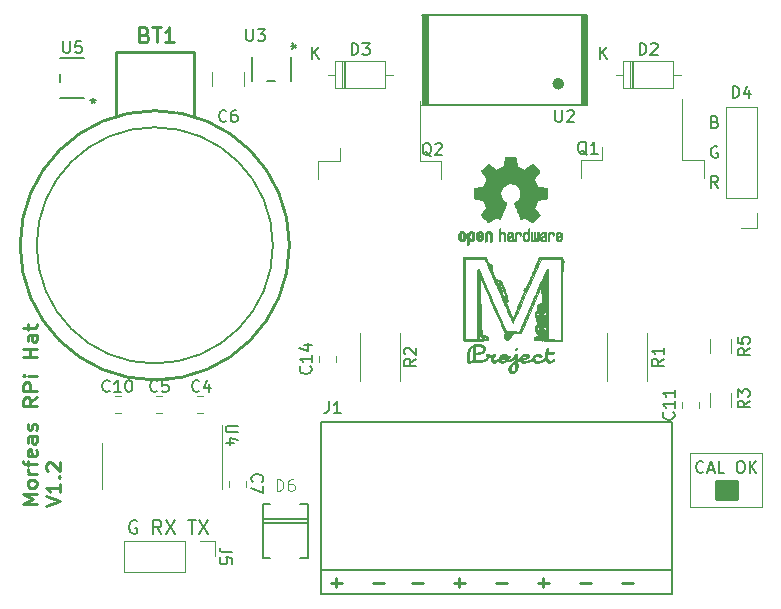
<source format=gbr>
G04 #@! TF.GenerationSoftware,KiCad,Pcbnew,5.1.5+dfsg1-2*
G04 #@! TF.CreationDate,2020-01-18T18:57:03+02:00*
G04 #@! TF.ProjectId,Morfeas_Rpi_Hat,4d6f7266-6561-4735-9f52-70695f486174,V1.0*
G04 #@! TF.SameCoordinates,Original*
G04 #@! TF.FileFunction,Legend,Top*
G04 #@! TF.FilePolarity,Positive*
%FSLAX46Y46*%
G04 Gerber Fmt 4.6, Leading zero omitted, Abs format (unit mm)*
G04 Created by KiCad (PCBNEW 5.1.5+dfsg1-2) date 2020-01-18 18:57:03*
%MOMM*%
%LPD*%
G04 APERTURE LIST*
%ADD10C,0.120000*%
%ADD11C,0.150000*%
%ADD12C,0.254000*%
%ADD13C,0.203200*%
%ADD14C,0.250000*%
%ADD15C,0.010000*%
%ADD16C,0.127000*%
%ADD17C,0.100000*%
%ADD18C,0.508000*%
%ADD19C,0.152400*%
%ADD20C,0.119380*%
G04 APERTURE END LIST*
D10*
X185674000Y-107442000D02*
X179578000Y-107442000D01*
X185674000Y-112014000D02*
X185674000Y-107442000D01*
X179578000Y-112014000D02*
X185674000Y-112014000D01*
X179578000Y-107442000D02*
X179578000Y-112014000D01*
D11*
X180697428Y-109069142D02*
X180649809Y-109116761D01*
X180506952Y-109164380D01*
X180411714Y-109164380D01*
X180268857Y-109116761D01*
X180173619Y-109021523D01*
X180126000Y-108926285D01*
X180078380Y-108735809D01*
X180078380Y-108592952D01*
X180126000Y-108402476D01*
X180173619Y-108307238D01*
X180268857Y-108212000D01*
X180411714Y-108164380D01*
X180506952Y-108164380D01*
X180649809Y-108212000D01*
X180697428Y-108259619D01*
X181078380Y-108878666D02*
X181554571Y-108878666D01*
X180983142Y-109164380D02*
X181316476Y-108164380D01*
X181649809Y-109164380D01*
X182459333Y-109164380D02*
X181983142Y-109164380D01*
X181983142Y-108164380D01*
X183745047Y-108164380D02*
X183935523Y-108164380D01*
X184030761Y-108212000D01*
X184126000Y-108307238D01*
X184173619Y-108497714D01*
X184173619Y-108831047D01*
X184126000Y-109021523D01*
X184030761Y-109116761D01*
X183935523Y-109164380D01*
X183745047Y-109164380D01*
X183649809Y-109116761D01*
X183554571Y-109021523D01*
X183506952Y-108831047D01*
X183506952Y-108497714D01*
X183554571Y-108307238D01*
X183649809Y-108212000D01*
X183745047Y-108164380D01*
X184602190Y-109164380D02*
X184602190Y-108164380D01*
X185173619Y-109164380D02*
X184745047Y-108592952D01*
X185173619Y-108164380D02*
X184602190Y-108735809D01*
X181681428Y-79430571D02*
X181824285Y-79478190D01*
X181871904Y-79525809D01*
X181919523Y-79621047D01*
X181919523Y-79763904D01*
X181871904Y-79859142D01*
X181824285Y-79906761D01*
X181729047Y-79954380D01*
X181348095Y-79954380D01*
X181348095Y-78954380D01*
X181681428Y-78954380D01*
X181776666Y-79002000D01*
X181824285Y-79049619D01*
X181871904Y-79144857D01*
X181871904Y-79240095D01*
X181824285Y-79335333D01*
X181776666Y-79382952D01*
X181681428Y-79430571D01*
X181348095Y-79430571D01*
X181871904Y-81542000D02*
X181776666Y-81494380D01*
X181633809Y-81494380D01*
X181490952Y-81542000D01*
X181395714Y-81637238D01*
X181348095Y-81732476D01*
X181300476Y-81922952D01*
X181300476Y-82065809D01*
X181348095Y-82256285D01*
X181395714Y-82351523D01*
X181490952Y-82446761D01*
X181633809Y-82494380D01*
X181729047Y-82494380D01*
X181871904Y-82446761D01*
X181919523Y-82399142D01*
X181919523Y-82065809D01*
X181729047Y-82065809D01*
X181919523Y-85034380D02*
X181586190Y-84558190D01*
X181348095Y-85034380D02*
X181348095Y-84034380D01*
X181729047Y-84034380D01*
X181824285Y-84082000D01*
X181871904Y-84129619D01*
X181919523Y-84224857D01*
X181919523Y-84367714D01*
X181871904Y-84462952D01*
X181824285Y-84510571D01*
X181729047Y-84558190D01*
X181348095Y-84558190D01*
D12*
X149122190Y-118436571D02*
X150089809Y-118436571D01*
X149606000Y-118823619D02*
X149606000Y-118049523D01*
X159536190Y-118436571D02*
X160503809Y-118436571D01*
X160020000Y-118823619D02*
X160020000Y-118049523D01*
X152678190Y-118436571D02*
X153645809Y-118436571D01*
X155980190Y-118436571D02*
X156947809Y-118436571D01*
X163092190Y-118436571D02*
X164059809Y-118436571D01*
X170204190Y-118436571D02*
X171171809Y-118436571D01*
X173760190Y-118436571D02*
X174727809Y-118436571D01*
D13*
X132715000Y-113220500D02*
X132606142Y-113166071D01*
X132442857Y-113166071D01*
X132279571Y-113220500D01*
X132170714Y-113329357D01*
X132116285Y-113438214D01*
X132061857Y-113655928D01*
X132061857Y-113819214D01*
X132116285Y-114036928D01*
X132170714Y-114145785D01*
X132279571Y-114254642D01*
X132442857Y-114309071D01*
X132551714Y-114309071D01*
X132715000Y-114254642D01*
X132769428Y-114200214D01*
X132769428Y-113819214D01*
X132551714Y-113819214D01*
X134783285Y-114309071D02*
X134402285Y-113764785D01*
X134130142Y-114309071D02*
X134130142Y-113166071D01*
X134565571Y-113166071D01*
X134674428Y-113220500D01*
X134728857Y-113274928D01*
X134783285Y-113383785D01*
X134783285Y-113547071D01*
X134728857Y-113655928D01*
X134674428Y-113710357D01*
X134565571Y-113764785D01*
X134130142Y-113764785D01*
X135164285Y-113166071D02*
X135926285Y-114309071D01*
X135926285Y-113166071D02*
X135164285Y-114309071D01*
X137069285Y-113166071D02*
X137722428Y-113166071D01*
X137395857Y-114309071D02*
X137395857Y-113166071D01*
X137994571Y-113166071D02*
X138756571Y-114309071D01*
X138756571Y-113166071D02*
X137994571Y-114309071D01*
D14*
X124248821Y-111803119D02*
X123105821Y-111803119D01*
X123922250Y-111379785D01*
X123105821Y-110956452D01*
X124248821Y-110956452D01*
X124248821Y-110170261D02*
X124194392Y-110291214D01*
X124139964Y-110351690D01*
X124031107Y-110412166D01*
X123704535Y-110412166D01*
X123595678Y-110351690D01*
X123541250Y-110291214D01*
X123486821Y-110170261D01*
X123486821Y-109988833D01*
X123541250Y-109867880D01*
X123595678Y-109807404D01*
X123704535Y-109746928D01*
X124031107Y-109746928D01*
X124139964Y-109807404D01*
X124194392Y-109867880D01*
X124248821Y-109988833D01*
X124248821Y-110170261D01*
X124248821Y-109202642D02*
X123486821Y-109202642D01*
X123704535Y-109202642D02*
X123595678Y-109142166D01*
X123541250Y-109081690D01*
X123486821Y-108960738D01*
X123486821Y-108839785D01*
X123486821Y-108597880D02*
X123486821Y-108114071D01*
X124248821Y-108416452D02*
X123269107Y-108416452D01*
X123160250Y-108355976D01*
X123105821Y-108235023D01*
X123105821Y-108114071D01*
X124194392Y-107206928D02*
X124248821Y-107327880D01*
X124248821Y-107569785D01*
X124194392Y-107690738D01*
X124085535Y-107751214D01*
X123650107Y-107751214D01*
X123541250Y-107690738D01*
X123486821Y-107569785D01*
X123486821Y-107327880D01*
X123541250Y-107206928D01*
X123650107Y-107146452D01*
X123758964Y-107146452D01*
X123867821Y-107751214D01*
X124248821Y-106057880D02*
X123650107Y-106057880D01*
X123541250Y-106118357D01*
X123486821Y-106239309D01*
X123486821Y-106481214D01*
X123541250Y-106602166D01*
X124194392Y-106057880D02*
X124248821Y-106178833D01*
X124248821Y-106481214D01*
X124194392Y-106602166D01*
X124085535Y-106662642D01*
X123976678Y-106662642D01*
X123867821Y-106602166D01*
X123813392Y-106481214D01*
X123813392Y-106178833D01*
X123758964Y-106057880D01*
X124194392Y-105513595D02*
X124248821Y-105392642D01*
X124248821Y-105150738D01*
X124194392Y-105029785D01*
X124085535Y-104969309D01*
X124031107Y-104969309D01*
X123922250Y-105029785D01*
X123867821Y-105150738D01*
X123867821Y-105332166D01*
X123813392Y-105453119D01*
X123704535Y-105513595D01*
X123650107Y-105513595D01*
X123541250Y-105453119D01*
X123486821Y-105332166D01*
X123486821Y-105150738D01*
X123541250Y-105029785D01*
X124248821Y-102731690D02*
X123704535Y-103155023D01*
X124248821Y-103457404D02*
X123105821Y-103457404D01*
X123105821Y-102973595D01*
X123160250Y-102852642D01*
X123214678Y-102792166D01*
X123323535Y-102731690D01*
X123486821Y-102731690D01*
X123595678Y-102792166D01*
X123650107Y-102852642D01*
X123704535Y-102973595D01*
X123704535Y-103457404D01*
X124248821Y-102187404D02*
X123105821Y-102187404D01*
X123105821Y-101703595D01*
X123160250Y-101582642D01*
X123214678Y-101522166D01*
X123323535Y-101461690D01*
X123486821Y-101461690D01*
X123595678Y-101522166D01*
X123650107Y-101582642D01*
X123704535Y-101703595D01*
X123704535Y-102187404D01*
X124248821Y-100917404D02*
X123486821Y-100917404D01*
X123105821Y-100917404D02*
X123160250Y-100977880D01*
X123214678Y-100917404D01*
X123160250Y-100856928D01*
X123105821Y-100917404D01*
X123214678Y-100917404D01*
X124248821Y-99345023D02*
X123105821Y-99345023D01*
X123650107Y-99345023D02*
X123650107Y-98619309D01*
X124248821Y-98619309D02*
X123105821Y-98619309D01*
X124248821Y-97470261D02*
X123650107Y-97470261D01*
X123541250Y-97530738D01*
X123486821Y-97651690D01*
X123486821Y-97893595D01*
X123541250Y-98014547D01*
X124194392Y-97470261D02*
X124248821Y-97591214D01*
X124248821Y-97893595D01*
X124194392Y-98014547D01*
X124085535Y-98075023D01*
X123976678Y-98075023D01*
X123867821Y-98014547D01*
X123813392Y-97893595D01*
X123813392Y-97591214D01*
X123758964Y-97470261D01*
X123486821Y-97046928D02*
X123486821Y-96563119D01*
X123105821Y-96865500D02*
X124085535Y-96865500D01*
X124194392Y-96805023D01*
X124248821Y-96684071D01*
X124248821Y-96563119D01*
X125070321Y-111984547D02*
X126213321Y-111561214D01*
X125070321Y-111137880D01*
X126213321Y-110049309D02*
X126213321Y-110775023D01*
X126213321Y-110412166D02*
X125070321Y-110412166D01*
X125233607Y-110533119D01*
X125342464Y-110654071D01*
X125396892Y-110775023D01*
X126104464Y-109505023D02*
X126158892Y-109444547D01*
X126213321Y-109505023D01*
X126158892Y-109565500D01*
X126104464Y-109505023D01*
X126213321Y-109505023D01*
X125179178Y-108960738D02*
X125124750Y-108900261D01*
X125070321Y-108779309D01*
X125070321Y-108476928D01*
X125124750Y-108355976D01*
X125179178Y-108295500D01*
X125288035Y-108235023D01*
X125396892Y-108235023D01*
X125560178Y-108295500D01*
X126213321Y-109021214D01*
X126213321Y-108235023D01*
D12*
X166648190Y-118436571D02*
X167615809Y-118436571D01*
X167132000Y-118823619D02*
X167132000Y-118049523D01*
D10*
G04 #@! TO.C,C6*
X139102000Y-75219936D02*
X139102000Y-76424064D01*
X141822000Y-75219936D02*
X141822000Y-76424064D01*
D15*
G04 #@! TO.C,Morfeas_project_Logo1*
G36*
X163698802Y-93695319D02*
G01*
X163719938Y-93716414D01*
X163745968Y-93751278D01*
X163708609Y-93790532D01*
X163669493Y-93827409D01*
X163640423Y-93844257D01*
X163618306Y-93842783D01*
X163616140Y-93841561D01*
X163601526Y-93819892D01*
X163594271Y-93784035D01*
X163595318Y-93744378D01*
X163604510Y-93713300D01*
X163630054Y-93687000D01*
X163663745Y-93681068D01*
X163698802Y-93695319D01*
G37*
X163698802Y-93695319D02*
X163719938Y-93716414D01*
X163745968Y-93751278D01*
X163708609Y-93790532D01*
X163669493Y-93827409D01*
X163640423Y-93844257D01*
X163618306Y-93842783D01*
X163616140Y-93841561D01*
X163601526Y-93819892D01*
X163594271Y-93784035D01*
X163595318Y-93744378D01*
X163604510Y-93713300D01*
X163630054Y-93687000D01*
X163663745Y-93681068D01*
X163698802Y-93695319D01*
G36*
X161645198Y-90858548D02*
G01*
X161674788Y-90871538D01*
X161693829Y-90880849D01*
X161714002Y-90888022D01*
X161739028Y-90893442D01*
X161772629Y-90897491D01*
X161818526Y-90900555D01*
X161880441Y-90903015D01*
X161962096Y-90905256D01*
X162013629Y-90906463D01*
X162299109Y-90912950D01*
X162394629Y-91132030D01*
X162490150Y-91351110D01*
X162643319Y-91450617D01*
X162708831Y-91494205D01*
X162755599Y-91528081D01*
X162786983Y-91555046D01*
X162806343Y-91577899D01*
X162814769Y-91593487D01*
X162822322Y-91625489D01*
X162827762Y-91676545D01*
X162831046Y-91740391D01*
X162832132Y-91810766D01*
X162830977Y-91881407D01*
X162827538Y-91946052D01*
X162821772Y-91998440D01*
X162817677Y-92019423D01*
X162814243Y-92035709D01*
X162813142Y-92052085D01*
X162815383Y-92071525D01*
X162821977Y-92096999D01*
X162833934Y-92131480D01*
X162852265Y-92177940D01*
X162877979Y-92239351D01*
X162912087Y-92318684D01*
X162945884Y-92396563D01*
X163087050Y-92721330D01*
X163137850Y-92729881D01*
X163214298Y-92748991D01*
X163295220Y-92782230D01*
X163385477Y-92831756D01*
X163430320Y-92859861D01*
X163472477Y-92887504D01*
X163509315Y-92913347D01*
X163541925Y-92939437D01*
X163571397Y-92967822D01*
X163598821Y-93000550D01*
X163625286Y-93039666D01*
X163651884Y-93087220D01*
X163679703Y-93145257D01*
X163709833Y-93215826D01*
X163743366Y-93300973D01*
X163781390Y-93402746D01*
X163824995Y-93523192D01*
X163875272Y-93664359D01*
X163908349Y-93757750D01*
X163934663Y-93828864D01*
X163962591Y-93898895D01*
X163989163Y-93960722D01*
X164011410Y-94007227D01*
X164015678Y-94015142D01*
X164038729Y-94058284D01*
X164050313Y-94087312D01*
X164052291Y-94109738D01*
X164046526Y-94133071D01*
X164045578Y-94135792D01*
X164040287Y-94156102D01*
X164039602Y-94179074D01*
X164044381Y-94209808D01*
X164055485Y-94253404D01*
X164073771Y-94314959D01*
X164078173Y-94329250D01*
X164103651Y-94411650D01*
X164122348Y-94473487D01*
X164134758Y-94518528D01*
X164141378Y-94550546D01*
X164142703Y-94573309D01*
X164139228Y-94590589D01*
X164131451Y-94606156D01*
X164119866Y-94623780D01*
X164117388Y-94627501D01*
X164080350Y-94671094D01*
X164038788Y-94700363D01*
X163998586Y-94711802D01*
X163979844Y-94709438D01*
X163960599Y-94706834D01*
X163959909Y-94718309D01*
X163975788Y-94757478D01*
X163999521Y-94813841D01*
X164029998Y-94884904D01*
X164066108Y-94968174D01*
X164106740Y-95061159D01*
X164150784Y-95161365D01*
X164197128Y-95266300D01*
X164244663Y-95373471D01*
X164292277Y-95480384D01*
X164338860Y-95584548D01*
X164383300Y-95683468D01*
X164424487Y-95774652D01*
X164461311Y-95855607D01*
X164492660Y-95923840D01*
X164517424Y-95976859D01*
X164534493Y-96012170D01*
X164542754Y-96027280D01*
X164543294Y-96027633D01*
X164549622Y-96014902D01*
X164565406Y-95980533D01*
X164589921Y-95926156D01*
X164622446Y-95853404D01*
X164662256Y-95763908D01*
X164708629Y-95659302D01*
X164760840Y-95541217D01*
X164818168Y-95411285D01*
X164879887Y-95271137D01*
X164945276Y-95122407D01*
X165013611Y-94966727D01*
X165028027Y-94933854D01*
X165503528Y-93849359D01*
X165479842Y-93797204D01*
X165464659Y-93750035D01*
X165456375Y-93697669D01*
X165455878Y-93685166D01*
X165459235Y-93642056D01*
X165473218Y-93608250D01*
X165496875Y-93577216D01*
X165533726Y-93536272D01*
X165560899Y-93511992D01*
X165583616Y-93500474D01*
X165603099Y-93497803D01*
X165622929Y-93490633D01*
X165640097Y-93466583D01*
X165652655Y-93437075D01*
X165676141Y-93379578D01*
X165708906Y-93306079D01*
X165747959Y-93222814D01*
X165790308Y-93136021D01*
X165832961Y-93051936D01*
X165872926Y-92976795D01*
X165877206Y-92969023D01*
X165893107Y-92937829D01*
X165918210Y-92885357D01*
X165951604Y-92813629D01*
X165992376Y-92724666D01*
X166039616Y-92620490D01*
X166092413Y-92503123D01*
X166149854Y-92374587D01*
X166211029Y-92236903D01*
X166275026Y-92092093D01*
X166340934Y-91942178D01*
X166369647Y-91876622D01*
X166792577Y-90909894D01*
X166990863Y-90900499D01*
X167066441Y-90897226D01*
X167139718Y-90894600D01*
X167203898Y-90892828D01*
X167252186Y-90892115D01*
X167265350Y-90892170D01*
X167292282Y-90892507D01*
X167341997Y-90893090D01*
X167411880Y-90893889D01*
X167499316Y-90894874D01*
X167601689Y-90896017D01*
X167716384Y-90897289D01*
X167840786Y-90898659D01*
X167972279Y-90900099D01*
X168049575Y-90900942D01*
X168757600Y-90908648D01*
X168757600Y-90981855D01*
X168759751Y-91028367D01*
X168767704Y-91057911D01*
X168783706Y-91078668D01*
X168784351Y-91079256D01*
X168825628Y-91132477D01*
X168851523Y-91200385D01*
X168859200Y-91265819D01*
X168853518Y-91321071D01*
X168838201Y-91389443D01*
X168815843Y-91461793D01*
X168789037Y-91528979D01*
X168778233Y-91551237D01*
X168776055Y-91556899D01*
X168774034Y-91565762D01*
X168772165Y-91578747D01*
X168770442Y-91596777D01*
X168768859Y-91620774D01*
X168767410Y-91651660D01*
X168766089Y-91690356D01*
X168764891Y-91737785D01*
X168763810Y-91794869D01*
X168762840Y-91862530D01*
X168761974Y-91941690D01*
X168761208Y-92033271D01*
X168760535Y-92138195D01*
X168759949Y-92257384D01*
X168759445Y-92391759D01*
X168759016Y-92542244D01*
X168758658Y-92709760D01*
X168758363Y-92895229D01*
X168758126Y-93099573D01*
X168757942Y-93323714D01*
X168757804Y-93568575D01*
X168757707Y-93835076D01*
X168757644Y-94124141D01*
X168757610Y-94436691D01*
X168757600Y-94773648D01*
X168757600Y-98009897D01*
X168538525Y-98001587D01*
X168472004Y-97999580D01*
X168385013Y-97997746D01*
X168282479Y-97996144D01*
X168169331Y-97994835D01*
X168050497Y-97993880D01*
X167930906Y-97993339D01*
X167859075Y-97993238D01*
X167398700Y-97993200D01*
X167398700Y-97960786D01*
X167397076Y-97941981D01*
X167387955Y-97932892D01*
X167364959Y-97930765D01*
X167332541Y-97932211D01*
X167293026Y-97935896D01*
X167271804Y-97943322D01*
X167261766Y-97957928D01*
X167258995Y-97967800D01*
X167242180Y-97995809D01*
X167223554Y-98003608D01*
X167204975Y-98003061D01*
X167197059Y-97989728D01*
X167195500Y-97960919D01*
X167195500Y-97914173D01*
X167147875Y-97922703D01*
X167103216Y-97932674D01*
X167061019Y-97944995D01*
X167059811Y-97945416D01*
X167027042Y-97953155D01*
X167004550Y-97946743D01*
X166998118Y-97941959D01*
X166986378Y-97936142D01*
X166965164Y-97931859D01*
X166931541Y-97928976D01*
X166882569Y-97927364D01*
X166815312Y-97926892D01*
X166726831Y-97927428D01*
X166682957Y-97927919D01*
X166588971Y-97928974D01*
X166517032Y-97929381D01*
X166463791Y-97928906D01*
X166425899Y-97927313D01*
X166400007Y-97924366D01*
X166382765Y-97919830D01*
X166370824Y-97913469D01*
X166361094Y-97905292D01*
X166334617Y-97867432D01*
X166316383Y-97816062D01*
X166316279Y-97815400D01*
X166572316Y-97815400D01*
X166622199Y-97815400D01*
X166628491Y-97814599D01*
X166981527Y-97814599D01*
X166984844Y-97824718D01*
X166992300Y-97821750D01*
X167002149Y-97804102D01*
X167004107Y-97786075D01*
X167003368Y-97776368D01*
X167081200Y-97776368D01*
X167088584Y-97808783D01*
X167103425Y-97819586D01*
X167137553Y-97821969D01*
X167172672Y-97814831D01*
X167196583Y-97800878D01*
X167198353Y-97798518D01*
X167206608Y-97774188D01*
X167205881Y-97770641D01*
X167259000Y-97770641D01*
X167267693Y-97798054D01*
X167288016Y-97811947D01*
X167311331Y-97811082D01*
X167329002Y-97794223D01*
X167332795Y-97781204D01*
X167325621Y-97752115D01*
X167310308Y-97739471D01*
X167280362Y-97731237D01*
X167263166Y-97744944D01*
X167259000Y-97770641D01*
X167205881Y-97770641D01*
X167200141Y-97742645D01*
X167197194Y-97734821D01*
X167189503Y-97720835D01*
X167181440Y-97727125D01*
X167172959Y-97744346D01*
X167155545Y-97771543D01*
X167137394Y-97774265D01*
X167119300Y-97758250D01*
X167098448Y-97740780D01*
X167085505Y-97747328D01*
X167081200Y-97776368D01*
X167003368Y-97776368D01*
X167002624Y-97766617D01*
X166997574Y-97771737D01*
X166992300Y-97783650D01*
X166981527Y-97814599D01*
X166628491Y-97814599D01*
X166662074Y-97810324D01*
X166679791Y-97795311D01*
X166688803Y-97759465D01*
X166682021Y-97742719D01*
X166660828Y-97745462D01*
X166626606Y-97768083D01*
X166615709Y-97777300D01*
X166572316Y-97815400D01*
X166316279Y-97815400D01*
X166307436Y-97759349D01*
X166307610Y-97752555D01*
X166440819Y-97752555D01*
X166444165Y-97773022D01*
X166447503Y-97779736D01*
X166467772Y-97798512D01*
X166493056Y-97794426D01*
X166518967Y-97768208D01*
X166519256Y-97767775D01*
X166530284Y-97748634D01*
X166525352Y-97740789D01*
X166500069Y-97739208D01*
X166494315Y-97739200D01*
X166456568Y-97742119D01*
X166440819Y-97752555D01*
X166307610Y-97752555D01*
X166308819Y-97705462D01*
X166321576Y-97662572D01*
X166328725Y-97651904D01*
X166356626Y-97632268D01*
X166403663Y-97614099D01*
X166433500Y-97606161D01*
X166487059Y-97593696D01*
X166540112Y-97581267D01*
X166571860Y-97573771D01*
X166620169Y-97557605D01*
X166661768Y-97535353D01*
X166690478Y-97511033D01*
X166700200Y-97490245D01*
X166691598Y-97473737D01*
X166668499Y-97444746D01*
X166667360Y-97443502D01*
X166866587Y-97443502D01*
X166879313Y-97440837D01*
X166881722Y-97439933D01*
X166897274Y-97429872D01*
X166897386Y-97424152D01*
X166883951Y-97425577D01*
X166874613Y-97432824D01*
X166866587Y-97443502D01*
X166667360Y-97443502D01*
X166634966Y-97408131D01*
X166613373Y-97386335D01*
X166572641Y-97345298D01*
X166547795Y-97316752D01*
X166535846Y-97296189D01*
X166533812Y-97279096D01*
X166535907Y-97269300D01*
X166539374Y-97251890D01*
X166855484Y-97251890D01*
X166859513Y-97256258D01*
X166874213Y-97256600D01*
X166898920Y-97248520D01*
X166907992Y-97237550D01*
X166908340Y-97233627D01*
X167360600Y-97233627D01*
X167367373Y-97243900D01*
X167381183Y-97238282D01*
X167390991Y-97223811D01*
X167398295Y-97196388D01*
X167394559Y-97185982D01*
X167381373Y-97195988D01*
X167379246Y-97198702D01*
X167364765Y-97221667D01*
X167360600Y-97233627D01*
X166908340Y-97233627D01*
X166909454Y-97221098D01*
X166894587Y-97223360D01*
X166872397Y-97237953D01*
X166855484Y-97251890D01*
X166539374Y-97251890D01*
X166543188Y-97232746D01*
X166546534Y-97196533D01*
X166545668Y-97186750D01*
X167195500Y-97186750D01*
X167201850Y-97193100D01*
X167208200Y-97186750D01*
X167201850Y-97180400D01*
X167195500Y-97186750D01*
X166545668Y-97186750D01*
X166544061Y-97168624D01*
X166530311Y-97149506D01*
X166499037Y-97130640D01*
X166497923Y-97130071D01*
X166457931Y-97103729D01*
X166440260Y-97073509D01*
X166441973Y-97032831D01*
X166446579Y-97015008D01*
X166452268Y-96977916D01*
X166453151Y-96947034D01*
X166573376Y-96947034D01*
X166580491Y-96978907D01*
X166600603Y-96998404D01*
X166637531Y-97008729D01*
X166695094Y-97013084D01*
X166711361Y-97013570D01*
X166779672Y-97015300D01*
X166771182Y-96951302D01*
X166767585Y-96929575D01*
X166840792Y-96929575D01*
X166842064Y-96974514D01*
X166846414Y-97004937D01*
X166852600Y-97015300D01*
X166859832Y-97003920D01*
X166863982Y-96974968D01*
X166864407Y-96954975D01*
X166863144Y-96931709D01*
X166916841Y-96931709D01*
X166917690Y-96963484D01*
X166923091Y-96985368D01*
X166928800Y-96989900D01*
X166935861Y-96978447D01*
X166940385Y-96949030D01*
X166941154Y-96927458D01*
X167005194Y-96927458D01*
X167006399Y-96973955D01*
X167012042Y-97000505D01*
X167024683Y-97012492D01*
X167046881Y-97015299D01*
X167046970Y-97015300D01*
X167060033Y-97013369D01*
X167066579Y-97003894D01*
X167067656Y-96981346D01*
X167064313Y-96940199D01*
X167063239Y-96929575D01*
X167053811Y-96870440D01*
X167041470Y-96835220D01*
X167029275Y-96824800D01*
X167119300Y-96824800D01*
X167119300Y-97000990D01*
X167160575Y-97006112D01*
X167193711Y-97008898D01*
X167242207Y-97011423D01*
X167296026Y-97013175D01*
X167300275Y-97013267D01*
X167398700Y-97015300D01*
X167398700Y-96824800D01*
X167119300Y-96824800D01*
X167029275Y-96824800D01*
X167028328Y-96823991D01*
X167016498Y-96836829D01*
X167008089Y-96873813D01*
X167005194Y-96927458D01*
X166941154Y-96927458D01*
X166941305Y-96923225D01*
X166939817Y-96885303D01*
X166935328Y-96870832D01*
X166928800Y-96875600D01*
X166920545Y-96899321D01*
X166916841Y-96931709D01*
X166863144Y-96931709D01*
X166861801Y-96906992D01*
X166856666Y-96876887D01*
X166850524Y-96866296D01*
X166844898Y-96876855D01*
X166841309Y-96910203D01*
X166840792Y-96929575D01*
X166767585Y-96929575D01*
X166763918Y-96907436D01*
X166755254Y-96869721D01*
X166751422Y-96857662D01*
X166728584Y-96829123D01*
X166691529Y-96818183D01*
X166645218Y-96825784D01*
X166626071Y-96833806D01*
X166593999Y-96853730D01*
X166579237Y-96877706D01*
X166575439Y-96899582D01*
X166573376Y-96947034D01*
X166453151Y-96947034D01*
X166453770Y-96925413D01*
X166451247Y-96872622D01*
X166448529Y-96801393D01*
X166455313Y-96749832D01*
X166469753Y-96720334D01*
X167334463Y-96720334D01*
X167341377Y-96723200D01*
X167361278Y-96713453D01*
X167380408Y-96692074D01*
X167397032Y-96659411D01*
X167397020Y-96642897D01*
X167383826Y-96645274D01*
X167360901Y-96669284D01*
X167357545Y-96673912D01*
X167337831Y-96705009D01*
X167334463Y-96720334D01*
X166469753Y-96720334D01*
X166473098Y-96713503D01*
X166480893Y-96706930D01*
X166867819Y-96706930D01*
X166881175Y-96707388D01*
X166894733Y-96692082D01*
X166900598Y-96671405D01*
X166902048Y-96650112D01*
X166895675Y-96651938D01*
X166884723Y-96665302D01*
X166868209Y-96691899D01*
X166867819Y-96706930D01*
X166480893Y-96706930D01*
X166497009Y-96693342D01*
X166752730Y-96693342D01*
X166760844Y-96699749D01*
X166780404Y-96688349D01*
X166786560Y-96682560D01*
X166799187Y-96657729D01*
X166801062Y-96643648D01*
X167296209Y-96643648D01*
X167302193Y-96643387D01*
X167320352Y-96623051D01*
X167350648Y-96581548D01*
X167353204Y-96577848D01*
X167377088Y-96539316D01*
X167392689Y-96506600D01*
X167396590Y-96487965D01*
X167388666Y-96485035D01*
X167371328Y-96504518D01*
X167351691Y-96534892D01*
X167320919Y-96588308D01*
X167302438Y-96624924D01*
X167296209Y-96643648D01*
X166801062Y-96643648D01*
X166801377Y-96641285D01*
X166799865Y-96624676D01*
X166792656Y-96626310D01*
X166775977Y-96645231D01*
X166757346Y-96673659D01*
X166752730Y-96693342D01*
X166497009Y-96693342D01*
X166503385Y-96687966D01*
X166515884Y-96681386D01*
X166543206Y-96664976D01*
X166558165Y-96643332D01*
X166561827Y-96627950D01*
X166700200Y-96627950D01*
X166706550Y-96634300D01*
X166712900Y-96627950D01*
X166706550Y-96621600D01*
X166700200Y-96627950D01*
X166561827Y-96627950D01*
X166566810Y-96607023D01*
X166567502Y-96602550D01*
X166712900Y-96602550D01*
X166719250Y-96608900D01*
X166725600Y-96602550D01*
X166719250Y-96596200D01*
X166712900Y-96602550D01*
X166567502Y-96602550D01*
X166567840Y-96600371D01*
X166569235Y-96577150D01*
X166865617Y-96577150D01*
X166883935Y-96539050D01*
X166896915Y-96507108D01*
X166902673Y-96483476D01*
X167292367Y-96483476D01*
X167301245Y-96494549D01*
X167302394Y-96494600D01*
X167310411Y-96484661D01*
X167327895Y-96458535D01*
X167351148Y-96421759D01*
X167352444Y-96419660D01*
X167376146Y-96376090D01*
X167392798Y-96335599D01*
X167398616Y-96308535D01*
X167398532Y-96272350D01*
X167372568Y-96310450D01*
X167338077Y-96365365D01*
X167312241Y-96415059D01*
X167296518Y-96455704D01*
X167292367Y-96483476D01*
X166902673Y-96483476D01*
X166902811Y-96482913D01*
X166902827Y-96482535D01*
X166900112Y-96469640D01*
X166892501Y-96475724D01*
X166883036Y-96495641D01*
X166874765Y-96524244D01*
X166873146Y-96532700D01*
X166865617Y-96577150D01*
X166569235Y-96577150D01*
X166569998Y-96564450D01*
X166738300Y-96564450D01*
X166744650Y-96570800D01*
X166751000Y-96564450D01*
X166744650Y-96558100D01*
X166738300Y-96564450D01*
X166569998Y-96564450D01*
X166570085Y-96563018D01*
X166569788Y-96539050D01*
X166751000Y-96539050D01*
X166757350Y-96545400D01*
X166763700Y-96539050D01*
X166757350Y-96532700D01*
X166751000Y-96539050D01*
X166569788Y-96539050D01*
X166569372Y-96505665D01*
X166569169Y-96501220D01*
X166706065Y-96501220D01*
X166708578Y-96503717D01*
X166722974Y-96483983D01*
X166748565Y-96441685D01*
X166751431Y-96436696D01*
X166771358Y-96399576D01*
X166783758Y-96371921D01*
X166786003Y-96360269D01*
X166777677Y-96367562D01*
X166761324Y-96392247D01*
X166740411Y-96429066D01*
X166739445Y-96430873D01*
X166716125Y-96476827D01*
X166706065Y-96501220D01*
X166569169Y-96501220D01*
X166566062Y-96433496D01*
X166561195Y-96361741D01*
X166687825Y-96361741D01*
X166693167Y-96366731D01*
X166706759Y-96353824D01*
X166725560Y-96327873D01*
X166736259Y-96310450D01*
X167157400Y-96310450D01*
X167163750Y-96316800D01*
X167170100Y-96310450D01*
X167163750Y-96304100D01*
X167157400Y-96310450D01*
X166736259Y-96310450D01*
X166741746Y-96301514D01*
X167284557Y-96301514D01*
X167290880Y-96302563D01*
X167310486Y-96282758D01*
X167343355Y-96241712D01*
X167348409Y-96235051D01*
X167379903Y-96188775D01*
X167394823Y-96153917D01*
X167396445Y-96130276D01*
X167393392Y-96113936D01*
X167387549Y-96111382D01*
X167376188Y-96125121D01*
X167356584Y-96157658D01*
X167345480Y-96177100D01*
X167311837Y-96238395D01*
X167291536Y-96279996D01*
X167284557Y-96301514D01*
X166741746Y-96301514D01*
X166746525Y-96293734D01*
X166766613Y-96256259D01*
X166776510Y-96234250D01*
X166865300Y-96234250D01*
X166871650Y-96240600D01*
X166878000Y-96234250D01*
X166871650Y-96227900D01*
X166865300Y-96234250D01*
X166776510Y-96234250D01*
X166782782Y-96220303D01*
X166790204Y-96198396D01*
X166792054Y-96189800D01*
X166878000Y-96189800D01*
X166882646Y-96200253D01*
X166886466Y-96198266D01*
X166887986Y-96183194D01*
X166886466Y-96181333D01*
X166878916Y-96183076D01*
X166878000Y-96189800D01*
X166792054Y-96189800D01*
X166797585Y-96164112D01*
X166799505Y-96139929D01*
X166798932Y-96136748D01*
X166791986Y-96140331D01*
X166777723Y-96161850D01*
X166758820Y-96195889D01*
X166737950Y-96237031D01*
X166717789Y-96279860D01*
X166701011Y-96318958D01*
X166690291Y-96348911D01*
X166687825Y-96361741D01*
X166561195Y-96361741D01*
X166560513Y-96351693D01*
X166553085Y-96265439D01*
X166544136Y-96179917D01*
X166542850Y-96169788D01*
X166662556Y-96169788D01*
X166664555Y-96184589D01*
X166672682Y-96182640D01*
X166691312Y-96162356D01*
X166694934Y-96158050D01*
X166713820Y-96133974D01*
X167283507Y-96133974D01*
X167286068Y-96150269D01*
X167289830Y-96151700D01*
X167298581Y-96141689D01*
X167316529Y-96115334D01*
X167339934Y-96078150D01*
X167342002Y-96074755D01*
X167368496Y-96028080D01*
X167379643Y-95999633D01*
X167375710Y-95987605D01*
X167356960Y-95990188D01*
X167354263Y-95991187D01*
X167337828Y-96005853D01*
X167319877Y-96034084D01*
X167303068Y-96069262D01*
X167290059Y-96104765D01*
X167283507Y-96133974D01*
X166713820Y-96133974D01*
X166719586Y-96126625D01*
X166738392Y-96099271D01*
X166740194Y-96096192D01*
X166740912Y-96094550D01*
X166852600Y-96094550D01*
X166858950Y-96100900D01*
X167157400Y-96100900D01*
X167162046Y-96111353D01*
X167165866Y-96109366D01*
X167167386Y-96094294D01*
X167165866Y-96092433D01*
X167158316Y-96094176D01*
X167157400Y-96100900D01*
X166858950Y-96100900D01*
X166865300Y-96094550D01*
X166858950Y-96088200D01*
X166852600Y-96094550D01*
X166740912Y-96094550D01*
X166747392Y-96079743D01*
X166738939Y-96080801D01*
X166736392Y-96082206D01*
X166698931Y-96109952D01*
X166672247Y-96141776D01*
X166662556Y-96169788D01*
X166542850Y-96169788D01*
X166534025Y-96100310D01*
X166532411Y-96089064D01*
X166526557Y-96055391D01*
X166866302Y-96055391D01*
X166868637Y-96071863D01*
X166872972Y-96072060D01*
X166876004Y-96055062D01*
X166873975Y-96047718D01*
X166868336Y-96042908D01*
X166866302Y-96055391D01*
X166526557Y-96055391D01*
X166523286Y-96036582D01*
X166512204Y-96000960D01*
X166495669Y-95973706D01*
X166476062Y-95952115D01*
X166457263Y-95932570D01*
X166444912Y-95915054D01*
X166437514Y-95893686D01*
X166433572Y-95862585D01*
X166431590Y-95815867D01*
X166431118Y-95795066D01*
X166546614Y-95795066D01*
X166588482Y-95807137D01*
X166632470Y-95815816D01*
X166681546Y-95819634D01*
X166726460Y-95818446D01*
X166757964Y-95812110D01*
X166762430Y-95809853D01*
X166772590Y-95795643D01*
X166775529Y-95767061D01*
X166772735Y-95726160D01*
X166771230Y-95714608D01*
X166827586Y-95714608D01*
X166828676Y-95756845D01*
X166831900Y-95788219D01*
X166835666Y-95800333D01*
X166851107Y-95808752D01*
X166858501Y-95794459D01*
X166858320Y-95777490D01*
X166895563Y-95777490D01*
X166895764Y-95799909D01*
X166904232Y-95808143D01*
X166921402Y-95805607D01*
X166934111Y-95801091D01*
X166947086Y-95787792D01*
X166953138Y-95757558D01*
X166954005Y-95728066D01*
X166953247Y-95713370D01*
X166994927Y-95713370D01*
X166998740Y-95758535D01*
X167006318Y-95791056D01*
X167018515Y-95805417D01*
X167041817Y-95808790D01*
X167044216Y-95808800D01*
X167067085Y-95807002D01*
X167077836Y-95796990D01*
X167081021Y-95771829D01*
X167081200Y-95752476D01*
X167078312Y-95709079D01*
X167076695Y-95700460D01*
X167132000Y-95700460D01*
X167133416Y-95745397D01*
X167140443Y-95775705D01*
X167157247Y-95794274D01*
X167187994Y-95803996D01*
X167236850Y-95807761D01*
X167287575Y-95808413D01*
X167398700Y-95808800D01*
X167398700Y-95447804D01*
X167338375Y-95506286D01*
X167276363Y-95559366D01*
X167217588Y-95593524D01*
X167166925Y-95610409D01*
X167148044Y-95616422D01*
X167137586Y-95627256D01*
X167133070Y-95649310D01*
X167132014Y-95688982D01*
X167132000Y-95700460D01*
X167076695Y-95700460D01*
X167071129Y-95670800D01*
X167068620Y-95663065D01*
X167056589Y-95640541D01*
X167041173Y-95638657D01*
X167031380Y-95643175D01*
X167004601Y-95669950D01*
X166994927Y-95713370D01*
X166953247Y-95713370D01*
X166951490Y-95679316D01*
X166945095Y-95649528D01*
X166936035Y-95640454D01*
X166925522Y-95653843D01*
X166918220Y-95676443D01*
X166903193Y-95737473D01*
X166895563Y-95777490D01*
X166858320Y-95777490D01*
X166858097Y-95756770D01*
X166856642Y-95742125D01*
X166849380Y-95692071D01*
X166841784Y-95663039D01*
X166834915Y-95656032D01*
X166829834Y-95672057D01*
X166827603Y-95712119D01*
X166827586Y-95714608D01*
X166771230Y-95714608D01*
X166767440Y-95685527D01*
X166761555Y-95656049D01*
X166757684Y-95646150D01*
X166742206Y-95642472D01*
X166708097Y-95639602D01*
X166662126Y-95638064D01*
X166652129Y-95637962D01*
X166554150Y-95637350D01*
X166546614Y-95795066D01*
X166431118Y-95795066D01*
X166430626Y-95773451D01*
X166428970Y-95689686D01*
X166428310Y-95627436D01*
X166429043Y-95582821D01*
X166431563Y-95551963D01*
X166436266Y-95530984D01*
X166440122Y-95523050D01*
X166725600Y-95523050D01*
X166731950Y-95529400D01*
X166738300Y-95523050D01*
X166731950Y-95516700D01*
X166725600Y-95523050D01*
X166440122Y-95523050D01*
X166443548Y-95516004D01*
X166451784Y-95505677D01*
X166736731Y-95505677D01*
X166746627Y-95501922D01*
X166766601Y-95481775D01*
X166781009Y-95461551D01*
X166787178Y-95451227D01*
X167182800Y-95451227D01*
X167186097Y-95462056D01*
X167198848Y-95454910D01*
X167210669Y-95443675D01*
X167227594Y-95421968D01*
X167230340Y-95407650D01*
X167230026Y-95407293D01*
X167214959Y-95406559D01*
X167196934Y-95420660D01*
X167184399Y-95441739D01*
X167182800Y-95451227D01*
X166787178Y-95451227D01*
X166798970Y-95431495D01*
X166816709Y-95398726D01*
X166830450Y-95370363D01*
X166836418Y-95353524D01*
X166835648Y-95351600D01*
X166826604Y-95361199D01*
X166807137Y-95386537D01*
X166781214Y-95422420D01*
X166777428Y-95427800D01*
X166752669Y-95465941D01*
X166738924Y-95492792D01*
X166736731Y-95505677D01*
X166451784Y-95505677D01*
X166453804Y-95503145D01*
X166458725Y-95497836D01*
X166485396Y-95475935D01*
X166509580Y-95465958D01*
X166510992Y-95465900D01*
X166539006Y-95454459D01*
X166563964Y-95425055D01*
X166569774Y-95411476D01*
X166700200Y-95411476D01*
X166706733Y-95411552D01*
X166723982Y-95395095D01*
X166748415Y-95366602D01*
X166776504Y-95330572D01*
X166804719Y-95291501D01*
X166829530Y-95253887D01*
X166845074Y-95226873D01*
X166858212Y-95195674D01*
X166862559Y-95173000D01*
X166862110Y-95170580D01*
X166853939Y-95174148D01*
X166835919Y-95194724D01*
X166811261Y-95227530D01*
X166783176Y-95267789D01*
X166754875Y-95310722D01*
X166729569Y-95351553D01*
X166710470Y-95385504D01*
X166700788Y-95407797D01*
X166700200Y-95411476D01*
X166569774Y-95411476D01*
X166581077Y-95385065D01*
X166585900Y-95350537D01*
X166587933Y-95307355D01*
X166593413Y-95249760D01*
X166593951Y-95245344D01*
X166712900Y-95245344D01*
X166713239Y-95249599D01*
X166715629Y-95249561D01*
X166722129Y-95242486D01*
X166734799Y-95225631D01*
X166755696Y-95196250D01*
X166786880Y-95151599D01*
X166830410Y-95088935D01*
X166832385Y-95086090D01*
X166880285Y-95015794D01*
X166912791Y-94964980D01*
X166923580Y-94945200D01*
X167034674Y-94945200D01*
X167045481Y-94936915D01*
X167062150Y-94919800D01*
X167075104Y-94901562D01*
X167074925Y-94900750D01*
X167278050Y-94900750D01*
X167282560Y-94983300D01*
X167287639Y-95032335D01*
X167296241Y-95075757D01*
X167304531Y-95099653D01*
X167321734Y-95124172D01*
X167347030Y-95151601D01*
X167372952Y-95174697D01*
X167392032Y-95186214D01*
X167394062Y-95186500D01*
X167395867Y-95174625D01*
X167397343Y-95142301D01*
X167398339Y-95094479D01*
X167398700Y-95036691D01*
X167398700Y-94886882D01*
X167278050Y-94900750D01*
X167074925Y-94900750D01*
X167073523Y-94894400D01*
X167058468Y-94903982D01*
X167046047Y-94919800D01*
X167035529Y-94939205D01*
X167034674Y-94945200D01*
X166923580Y-94945200D01*
X166930166Y-94933127D01*
X166932670Y-94919714D01*
X166920564Y-94924219D01*
X166908909Y-94933197D01*
X166885827Y-94957698D01*
X166855746Y-94997013D01*
X166821978Y-95045869D01*
X166787833Y-95098996D01*
X166756621Y-95151121D01*
X166731651Y-95196973D01*
X166716236Y-95231279D01*
X166712900Y-95245344D01*
X166593951Y-95245344D01*
X166601413Y-95184165D01*
X166611004Y-95116984D01*
X166621258Y-95054630D01*
X166631247Y-95003517D01*
X166640043Y-94970058D01*
X166641514Y-94966200D01*
X166661626Y-94931684D01*
X166691110Y-94894783D01*
X166700382Y-94885218D01*
X166735252Y-94857092D01*
X166783030Y-94826073D01*
X166800599Y-94816180D01*
X167305118Y-94816180D01*
X167323994Y-94828217D01*
X167354999Y-94830900D01*
X167398700Y-94830900D01*
X167398700Y-94753144D01*
X167397334Y-94710691D01*
X167391736Y-94689850D01*
X167379652Y-94690655D01*
X167358829Y-94713144D01*
X167329168Y-94754240D01*
X167307106Y-94792303D01*
X167305118Y-94816180D01*
X166800599Y-94816180D01*
X166837129Y-94795611D01*
X166890959Y-94769157D01*
X166937932Y-94750162D01*
X166971460Y-94742075D01*
X166973864Y-94742000D01*
X167008700Y-94742000D01*
X167001400Y-94465775D01*
X166998243Y-94362003D01*
X166994024Y-94245832D01*
X166989145Y-94127121D01*
X166984006Y-94015726D01*
X166979812Y-93935550D01*
X166974671Y-93844056D01*
X166969305Y-93748415D01*
X166964147Y-93656339D01*
X166959628Y-93575542D01*
X166956687Y-93522806D01*
X166947850Y-93364062D01*
X166084250Y-95341757D01*
X165220650Y-97319451D01*
X164661850Y-97321037D01*
X164568266Y-97393593D01*
X164505575Y-97447087D01*
X164458628Y-97499813D01*
X164426246Y-97548700D01*
X164363622Y-97652895D01*
X164311459Y-97734175D01*
X164269637Y-97792712D01*
X164238036Y-97828680D01*
X164226755Y-97837790D01*
X164203913Y-97848707D01*
X164172013Y-97855512D01*
X164125468Y-97858969D01*
X164065529Y-97859850D01*
X163993436Y-97857854D01*
X163940261Y-97849975D01*
X163899709Y-97833377D01*
X163865481Y-97805224D01*
X163831280Y-97762679D01*
X163822701Y-97750481D01*
X163803852Y-97720150D01*
X164117770Y-97720150D01*
X164159670Y-97682050D01*
X164194606Y-97646537D01*
X164229804Y-97605210D01*
X164238035Y-97594419D01*
X164263842Y-97556588D01*
X164273177Y-97534294D01*
X164266873Y-97524483D01*
X164257418Y-97523300D01*
X164238280Y-97530133D01*
X164216092Y-97552507D01*
X164188570Y-97593235D01*
X164159517Y-97643950D01*
X164117770Y-97720150D01*
X163803852Y-97720150D01*
X163802395Y-97717806D01*
X163793866Y-97694750D01*
X164058600Y-97694750D01*
X164064950Y-97701100D01*
X164071300Y-97694750D01*
X164064950Y-97688400D01*
X164058600Y-97694750D01*
X163793866Y-97694750D01*
X163791150Y-97687409D01*
X163786425Y-97649437D01*
X163785628Y-97606886D01*
X163786626Y-97569512D01*
X163928425Y-97569512D01*
X163936142Y-97594802D01*
X163955068Y-97626033D01*
X163978866Y-97654915D01*
X164001196Y-97673157D01*
X164009608Y-97675700D01*
X164020157Y-97665531D01*
X164039629Y-97638485D01*
X164064372Y-97599756D01*
X164072429Y-97586380D01*
X164096304Y-97544790D01*
X164113327Y-97512400D01*
X164120733Y-97494583D01*
X164120621Y-97492838D01*
X164101009Y-97478933D01*
X164070491Y-97460139D01*
X164037324Y-97441190D01*
X164009765Y-97426815D01*
X163996485Y-97421700D01*
X163983535Y-97432556D01*
X163966722Y-97459973D01*
X163949606Y-97496218D01*
X163935747Y-97533559D01*
X163928706Y-97564266D01*
X163928425Y-97569512D01*
X163786626Y-97569512D01*
X163786887Y-97559758D01*
X163792329Y-97522859D01*
X163804601Y-97486820D01*
X163826348Y-97442274D01*
X163838560Y-97419483D01*
X163865383Y-97366376D01*
X163878387Y-97331701D01*
X163877162Y-97316575D01*
X163876581Y-97316296D01*
X163870090Y-97304263D01*
X163853936Y-97270058D01*
X163828611Y-97214792D01*
X163794607Y-97139576D01*
X163752415Y-97045519D01*
X163702526Y-96933733D01*
X163645432Y-96805328D01*
X163581626Y-96661414D01*
X163511597Y-96503101D01*
X163435839Y-96331501D01*
X163354842Y-96147724D01*
X163269097Y-95952879D01*
X163179098Y-95748079D01*
X163085334Y-95534432D01*
X162988298Y-95313050D01*
X162888481Y-95085043D01*
X162852347Y-95002435D01*
X162733219Y-94730045D01*
X162623839Y-94479994D01*
X162523784Y-94251344D01*
X162432629Y-94043159D01*
X162349951Y-93854503D01*
X162275326Y-93684440D01*
X162208331Y-93532033D01*
X162148543Y-93396346D01*
X162095536Y-93276443D01*
X162048889Y-93171387D01*
X162008177Y-93080242D01*
X161972976Y-93002071D01*
X161942863Y-92935939D01*
X161917414Y-92880909D01*
X161896206Y-92836044D01*
X161878814Y-92800408D01*
X161864816Y-92773065D01*
X161853787Y-92753079D01*
X161845304Y-92739512D01*
X161838944Y-92731430D01*
X161834282Y-92727895D01*
X161830895Y-92727970D01*
X161828359Y-92730721D01*
X161826385Y-92734880D01*
X161817756Y-92763244D01*
X161806649Y-92810089D01*
X161794524Y-92868805D01*
X161783306Y-92930056D01*
X161777974Y-92961961D01*
X161773436Y-92992177D01*
X161769647Y-93022894D01*
X161766566Y-93056300D01*
X161764148Y-93094585D01*
X161762350Y-93139938D01*
X161761130Y-93194547D01*
X161760444Y-93260601D01*
X161760249Y-93340290D01*
X161760502Y-93435803D01*
X161761159Y-93549328D01*
X161762177Y-93683055D01*
X161763513Y-93839172D01*
X161764086Y-93903800D01*
X161765589Y-94051940D01*
X161767367Y-94192147D01*
X161769372Y-94322271D01*
X161771555Y-94440161D01*
X161773868Y-94543669D01*
X161776261Y-94630645D01*
X161778687Y-94698939D01*
X161781096Y-94746402D01*
X161783441Y-94770885D01*
X161783728Y-94772226D01*
X161801074Y-94812619D01*
X161830239Y-94855269D01*
X161843020Y-94869584D01*
X161889971Y-94917666D01*
X161875735Y-95038372D01*
X161871040Y-95094738D01*
X161867358Y-95173881D01*
X161864689Y-95273199D01*
X161863032Y-95390092D01*
X161862385Y-95521955D01*
X161862750Y-95666189D01*
X161864124Y-95820189D01*
X161866507Y-95981355D01*
X161869899Y-96147084D01*
X161874299Y-96314774D01*
X161876092Y-96373950D01*
X161879483Y-96483250D01*
X161882690Y-96589226D01*
X161885602Y-96687997D01*
X161888109Y-96775686D01*
X161890097Y-96848412D01*
X161891457Y-96902297D01*
X161891969Y-96926400D01*
X161894611Y-96979592D01*
X161899942Y-97025629D01*
X161906951Y-97056550D01*
X161909164Y-97061571D01*
X161917304Y-97085946D01*
X161926228Y-97128276D01*
X161934500Y-97181217D01*
X161937747Y-97207621D01*
X161944387Y-97262686D01*
X161950995Y-97310326D01*
X161956534Y-97343339D01*
X161958501Y-97351850D01*
X161982786Y-97394490D01*
X162029075Y-97437771D01*
X162094124Y-97479523D01*
X162174695Y-97517574D01*
X162242500Y-97542104D01*
X162308976Y-97564931D01*
X162355677Y-97585573D01*
X162387666Y-97607156D01*
X162410005Y-97632806D01*
X162421497Y-97652647D01*
X162433988Y-97679824D01*
X162440062Y-97704477D01*
X162440253Y-97734642D01*
X162435093Y-97778360D01*
X162431441Y-97802809D01*
X162422965Y-97852257D01*
X162414350Y-97892828D01*
X162407196Y-97917195D01*
X162405957Y-97919684D01*
X162397007Y-97924573D01*
X162375285Y-97928781D01*
X162338732Y-97932428D01*
X162285289Y-97935635D01*
X162212896Y-97938520D01*
X162119494Y-97941205D01*
X162003024Y-97943808D01*
X161985805Y-97944152D01*
X161858516Y-97946416D01*
X161722978Y-97948372D01*
X161581842Y-97950015D01*
X161437756Y-97951340D01*
X161293370Y-97952344D01*
X161151332Y-97953022D01*
X161014292Y-97953369D01*
X160884900Y-97953381D01*
X160765804Y-97953053D01*
X160659653Y-97952380D01*
X160569098Y-97951359D01*
X160496787Y-97949984D01*
X160445369Y-97948251D01*
X160423225Y-97946823D01*
X160337500Y-97938727D01*
X160337500Y-97828100D01*
X161696400Y-97828100D01*
X161828391Y-97828100D01*
X161889610Y-97827456D01*
X161929901Y-97825097D01*
X161953716Y-97820385D01*
X161965504Y-97812678D01*
X161968091Y-97808011D01*
X161974613Y-97775255D01*
X161974416Y-97737954D01*
X161967768Y-97709596D01*
X161966080Y-97706728D01*
X161948691Y-97693155D01*
X161939315Y-97688400D01*
X162078182Y-97688400D01*
X162130419Y-97758250D01*
X162164089Y-97799355D01*
X162190717Y-97821662D01*
X162214878Y-97828961D01*
X162215753Y-97828992D01*
X162251938Y-97833762D01*
X162274250Y-97840250D01*
X162301090Y-97844598D01*
X162314320Y-97829188D01*
X162314691Y-97792837D01*
X162312746Y-97779648D01*
X162301424Y-97738382D01*
X162281227Y-97710398D01*
X162248196Y-97693729D01*
X162198369Y-97686406D01*
X162127786Y-97686462D01*
X162125416Y-97686553D01*
X162078182Y-97688400D01*
X161939315Y-97688400D01*
X161918730Y-97677961D01*
X161915217Y-97676506D01*
X161884363Y-97660793D01*
X161857635Y-97638740D01*
X161833634Y-97607466D01*
X161810957Y-97564084D01*
X161788204Y-97505712D01*
X161763973Y-97429466D01*
X161736863Y-97332461D01*
X161723541Y-97282000D01*
X161711296Y-97235027D01*
X161773884Y-97235027D01*
X161777120Y-97287047D01*
X161790326Y-97349817D01*
X161812061Y-97417760D01*
X161840883Y-97485297D01*
X161869490Y-97537592D01*
X161910150Y-97591378D01*
X161954452Y-97623256D01*
X162007916Y-97636646D01*
X162030873Y-97637600D01*
X162095221Y-97637600D01*
X162028382Y-97603160D01*
X161948423Y-97551619D01*
X161887206Y-97487809D01*
X161842969Y-97408960D01*
X161813949Y-97312299D01*
X161803746Y-97249820D01*
X161797760Y-97210166D01*
X161791893Y-97192870D01*
X161784855Y-97194930D01*
X161782061Y-97199337D01*
X161773884Y-97235027D01*
X161711296Y-97235027D01*
X161698711Y-97186750D01*
X161697555Y-97507425D01*
X161696400Y-97828100D01*
X160337500Y-97828100D01*
X160337500Y-91052650D01*
X160496250Y-91052650D01*
X160496250Y-97809050D01*
X161531300Y-97815684D01*
X161531300Y-96400678D01*
X161698897Y-96400678D01*
X161700503Y-96425222D01*
X161700714Y-96426336D01*
X161705066Y-96452722D01*
X161711812Y-96498074D01*
X161720051Y-96556173D01*
X161728884Y-96620800D01*
X161729437Y-96624926D01*
X161737868Y-96684987D01*
X161745532Y-96734225D01*
X161751668Y-96768123D01*
X161755515Y-96782158D01*
X161755908Y-96782225D01*
X161756532Y-96769049D01*
X161756770Y-96732554D01*
X161756641Y-96674817D01*
X161756163Y-96597915D01*
X161755357Y-96503925D01*
X161754239Y-96394926D01*
X161752831Y-96272993D01*
X161751150Y-96140205D01*
X161749215Y-95998639D01*
X161747999Y-95914328D01*
X161745685Y-95767808D01*
X161743171Y-95628226D01*
X161740516Y-95497743D01*
X161737777Y-95378521D01*
X161735015Y-95272720D01*
X161732286Y-95182503D01*
X161729650Y-95110031D01*
X161727165Y-95057465D01*
X161724891Y-95026966D01*
X161723768Y-95020429D01*
X161716566Y-95012012D01*
X161710580Y-95027012D01*
X161705863Y-95063475D01*
X161702466Y-95119445D01*
X161700443Y-95192966D01*
X161699845Y-95282085D01*
X161700725Y-95384844D01*
X161703136Y-95499289D01*
X161707129Y-95623464D01*
X161707413Y-95631000D01*
X161713479Y-95802452D01*
X161717891Y-95953764D01*
X161720649Y-96084221D01*
X161721753Y-96193109D01*
X161721203Y-96279714D01*
X161718999Y-96343320D01*
X161715140Y-96383213D01*
X161709625Y-96398680D01*
X161707741Y-96398510D01*
X161698897Y-96400678D01*
X161531300Y-96400678D01*
X161531299Y-94876067D01*
X161531299Y-91936450D01*
X161572574Y-91929788D01*
X161612337Y-91923862D01*
X161644838Y-91919687D01*
X161648588Y-91920015D01*
X161652955Y-91922386D01*
X161658339Y-91927690D01*
X161665142Y-91936816D01*
X161673763Y-91950654D01*
X161684603Y-91970094D01*
X161698061Y-91996026D01*
X161714539Y-92029339D01*
X161734437Y-92070924D01*
X161758155Y-92121670D01*
X161786093Y-92182466D01*
X161818652Y-92254204D01*
X161856232Y-92337772D01*
X161899234Y-92434060D01*
X161948057Y-92543958D01*
X162003103Y-92668356D01*
X162064771Y-92808143D01*
X162133463Y-92964210D01*
X162209577Y-93137447D01*
X162293516Y-93328742D01*
X162385678Y-93538986D01*
X162486464Y-93769069D01*
X162596276Y-94019880D01*
X162715512Y-94292309D01*
X162826154Y-94545150D01*
X163976482Y-97174050D01*
X164541416Y-97177198D01*
X165106350Y-97180347D01*
X166257073Y-94548298D01*
X166384788Y-94256200D01*
X166502740Y-93986491D01*
X166611329Y-93738285D01*
X166710954Y-93510693D01*
X166802015Y-93302827D01*
X166884909Y-93113798D01*
X166897709Y-93084650D01*
X167067586Y-93084650D01*
X167074972Y-93313250D01*
X167079168Y-93431411D01*
X167084349Y-93558290D01*
X167090339Y-93690850D01*
X167096960Y-93826054D01*
X167104036Y-93960864D01*
X167111390Y-94092243D01*
X167118845Y-94217153D01*
X167126225Y-94332558D01*
X167133352Y-94435420D01*
X167140051Y-94522702D01*
X167146143Y-94591366D01*
X167151453Y-94638376D01*
X167152529Y-94645707D01*
X167159977Y-94674645D01*
X167168958Y-94678937D01*
X167178998Y-94659258D01*
X167189623Y-94616282D01*
X167195224Y-94584940D01*
X167198994Y-94541573D01*
X167199865Y-94480933D01*
X167197841Y-94410977D01*
X167195100Y-94365953D01*
X167192438Y-94321082D01*
X167189381Y-94254294D01*
X167186049Y-94169064D01*
X167182559Y-94068870D01*
X167179027Y-93957188D01*
X167175572Y-93837496D01*
X167172311Y-93713269D01*
X167170476Y-93637100D01*
X167167526Y-93515646D01*
X167164473Y-93399815D01*
X167161411Y-93292543D01*
X167158435Y-93196765D01*
X167155640Y-93115418D01*
X167153118Y-93051438D01*
X167150966Y-93007763D01*
X167149676Y-92990333D01*
X167142312Y-92921416D01*
X167067586Y-93084650D01*
X166897709Y-93084650D01*
X166960037Y-92942718D01*
X166981404Y-92894150D01*
X167212950Y-92894150D01*
X167213288Y-92942658D01*
X167214247Y-92972849D01*
X167215683Y-92982400D01*
X167217449Y-92968993D01*
X167217546Y-92967638D01*
X167219396Y-92914498D01*
X167219082Y-92882076D01*
X167274314Y-92882076D01*
X167274487Y-92984656D01*
X167275590Y-93107999D01*
X167277308Y-93243400D01*
X167279166Y-93358914D01*
X167281589Y-93478951D01*
X167284482Y-93600868D01*
X167287751Y-93722024D01*
X167291301Y-93839779D01*
X167295037Y-93951491D01*
X167298865Y-94054519D01*
X167302689Y-94146222D01*
X167306416Y-94223958D01*
X167309951Y-94285087D01*
X167313199Y-94326967D01*
X167316065Y-94346957D01*
X167316904Y-94348300D01*
X167324255Y-94338181D01*
X167340297Y-94311786D01*
X167359387Y-94278642D01*
X167398700Y-94208984D01*
X167398700Y-93778646D01*
X167398229Y-93657622D01*
X167396886Y-93528143D01*
X167394769Y-93393630D01*
X167391981Y-93257506D01*
X167388621Y-93123192D01*
X167384790Y-92994110D01*
X167380590Y-92873681D01*
X167376119Y-92765328D01*
X167371481Y-92672473D01*
X167366774Y-92598536D01*
X167362590Y-92551250D01*
X167354175Y-92475050D01*
X167325622Y-92521024D01*
X167312587Y-92543864D01*
X167301765Y-92568275D01*
X167292996Y-92596656D01*
X167286118Y-92631406D01*
X167280971Y-92674924D01*
X167277395Y-92729609D01*
X167275229Y-92797860D01*
X167274314Y-92882076D01*
X167219082Y-92882076D01*
X167218817Y-92854731D01*
X167217598Y-92827938D01*
X167215839Y-92810521D01*
X167214382Y-92816446D01*
X167213372Y-92843653D01*
X167212954Y-92890084D01*
X167212950Y-92894150D01*
X166981404Y-92894150D01*
X167027798Y-92788698D01*
X167088590Y-92650851D01*
X167142813Y-92528288D01*
X167190866Y-92420121D01*
X167233149Y-92325461D01*
X167270059Y-92243420D01*
X167301997Y-92173111D01*
X167329362Y-92113643D01*
X167352552Y-92064130D01*
X167371967Y-92023683D01*
X167388006Y-91991413D01*
X167401068Y-91966432D01*
X167411553Y-91947853D01*
X167419859Y-91934786D01*
X167426385Y-91926343D01*
X167431531Y-91921637D01*
X167435696Y-91919778D01*
X167438173Y-91919687D01*
X167473177Y-91924274D01*
X167509825Y-91929788D01*
X167551100Y-91936450D01*
X167551100Y-97853183D01*
X168011475Y-97856680D01*
X168119927Y-97857573D01*
X168222655Y-97858552D01*
X168316319Y-97859574D01*
X168397583Y-97860598D01*
X168463105Y-97861583D01*
X168509548Y-97862485D01*
X168532175Y-97863188D01*
X168592500Y-97866200D01*
X168592500Y-91046300D01*
X166906929Y-91046300D01*
X165727239Y-93738397D01*
X165618280Y-93986974D01*
X165511972Y-94229358D01*
X165408768Y-94464526D01*
X165309119Y-94691452D01*
X165213477Y-94909113D01*
X165122293Y-95116484D01*
X165036019Y-95312542D01*
X164955107Y-95496262D01*
X164880008Y-95666620D01*
X164811175Y-95822592D01*
X164749058Y-95963154D01*
X164694109Y-96087281D01*
X164646781Y-96193949D01*
X164607524Y-96282134D01*
X164576790Y-96350812D01*
X164555032Y-96398958D01*
X164542699Y-96425550D01*
X164539933Y-96430797D01*
X164534215Y-96419356D01*
X164518813Y-96385670D01*
X164494185Y-96330783D01*
X164460790Y-96255737D01*
X164419086Y-96161576D01*
X164369530Y-96049342D01*
X164312580Y-95920078D01*
X164248695Y-95774828D01*
X164178333Y-95614634D01*
X164101951Y-95440539D01*
X164020007Y-95253587D01*
X163932960Y-95054820D01*
X163841268Y-94845282D01*
X163745388Y-94626014D01*
X163717670Y-94562580D01*
X164007994Y-94562580D01*
X164011732Y-94573356D01*
X164026095Y-94564826D01*
X164038111Y-94543075D01*
X164037027Y-94530456D01*
X164028607Y-94518303D01*
X164018927Y-94528210D01*
X164008941Y-94554348D01*
X164007994Y-94562580D01*
X163717670Y-94562580D01*
X163671206Y-94456250D01*
X163957000Y-94456250D01*
X163963350Y-94462600D01*
X163969700Y-94456250D01*
X163963350Y-94449900D01*
X163957000Y-94456250D01*
X163671206Y-94456250D01*
X163645779Y-94398061D01*
X163542898Y-94162465D01*
X163437204Y-93920270D01*
X163398166Y-93830775D01*
X163291001Y-93585090D01*
X163240693Y-93469767D01*
X163414862Y-93469767D01*
X163444121Y-93537558D01*
X163473379Y-93605350D01*
X163473889Y-93522450D01*
X163479170Y-93458063D01*
X163493223Y-93412871D01*
X163514722Y-93388355D01*
X163542342Y-93385995D01*
X163574757Y-93407271D01*
X163576000Y-93408500D01*
X163594690Y-93440628D01*
X163601023Y-93480461D01*
X163594547Y-93517326D01*
X163581421Y-93536270D01*
X163560137Y-93561765D01*
X163537963Y-93599599D01*
X163520285Y-93639214D01*
X163512487Y-93670051D01*
X163512450Y-93671519D01*
X163517124Y-93686546D01*
X163530119Y-93720755D01*
X163549869Y-93770406D01*
X163574805Y-93831758D01*
X163603360Y-93901070D01*
X163633967Y-93974601D01*
X163665060Y-94048611D01*
X163695069Y-94119360D01*
X163722430Y-94183106D01*
X163745573Y-94236109D01*
X163762931Y-94274629D01*
X163772938Y-94294924D01*
X163774567Y-94297113D01*
X163781423Y-94287271D01*
X163798108Y-94260787D01*
X163821398Y-94222806D01*
X163828542Y-94211011D01*
X163859608Y-94154465D01*
X163876170Y-94109976D01*
X163880800Y-94072859D01*
X163876728Y-94044941D01*
X163865254Y-93998369D01*
X163847485Y-93936298D01*
X163824533Y-93861884D01*
X163797505Y-93778283D01*
X163767511Y-93688651D01*
X163735661Y-93596142D01*
X163703064Y-93503913D01*
X163670829Y-93415119D01*
X163640065Y-93332917D01*
X163611883Y-93260462D01*
X163587391Y-93200909D01*
X163567698Y-93157415D01*
X163553915Y-93133135D01*
X163549035Y-93129100D01*
X163541293Y-93138158D01*
X163527850Y-93166185D01*
X163508189Y-93214455D01*
X163481792Y-93284244D01*
X163448143Y-93376825D01*
X163445156Y-93385158D01*
X163414862Y-93469767D01*
X163240693Y-93469767D01*
X163197858Y-93371577D01*
X163379336Y-93371577D01*
X163381545Y-93394130D01*
X163387036Y-93411127D01*
X163392325Y-93410404D01*
X163399619Y-93389283D01*
X163406277Y-93364152D01*
X163413638Y-93326152D01*
X163414672Y-93298337D01*
X163411945Y-93290165D01*
X163401294Y-93291555D01*
X163390826Y-93310657D01*
X163382766Y-93339866D01*
X163379336Y-93371577D01*
X163197858Y-93371577D01*
X163186212Y-93344882D01*
X163147476Y-93256100D01*
X163322000Y-93256100D01*
X163326646Y-93266553D01*
X163330466Y-93264566D01*
X163331986Y-93249494D01*
X163330466Y-93247633D01*
X163322916Y-93249376D01*
X163322000Y-93256100D01*
X163147476Y-93256100D01*
X163084273Y-93111243D01*
X162985664Y-92885265D01*
X162981674Y-92876122D01*
X163161359Y-92876122D01*
X163166432Y-92896006D01*
X163179211Y-92929602D01*
X163200514Y-92979914D01*
X163231157Y-93049944D01*
X163237237Y-93063761D01*
X163302276Y-93211529D01*
X163331149Y-93090939D01*
X163332118Y-93086553D01*
X163390224Y-93086553D01*
X163392946Y-93099400D01*
X163405340Y-93103443D01*
X163414425Y-93103700D01*
X163447286Y-93094537D01*
X163465569Y-93081041D01*
X163477532Y-93064352D01*
X163475736Y-93048548D01*
X163458668Y-93024232D01*
X163455858Y-93020716D01*
X163425641Y-92983050D01*
X163413616Y-93014800D01*
X163397129Y-93059991D01*
X163390224Y-93086553D01*
X163332118Y-93086553D01*
X163342951Y-93037532D01*
X163351071Y-92992548D01*
X163354473Y-92962247D01*
X163353867Y-92953844D01*
X163339474Y-92940355D01*
X163308083Y-92921552D01*
X163266542Y-92900870D01*
X163221698Y-92881746D01*
X163184221Y-92868720D01*
X163171070Y-92865482D01*
X163163177Y-92866948D01*
X163161359Y-92876122D01*
X162981674Y-92876122D01*
X162890861Y-92668041D01*
X162800341Y-92460664D01*
X162714582Y-92264226D01*
X162634060Y-92079820D01*
X162559254Y-91908539D01*
X162551527Y-91890850D01*
X162725100Y-91890850D01*
X162731450Y-91897200D01*
X162737800Y-91890850D01*
X162731450Y-91884500D01*
X162725100Y-91890850D01*
X162551527Y-91890850D01*
X162490640Y-91751476D01*
X162459974Y-91681300D01*
X162636200Y-91681300D01*
X162640846Y-91691753D01*
X162644666Y-91689766D01*
X162646186Y-91674694D01*
X162644666Y-91672833D01*
X162637116Y-91674576D01*
X162636200Y-91681300D01*
X162459974Y-91681300D01*
X162428695Y-91609723D01*
X162373898Y-91484373D01*
X162326724Y-91376518D01*
X162287652Y-91287252D01*
X162257158Y-91217666D01*
X162235720Y-91168855D01*
X162223816Y-91141909D01*
X162222188Y-91138284D01*
X162180362Y-91046118D01*
X160496250Y-91052650D01*
X160337500Y-91052650D01*
X160337500Y-90906600D01*
X160804225Y-90906598D01*
X160925548Y-90906560D01*
X161024427Y-90906338D01*
X161103819Y-90905767D01*
X161166681Y-90904683D01*
X161215968Y-90902923D01*
X161254637Y-90900321D01*
X161285644Y-90896715D01*
X161311946Y-90891939D01*
X161336500Y-90885829D01*
X161362261Y-90878222D01*
X161372550Y-90875038D01*
X161478505Y-90849652D01*
X161569209Y-90844157D01*
X161645198Y-90858548D01*
G37*
X161645198Y-90858548D02*
X161674788Y-90871538D01*
X161693829Y-90880849D01*
X161714002Y-90888022D01*
X161739028Y-90893442D01*
X161772629Y-90897491D01*
X161818526Y-90900555D01*
X161880441Y-90903015D01*
X161962096Y-90905256D01*
X162013629Y-90906463D01*
X162299109Y-90912950D01*
X162394629Y-91132030D01*
X162490150Y-91351110D01*
X162643319Y-91450617D01*
X162708831Y-91494205D01*
X162755599Y-91528081D01*
X162786983Y-91555046D01*
X162806343Y-91577899D01*
X162814769Y-91593487D01*
X162822322Y-91625489D01*
X162827762Y-91676545D01*
X162831046Y-91740391D01*
X162832132Y-91810766D01*
X162830977Y-91881407D01*
X162827538Y-91946052D01*
X162821772Y-91998440D01*
X162817677Y-92019423D01*
X162814243Y-92035709D01*
X162813142Y-92052085D01*
X162815383Y-92071525D01*
X162821977Y-92096999D01*
X162833934Y-92131480D01*
X162852265Y-92177940D01*
X162877979Y-92239351D01*
X162912087Y-92318684D01*
X162945884Y-92396563D01*
X163087050Y-92721330D01*
X163137850Y-92729881D01*
X163214298Y-92748991D01*
X163295220Y-92782230D01*
X163385477Y-92831756D01*
X163430320Y-92859861D01*
X163472477Y-92887504D01*
X163509315Y-92913347D01*
X163541925Y-92939437D01*
X163571397Y-92967822D01*
X163598821Y-93000550D01*
X163625286Y-93039666D01*
X163651884Y-93087220D01*
X163679703Y-93145257D01*
X163709833Y-93215826D01*
X163743366Y-93300973D01*
X163781390Y-93402746D01*
X163824995Y-93523192D01*
X163875272Y-93664359D01*
X163908349Y-93757750D01*
X163934663Y-93828864D01*
X163962591Y-93898895D01*
X163989163Y-93960722D01*
X164011410Y-94007227D01*
X164015678Y-94015142D01*
X164038729Y-94058284D01*
X164050313Y-94087312D01*
X164052291Y-94109738D01*
X164046526Y-94133071D01*
X164045578Y-94135792D01*
X164040287Y-94156102D01*
X164039602Y-94179074D01*
X164044381Y-94209808D01*
X164055485Y-94253404D01*
X164073771Y-94314959D01*
X164078173Y-94329250D01*
X164103651Y-94411650D01*
X164122348Y-94473487D01*
X164134758Y-94518528D01*
X164141378Y-94550546D01*
X164142703Y-94573309D01*
X164139228Y-94590589D01*
X164131451Y-94606156D01*
X164119866Y-94623780D01*
X164117388Y-94627501D01*
X164080350Y-94671094D01*
X164038788Y-94700363D01*
X163998586Y-94711802D01*
X163979844Y-94709438D01*
X163960599Y-94706834D01*
X163959909Y-94718309D01*
X163975788Y-94757478D01*
X163999521Y-94813841D01*
X164029998Y-94884904D01*
X164066108Y-94968174D01*
X164106740Y-95061159D01*
X164150784Y-95161365D01*
X164197128Y-95266300D01*
X164244663Y-95373471D01*
X164292277Y-95480384D01*
X164338860Y-95584548D01*
X164383300Y-95683468D01*
X164424487Y-95774652D01*
X164461311Y-95855607D01*
X164492660Y-95923840D01*
X164517424Y-95976859D01*
X164534493Y-96012170D01*
X164542754Y-96027280D01*
X164543294Y-96027633D01*
X164549622Y-96014902D01*
X164565406Y-95980533D01*
X164589921Y-95926156D01*
X164622446Y-95853404D01*
X164662256Y-95763908D01*
X164708629Y-95659302D01*
X164760840Y-95541217D01*
X164818168Y-95411285D01*
X164879887Y-95271137D01*
X164945276Y-95122407D01*
X165013611Y-94966727D01*
X165028027Y-94933854D01*
X165503528Y-93849359D01*
X165479842Y-93797204D01*
X165464659Y-93750035D01*
X165456375Y-93697669D01*
X165455878Y-93685166D01*
X165459235Y-93642056D01*
X165473218Y-93608250D01*
X165496875Y-93577216D01*
X165533726Y-93536272D01*
X165560899Y-93511992D01*
X165583616Y-93500474D01*
X165603099Y-93497803D01*
X165622929Y-93490633D01*
X165640097Y-93466583D01*
X165652655Y-93437075D01*
X165676141Y-93379578D01*
X165708906Y-93306079D01*
X165747959Y-93222814D01*
X165790308Y-93136021D01*
X165832961Y-93051936D01*
X165872926Y-92976795D01*
X165877206Y-92969023D01*
X165893107Y-92937829D01*
X165918210Y-92885357D01*
X165951604Y-92813629D01*
X165992376Y-92724666D01*
X166039616Y-92620490D01*
X166092413Y-92503123D01*
X166149854Y-92374587D01*
X166211029Y-92236903D01*
X166275026Y-92092093D01*
X166340934Y-91942178D01*
X166369647Y-91876622D01*
X166792577Y-90909894D01*
X166990863Y-90900499D01*
X167066441Y-90897226D01*
X167139718Y-90894600D01*
X167203898Y-90892828D01*
X167252186Y-90892115D01*
X167265350Y-90892170D01*
X167292282Y-90892507D01*
X167341997Y-90893090D01*
X167411880Y-90893889D01*
X167499316Y-90894874D01*
X167601689Y-90896017D01*
X167716384Y-90897289D01*
X167840786Y-90898659D01*
X167972279Y-90900099D01*
X168049575Y-90900942D01*
X168757600Y-90908648D01*
X168757600Y-90981855D01*
X168759751Y-91028367D01*
X168767704Y-91057911D01*
X168783706Y-91078668D01*
X168784351Y-91079256D01*
X168825628Y-91132477D01*
X168851523Y-91200385D01*
X168859200Y-91265819D01*
X168853518Y-91321071D01*
X168838201Y-91389443D01*
X168815843Y-91461793D01*
X168789037Y-91528979D01*
X168778233Y-91551237D01*
X168776055Y-91556899D01*
X168774034Y-91565762D01*
X168772165Y-91578747D01*
X168770442Y-91596777D01*
X168768859Y-91620774D01*
X168767410Y-91651660D01*
X168766089Y-91690356D01*
X168764891Y-91737785D01*
X168763810Y-91794869D01*
X168762840Y-91862530D01*
X168761974Y-91941690D01*
X168761208Y-92033271D01*
X168760535Y-92138195D01*
X168759949Y-92257384D01*
X168759445Y-92391759D01*
X168759016Y-92542244D01*
X168758658Y-92709760D01*
X168758363Y-92895229D01*
X168758126Y-93099573D01*
X168757942Y-93323714D01*
X168757804Y-93568575D01*
X168757707Y-93835076D01*
X168757644Y-94124141D01*
X168757610Y-94436691D01*
X168757600Y-94773648D01*
X168757600Y-98009897D01*
X168538525Y-98001587D01*
X168472004Y-97999580D01*
X168385013Y-97997746D01*
X168282479Y-97996144D01*
X168169331Y-97994835D01*
X168050497Y-97993880D01*
X167930906Y-97993339D01*
X167859075Y-97993238D01*
X167398700Y-97993200D01*
X167398700Y-97960786D01*
X167397076Y-97941981D01*
X167387955Y-97932892D01*
X167364959Y-97930765D01*
X167332541Y-97932211D01*
X167293026Y-97935896D01*
X167271804Y-97943322D01*
X167261766Y-97957928D01*
X167258995Y-97967800D01*
X167242180Y-97995809D01*
X167223554Y-98003608D01*
X167204975Y-98003061D01*
X167197059Y-97989728D01*
X167195500Y-97960919D01*
X167195500Y-97914173D01*
X167147875Y-97922703D01*
X167103216Y-97932674D01*
X167061019Y-97944995D01*
X167059811Y-97945416D01*
X167027042Y-97953155D01*
X167004550Y-97946743D01*
X166998118Y-97941959D01*
X166986378Y-97936142D01*
X166965164Y-97931859D01*
X166931541Y-97928976D01*
X166882569Y-97927364D01*
X166815312Y-97926892D01*
X166726831Y-97927428D01*
X166682957Y-97927919D01*
X166588971Y-97928974D01*
X166517032Y-97929381D01*
X166463791Y-97928906D01*
X166425899Y-97927313D01*
X166400007Y-97924366D01*
X166382765Y-97919830D01*
X166370824Y-97913469D01*
X166361094Y-97905292D01*
X166334617Y-97867432D01*
X166316383Y-97816062D01*
X166316279Y-97815400D01*
X166572316Y-97815400D01*
X166622199Y-97815400D01*
X166628491Y-97814599D01*
X166981527Y-97814599D01*
X166984844Y-97824718D01*
X166992300Y-97821750D01*
X167002149Y-97804102D01*
X167004107Y-97786075D01*
X167003368Y-97776368D01*
X167081200Y-97776368D01*
X167088584Y-97808783D01*
X167103425Y-97819586D01*
X167137553Y-97821969D01*
X167172672Y-97814831D01*
X167196583Y-97800878D01*
X167198353Y-97798518D01*
X167206608Y-97774188D01*
X167205881Y-97770641D01*
X167259000Y-97770641D01*
X167267693Y-97798054D01*
X167288016Y-97811947D01*
X167311331Y-97811082D01*
X167329002Y-97794223D01*
X167332795Y-97781204D01*
X167325621Y-97752115D01*
X167310308Y-97739471D01*
X167280362Y-97731237D01*
X167263166Y-97744944D01*
X167259000Y-97770641D01*
X167205881Y-97770641D01*
X167200141Y-97742645D01*
X167197194Y-97734821D01*
X167189503Y-97720835D01*
X167181440Y-97727125D01*
X167172959Y-97744346D01*
X167155545Y-97771543D01*
X167137394Y-97774265D01*
X167119300Y-97758250D01*
X167098448Y-97740780D01*
X167085505Y-97747328D01*
X167081200Y-97776368D01*
X167003368Y-97776368D01*
X167002624Y-97766617D01*
X166997574Y-97771737D01*
X166992300Y-97783650D01*
X166981527Y-97814599D01*
X166628491Y-97814599D01*
X166662074Y-97810324D01*
X166679791Y-97795311D01*
X166688803Y-97759465D01*
X166682021Y-97742719D01*
X166660828Y-97745462D01*
X166626606Y-97768083D01*
X166615709Y-97777300D01*
X166572316Y-97815400D01*
X166316279Y-97815400D01*
X166307436Y-97759349D01*
X166307610Y-97752555D01*
X166440819Y-97752555D01*
X166444165Y-97773022D01*
X166447503Y-97779736D01*
X166467772Y-97798512D01*
X166493056Y-97794426D01*
X166518967Y-97768208D01*
X166519256Y-97767775D01*
X166530284Y-97748634D01*
X166525352Y-97740789D01*
X166500069Y-97739208D01*
X166494315Y-97739200D01*
X166456568Y-97742119D01*
X166440819Y-97752555D01*
X166307610Y-97752555D01*
X166308819Y-97705462D01*
X166321576Y-97662572D01*
X166328725Y-97651904D01*
X166356626Y-97632268D01*
X166403663Y-97614099D01*
X166433500Y-97606161D01*
X166487059Y-97593696D01*
X166540112Y-97581267D01*
X166571860Y-97573771D01*
X166620169Y-97557605D01*
X166661768Y-97535353D01*
X166690478Y-97511033D01*
X166700200Y-97490245D01*
X166691598Y-97473737D01*
X166668499Y-97444746D01*
X166667360Y-97443502D01*
X166866587Y-97443502D01*
X166879313Y-97440837D01*
X166881722Y-97439933D01*
X166897274Y-97429872D01*
X166897386Y-97424152D01*
X166883951Y-97425577D01*
X166874613Y-97432824D01*
X166866587Y-97443502D01*
X166667360Y-97443502D01*
X166634966Y-97408131D01*
X166613373Y-97386335D01*
X166572641Y-97345298D01*
X166547795Y-97316752D01*
X166535846Y-97296189D01*
X166533812Y-97279096D01*
X166535907Y-97269300D01*
X166539374Y-97251890D01*
X166855484Y-97251890D01*
X166859513Y-97256258D01*
X166874213Y-97256600D01*
X166898920Y-97248520D01*
X166907992Y-97237550D01*
X166908340Y-97233627D01*
X167360600Y-97233627D01*
X167367373Y-97243900D01*
X167381183Y-97238282D01*
X167390991Y-97223811D01*
X167398295Y-97196388D01*
X167394559Y-97185982D01*
X167381373Y-97195988D01*
X167379246Y-97198702D01*
X167364765Y-97221667D01*
X167360600Y-97233627D01*
X166908340Y-97233627D01*
X166909454Y-97221098D01*
X166894587Y-97223360D01*
X166872397Y-97237953D01*
X166855484Y-97251890D01*
X166539374Y-97251890D01*
X166543188Y-97232746D01*
X166546534Y-97196533D01*
X166545668Y-97186750D01*
X167195500Y-97186750D01*
X167201850Y-97193100D01*
X167208200Y-97186750D01*
X167201850Y-97180400D01*
X167195500Y-97186750D01*
X166545668Y-97186750D01*
X166544061Y-97168624D01*
X166530311Y-97149506D01*
X166499037Y-97130640D01*
X166497923Y-97130071D01*
X166457931Y-97103729D01*
X166440260Y-97073509D01*
X166441973Y-97032831D01*
X166446579Y-97015008D01*
X166452268Y-96977916D01*
X166453151Y-96947034D01*
X166573376Y-96947034D01*
X166580491Y-96978907D01*
X166600603Y-96998404D01*
X166637531Y-97008729D01*
X166695094Y-97013084D01*
X166711361Y-97013570D01*
X166779672Y-97015300D01*
X166771182Y-96951302D01*
X166767585Y-96929575D01*
X166840792Y-96929575D01*
X166842064Y-96974514D01*
X166846414Y-97004937D01*
X166852600Y-97015300D01*
X166859832Y-97003920D01*
X166863982Y-96974968D01*
X166864407Y-96954975D01*
X166863144Y-96931709D01*
X166916841Y-96931709D01*
X166917690Y-96963484D01*
X166923091Y-96985368D01*
X166928800Y-96989900D01*
X166935861Y-96978447D01*
X166940385Y-96949030D01*
X166941154Y-96927458D01*
X167005194Y-96927458D01*
X167006399Y-96973955D01*
X167012042Y-97000505D01*
X167024683Y-97012492D01*
X167046881Y-97015299D01*
X167046970Y-97015300D01*
X167060033Y-97013369D01*
X167066579Y-97003894D01*
X167067656Y-96981346D01*
X167064313Y-96940199D01*
X167063239Y-96929575D01*
X167053811Y-96870440D01*
X167041470Y-96835220D01*
X167029275Y-96824800D01*
X167119300Y-96824800D01*
X167119300Y-97000990D01*
X167160575Y-97006112D01*
X167193711Y-97008898D01*
X167242207Y-97011423D01*
X167296026Y-97013175D01*
X167300275Y-97013267D01*
X167398700Y-97015300D01*
X167398700Y-96824800D01*
X167119300Y-96824800D01*
X167029275Y-96824800D01*
X167028328Y-96823991D01*
X167016498Y-96836829D01*
X167008089Y-96873813D01*
X167005194Y-96927458D01*
X166941154Y-96927458D01*
X166941305Y-96923225D01*
X166939817Y-96885303D01*
X166935328Y-96870832D01*
X166928800Y-96875600D01*
X166920545Y-96899321D01*
X166916841Y-96931709D01*
X166863144Y-96931709D01*
X166861801Y-96906992D01*
X166856666Y-96876887D01*
X166850524Y-96866296D01*
X166844898Y-96876855D01*
X166841309Y-96910203D01*
X166840792Y-96929575D01*
X166767585Y-96929575D01*
X166763918Y-96907436D01*
X166755254Y-96869721D01*
X166751422Y-96857662D01*
X166728584Y-96829123D01*
X166691529Y-96818183D01*
X166645218Y-96825784D01*
X166626071Y-96833806D01*
X166593999Y-96853730D01*
X166579237Y-96877706D01*
X166575439Y-96899582D01*
X166573376Y-96947034D01*
X166453151Y-96947034D01*
X166453770Y-96925413D01*
X166451247Y-96872622D01*
X166448529Y-96801393D01*
X166455313Y-96749832D01*
X166469753Y-96720334D01*
X167334463Y-96720334D01*
X167341377Y-96723200D01*
X167361278Y-96713453D01*
X167380408Y-96692074D01*
X167397032Y-96659411D01*
X167397020Y-96642897D01*
X167383826Y-96645274D01*
X167360901Y-96669284D01*
X167357545Y-96673912D01*
X167337831Y-96705009D01*
X167334463Y-96720334D01*
X166469753Y-96720334D01*
X166473098Y-96713503D01*
X166480893Y-96706930D01*
X166867819Y-96706930D01*
X166881175Y-96707388D01*
X166894733Y-96692082D01*
X166900598Y-96671405D01*
X166902048Y-96650112D01*
X166895675Y-96651938D01*
X166884723Y-96665302D01*
X166868209Y-96691899D01*
X166867819Y-96706930D01*
X166480893Y-96706930D01*
X166497009Y-96693342D01*
X166752730Y-96693342D01*
X166760844Y-96699749D01*
X166780404Y-96688349D01*
X166786560Y-96682560D01*
X166799187Y-96657729D01*
X166801062Y-96643648D01*
X167296209Y-96643648D01*
X167302193Y-96643387D01*
X167320352Y-96623051D01*
X167350648Y-96581548D01*
X167353204Y-96577848D01*
X167377088Y-96539316D01*
X167392689Y-96506600D01*
X167396590Y-96487965D01*
X167388666Y-96485035D01*
X167371328Y-96504518D01*
X167351691Y-96534892D01*
X167320919Y-96588308D01*
X167302438Y-96624924D01*
X167296209Y-96643648D01*
X166801062Y-96643648D01*
X166801377Y-96641285D01*
X166799865Y-96624676D01*
X166792656Y-96626310D01*
X166775977Y-96645231D01*
X166757346Y-96673659D01*
X166752730Y-96693342D01*
X166497009Y-96693342D01*
X166503385Y-96687966D01*
X166515884Y-96681386D01*
X166543206Y-96664976D01*
X166558165Y-96643332D01*
X166561827Y-96627950D01*
X166700200Y-96627950D01*
X166706550Y-96634300D01*
X166712900Y-96627950D01*
X166706550Y-96621600D01*
X166700200Y-96627950D01*
X166561827Y-96627950D01*
X166566810Y-96607023D01*
X166567502Y-96602550D01*
X166712900Y-96602550D01*
X166719250Y-96608900D01*
X166725600Y-96602550D01*
X166719250Y-96596200D01*
X166712900Y-96602550D01*
X166567502Y-96602550D01*
X166567840Y-96600371D01*
X166569235Y-96577150D01*
X166865617Y-96577150D01*
X166883935Y-96539050D01*
X166896915Y-96507108D01*
X166902673Y-96483476D01*
X167292367Y-96483476D01*
X167301245Y-96494549D01*
X167302394Y-96494600D01*
X167310411Y-96484661D01*
X167327895Y-96458535D01*
X167351148Y-96421759D01*
X167352444Y-96419660D01*
X167376146Y-96376090D01*
X167392798Y-96335599D01*
X167398616Y-96308535D01*
X167398532Y-96272350D01*
X167372568Y-96310450D01*
X167338077Y-96365365D01*
X167312241Y-96415059D01*
X167296518Y-96455704D01*
X167292367Y-96483476D01*
X166902673Y-96483476D01*
X166902811Y-96482913D01*
X166902827Y-96482535D01*
X166900112Y-96469640D01*
X166892501Y-96475724D01*
X166883036Y-96495641D01*
X166874765Y-96524244D01*
X166873146Y-96532700D01*
X166865617Y-96577150D01*
X166569235Y-96577150D01*
X166569998Y-96564450D01*
X166738300Y-96564450D01*
X166744650Y-96570800D01*
X166751000Y-96564450D01*
X166744650Y-96558100D01*
X166738300Y-96564450D01*
X166569998Y-96564450D01*
X166570085Y-96563018D01*
X166569788Y-96539050D01*
X166751000Y-96539050D01*
X166757350Y-96545400D01*
X166763700Y-96539050D01*
X166757350Y-96532700D01*
X166751000Y-96539050D01*
X166569788Y-96539050D01*
X166569372Y-96505665D01*
X166569169Y-96501220D01*
X166706065Y-96501220D01*
X166708578Y-96503717D01*
X166722974Y-96483983D01*
X166748565Y-96441685D01*
X166751431Y-96436696D01*
X166771358Y-96399576D01*
X166783758Y-96371921D01*
X166786003Y-96360269D01*
X166777677Y-96367562D01*
X166761324Y-96392247D01*
X166740411Y-96429066D01*
X166739445Y-96430873D01*
X166716125Y-96476827D01*
X166706065Y-96501220D01*
X166569169Y-96501220D01*
X166566062Y-96433496D01*
X166561195Y-96361741D01*
X166687825Y-96361741D01*
X166693167Y-96366731D01*
X166706759Y-96353824D01*
X166725560Y-96327873D01*
X166736259Y-96310450D01*
X167157400Y-96310450D01*
X167163750Y-96316800D01*
X167170100Y-96310450D01*
X167163750Y-96304100D01*
X167157400Y-96310450D01*
X166736259Y-96310450D01*
X166741746Y-96301514D01*
X167284557Y-96301514D01*
X167290880Y-96302563D01*
X167310486Y-96282758D01*
X167343355Y-96241712D01*
X167348409Y-96235051D01*
X167379903Y-96188775D01*
X167394823Y-96153917D01*
X167396445Y-96130276D01*
X167393392Y-96113936D01*
X167387549Y-96111382D01*
X167376188Y-96125121D01*
X167356584Y-96157658D01*
X167345480Y-96177100D01*
X167311837Y-96238395D01*
X167291536Y-96279996D01*
X167284557Y-96301514D01*
X166741746Y-96301514D01*
X166746525Y-96293734D01*
X166766613Y-96256259D01*
X166776510Y-96234250D01*
X166865300Y-96234250D01*
X166871650Y-96240600D01*
X166878000Y-96234250D01*
X166871650Y-96227900D01*
X166865300Y-96234250D01*
X166776510Y-96234250D01*
X166782782Y-96220303D01*
X166790204Y-96198396D01*
X166792054Y-96189800D01*
X166878000Y-96189800D01*
X166882646Y-96200253D01*
X166886466Y-96198266D01*
X166887986Y-96183194D01*
X166886466Y-96181333D01*
X166878916Y-96183076D01*
X166878000Y-96189800D01*
X166792054Y-96189800D01*
X166797585Y-96164112D01*
X166799505Y-96139929D01*
X166798932Y-96136748D01*
X166791986Y-96140331D01*
X166777723Y-96161850D01*
X166758820Y-96195889D01*
X166737950Y-96237031D01*
X166717789Y-96279860D01*
X166701011Y-96318958D01*
X166690291Y-96348911D01*
X166687825Y-96361741D01*
X166561195Y-96361741D01*
X166560513Y-96351693D01*
X166553085Y-96265439D01*
X166544136Y-96179917D01*
X166542850Y-96169788D01*
X166662556Y-96169788D01*
X166664555Y-96184589D01*
X166672682Y-96182640D01*
X166691312Y-96162356D01*
X166694934Y-96158050D01*
X166713820Y-96133974D01*
X167283507Y-96133974D01*
X167286068Y-96150269D01*
X167289830Y-96151700D01*
X167298581Y-96141689D01*
X167316529Y-96115334D01*
X167339934Y-96078150D01*
X167342002Y-96074755D01*
X167368496Y-96028080D01*
X167379643Y-95999633D01*
X167375710Y-95987605D01*
X167356960Y-95990188D01*
X167354263Y-95991187D01*
X167337828Y-96005853D01*
X167319877Y-96034084D01*
X167303068Y-96069262D01*
X167290059Y-96104765D01*
X167283507Y-96133974D01*
X166713820Y-96133974D01*
X166719586Y-96126625D01*
X166738392Y-96099271D01*
X166740194Y-96096192D01*
X166740912Y-96094550D01*
X166852600Y-96094550D01*
X166858950Y-96100900D01*
X167157400Y-96100900D01*
X167162046Y-96111353D01*
X167165866Y-96109366D01*
X167167386Y-96094294D01*
X167165866Y-96092433D01*
X167158316Y-96094176D01*
X167157400Y-96100900D01*
X166858950Y-96100900D01*
X166865300Y-96094550D01*
X166858950Y-96088200D01*
X166852600Y-96094550D01*
X166740912Y-96094550D01*
X166747392Y-96079743D01*
X166738939Y-96080801D01*
X166736392Y-96082206D01*
X166698931Y-96109952D01*
X166672247Y-96141776D01*
X166662556Y-96169788D01*
X166542850Y-96169788D01*
X166534025Y-96100310D01*
X166532411Y-96089064D01*
X166526557Y-96055391D01*
X166866302Y-96055391D01*
X166868637Y-96071863D01*
X166872972Y-96072060D01*
X166876004Y-96055062D01*
X166873975Y-96047718D01*
X166868336Y-96042908D01*
X166866302Y-96055391D01*
X166526557Y-96055391D01*
X166523286Y-96036582D01*
X166512204Y-96000960D01*
X166495669Y-95973706D01*
X166476062Y-95952115D01*
X166457263Y-95932570D01*
X166444912Y-95915054D01*
X166437514Y-95893686D01*
X166433572Y-95862585D01*
X166431590Y-95815867D01*
X166431118Y-95795066D01*
X166546614Y-95795066D01*
X166588482Y-95807137D01*
X166632470Y-95815816D01*
X166681546Y-95819634D01*
X166726460Y-95818446D01*
X166757964Y-95812110D01*
X166762430Y-95809853D01*
X166772590Y-95795643D01*
X166775529Y-95767061D01*
X166772735Y-95726160D01*
X166771230Y-95714608D01*
X166827586Y-95714608D01*
X166828676Y-95756845D01*
X166831900Y-95788219D01*
X166835666Y-95800333D01*
X166851107Y-95808752D01*
X166858501Y-95794459D01*
X166858320Y-95777490D01*
X166895563Y-95777490D01*
X166895764Y-95799909D01*
X166904232Y-95808143D01*
X166921402Y-95805607D01*
X166934111Y-95801091D01*
X166947086Y-95787792D01*
X166953138Y-95757558D01*
X166954005Y-95728066D01*
X166953247Y-95713370D01*
X166994927Y-95713370D01*
X166998740Y-95758535D01*
X167006318Y-95791056D01*
X167018515Y-95805417D01*
X167041817Y-95808790D01*
X167044216Y-95808800D01*
X167067085Y-95807002D01*
X167077836Y-95796990D01*
X167081021Y-95771829D01*
X167081200Y-95752476D01*
X167078312Y-95709079D01*
X167076695Y-95700460D01*
X167132000Y-95700460D01*
X167133416Y-95745397D01*
X167140443Y-95775705D01*
X167157247Y-95794274D01*
X167187994Y-95803996D01*
X167236850Y-95807761D01*
X167287575Y-95808413D01*
X167398700Y-95808800D01*
X167398700Y-95447804D01*
X167338375Y-95506286D01*
X167276363Y-95559366D01*
X167217588Y-95593524D01*
X167166925Y-95610409D01*
X167148044Y-95616422D01*
X167137586Y-95627256D01*
X167133070Y-95649310D01*
X167132014Y-95688982D01*
X167132000Y-95700460D01*
X167076695Y-95700460D01*
X167071129Y-95670800D01*
X167068620Y-95663065D01*
X167056589Y-95640541D01*
X167041173Y-95638657D01*
X167031380Y-95643175D01*
X167004601Y-95669950D01*
X166994927Y-95713370D01*
X166953247Y-95713370D01*
X166951490Y-95679316D01*
X166945095Y-95649528D01*
X166936035Y-95640454D01*
X166925522Y-95653843D01*
X166918220Y-95676443D01*
X166903193Y-95737473D01*
X166895563Y-95777490D01*
X166858320Y-95777490D01*
X166858097Y-95756770D01*
X166856642Y-95742125D01*
X166849380Y-95692071D01*
X166841784Y-95663039D01*
X166834915Y-95656032D01*
X166829834Y-95672057D01*
X166827603Y-95712119D01*
X166827586Y-95714608D01*
X166771230Y-95714608D01*
X166767440Y-95685527D01*
X166761555Y-95656049D01*
X166757684Y-95646150D01*
X166742206Y-95642472D01*
X166708097Y-95639602D01*
X166662126Y-95638064D01*
X166652129Y-95637962D01*
X166554150Y-95637350D01*
X166546614Y-95795066D01*
X166431118Y-95795066D01*
X166430626Y-95773451D01*
X166428970Y-95689686D01*
X166428310Y-95627436D01*
X166429043Y-95582821D01*
X166431563Y-95551963D01*
X166436266Y-95530984D01*
X166440122Y-95523050D01*
X166725600Y-95523050D01*
X166731950Y-95529400D01*
X166738300Y-95523050D01*
X166731950Y-95516700D01*
X166725600Y-95523050D01*
X166440122Y-95523050D01*
X166443548Y-95516004D01*
X166451784Y-95505677D01*
X166736731Y-95505677D01*
X166746627Y-95501922D01*
X166766601Y-95481775D01*
X166781009Y-95461551D01*
X166787178Y-95451227D01*
X167182800Y-95451227D01*
X167186097Y-95462056D01*
X167198848Y-95454910D01*
X167210669Y-95443675D01*
X167227594Y-95421968D01*
X167230340Y-95407650D01*
X167230026Y-95407293D01*
X167214959Y-95406559D01*
X167196934Y-95420660D01*
X167184399Y-95441739D01*
X167182800Y-95451227D01*
X166787178Y-95451227D01*
X166798970Y-95431495D01*
X166816709Y-95398726D01*
X166830450Y-95370363D01*
X166836418Y-95353524D01*
X166835648Y-95351600D01*
X166826604Y-95361199D01*
X166807137Y-95386537D01*
X166781214Y-95422420D01*
X166777428Y-95427800D01*
X166752669Y-95465941D01*
X166738924Y-95492792D01*
X166736731Y-95505677D01*
X166451784Y-95505677D01*
X166453804Y-95503145D01*
X166458725Y-95497836D01*
X166485396Y-95475935D01*
X166509580Y-95465958D01*
X166510992Y-95465900D01*
X166539006Y-95454459D01*
X166563964Y-95425055D01*
X166569774Y-95411476D01*
X166700200Y-95411476D01*
X166706733Y-95411552D01*
X166723982Y-95395095D01*
X166748415Y-95366602D01*
X166776504Y-95330572D01*
X166804719Y-95291501D01*
X166829530Y-95253887D01*
X166845074Y-95226873D01*
X166858212Y-95195674D01*
X166862559Y-95173000D01*
X166862110Y-95170580D01*
X166853939Y-95174148D01*
X166835919Y-95194724D01*
X166811261Y-95227530D01*
X166783176Y-95267789D01*
X166754875Y-95310722D01*
X166729569Y-95351553D01*
X166710470Y-95385504D01*
X166700788Y-95407797D01*
X166700200Y-95411476D01*
X166569774Y-95411476D01*
X166581077Y-95385065D01*
X166585900Y-95350537D01*
X166587933Y-95307355D01*
X166593413Y-95249760D01*
X166593951Y-95245344D01*
X166712900Y-95245344D01*
X166713239Y-95249599D01*
X166715629Y-95249561D01*
X166722129Y-95242486D01*
X166734799Y-95225631D01*
X166755696Y-95196250D01*
X166786880Y-95151599D01*
X166830410Y-95088935D01*
X166832385Y-95086090D01*
X166880285Y-95015794D01*
X166912791Y-94964980D01*
X166923580Y-94945200D01*
X167034674Y-94945200D01*
X167045481Y-94936915D01*
X167062150Y-94919800D01*
X167075104Y-94901562D01*
X167074925Y-94900750D01*
X167278050Y-94900750D01*
X167282560Y-94983300D01*
X167287639Y-95032335D01*
X167296241Y-95075757D01*
X167304531Y-95099653D01*
X167321734Y-95124172D01*
X167347030Y-95151601D01*
X167372952Y-95174697D01*
X167392032Y-95186214D01*
X167394062Y-95186500D01*
X167395867Y-95174625D01*
X167397343Y-95142301D01*
X167398339Y-95094479D01*
X167398700Y-95036691D01*
X167398700Y-94886882D01*
X167278050Y-94900750D01*
X167074925Y-94900750D01*
X167073523Y-94894400D01*
X167058468Y-94903982D01*
X167046047Y-94919800D01*
X167035529Y-94939205D01*
X167034674Y-94945200D01*
X166923580Y-94945200D01*
X166930166Y-94933127D01*
X166932670Y-94919714D01*
X166920564Y-94924219D01*
X166908909Y-94933197D01*
X166885827Y-94957698D01*
X166855746Y-94997013D01*
X166821978Y-95045869D01*
X166787833Y-95098996D01*
X166756621Y-95151121D01*
X166731651Y-95196973D01*
X166716236Y-95231279D01*
X166712900Y-95245344D01*
X166593951Y-95245344D01*
X166601413Y-95184165D01*
X166611004Y-95116984D01*
X166621258Y-95054630D01*
X166631247Y-95003517D01*
X166640043Y-94970058D01*
X166641514Y-94966200D01*
X166661626Y-94931684D01*
X166691110Y-94894783D01*
X166700382Y-94885218D01*
X166735252Y-94857092D01*
X166783030Y-94826073D01*
X166800599Y-94816180D01*
X167305118Y-94816180D01*
X167323994Y-94828217D01*
X167354999Y-94830900D01*
X167398700Y-94830900D01*
X167398700Y-94753144D01*
X167397334Y-94710691D01*
X167391736Y-94689850D01*
X167379652Y-94690655D01*
X167358829Y-94713144D01*
X167329168Y-94754240D01*
X167307106Y-94792303D01*
X167305118Y-94816180D01*
X166800599Y-94816180D01*
X166837129Y-94795611D01*
X166890959Y-94769157D01*
X166937932Y-94750162D01*
X166971460Y-94742075D01*
X166973864Y-94742000D01*
X167008700Y-94742000D01*
X167001400Y-94465775D01*
X166998243Y-94362003D01*
X166994024Y-94245832D01*
X166989145Y-94127121D01*
X166984006Y-94015726D01*
X166979812Y-93935550D01*
X166974671Y-93844056D01*
X166969305Y-93748415D01*
X166964147Y-93656339D01*
X166959628Y-93575542D01*
X166956687Y-93522806D01*
X166947850Y-93364062D01*
X166084250Y-95341757D01*
X165220650Y-97319451D01*
X164661850Y-97321037D01*
X164568266Y-97393593D01*
X164505575Y-97447087D01*
X164458628Y-97499813D01*
X164426246Y-97548700D01*
X164363622Y-97652895D01*
X164311459Y-97734175D01*
X164269637Y-97792712D01*
X164238036Y-97828680D01*
X164226755Y-97837790D01*
X164203913Y-97848707D01*
X164172013Y-97855512D01*
X164125468Y-97858969D01*
X164065529Y-97859850D01*
X163993436Y-97857854D01*
X163940261Y-97849975D01*
X163899709Y-97833377D01*
X163865481Y-97805224D01*
X163831280Y-97762679D01*
X163822701Y-97750481D01*
X163803852Y-97720150D01*
X164117770Y-97720150D01*
X164159670Y-97682050D01*
X164194606Y-97646537D01*
X164229804Y-97605210D01*
X164238035Y-97594419D01*
X164263842Y-97556588D01*
X164273177Y-97534294D01*
X164266873Y-97524483D01*
X164257418Y-97523300D01*
X164238280Y-97530133D01*
X164216092Y-97552507D01*
X164188570Y-97593235D01*
X164159517Y-97643950D01*
X164117770Y-97720150D01*
X163803852Y-97720150D01*
X163802395Y-97717806D01*
X163793866Y-97694750D01*
X164058600Y-97694750D01*
X164064950Y-97701100D01*
X164071300Y-97694750D01*
X164064950Y-97688400D01*
X164058600Y-97694750D01*
X163793866Y-97694750D01*
X163791150Y-97687409D01*
X163786425Y-97649437D01*
X163785628Y-97606886D01*
X163786626Y-97569512D01*
X163928425Y-97569512D01*
X163936142Y-97594802D01*
X163955068Y-97626033D01*
X163978866Y-97654915D01*
X164001196Y-97673157D01*
X164009608Y-97675700D01*
X164020157Y-97665531D01*
X164039629Y-97638485D01*
X164064372Y-97599756D01*
X164072429Y-97586380D01*
X164096304Y-97544790D01*
X164113327Y-97512400D01*
X164120733Y-97494583D01*
X164120621Y-97492838D01*
X164101009Y-97478933D01*
X164070491Y-97460139D01*
X164037324Y-97441190D01*
X164009765Y-97426815D01*
X163996485Y-97421700D01*
X163983535Y-97432556D01*
X163966722Y-97459973D01*
X163949606Y-97496218D01*
X163935747Y-97533559D01*
X163928706Y-97564266D01*
X163928425Y-97569512D01*
X163786626Y-97569512D01*
X163786887Y-97559758D01*
X163792329Y-97522859D01*
X163804601Y-97486820D01*
X163826348Y-97442274D01*
X163838560Y-97419483D01*
X163865383Y-97366376D01*
X163878387Y-97331701D01*
X163877162Y-97316575D01*
X163876581Y-97316296D01*
X163870090Y-97304263D01*
X163853936Y-97270058D01*
X163828611Y-97214792D01*
X163794607Y-97139576D01*
X163752415Y-97045519D01*
X163702526Y-96933733D01*
X163645432Y-96805328D01*
X163581626Y-96661414D01*
X163511597Y-96503101D01*
X163435839Y-96331501D01*
X163354842Y-96147724D01*
X163269097Y-95952879D01*
X163179098Y-95748079D01*
X163085334Y-95534432D01*
X162988298Y-95313050D01*
X162888481Y-95085043D01*
X162852347Y-95002435D01*
X162733219Y-94730045D01*
X162623839Y-94479994D01*
X162523784Y-94251344D01*
X162432629Y-94043159D01*
X162349951Y-93854503D01*
X162275326Y-93684440D01*
X162208331Y-93532033D01*
X162148543Y-93396346D01*
X162095536Y-93276443D01*
X162048889Y-93171387D01*
X162008177Y-93080242D01*
X161972976Y-93002071D01*
X161942863Y-92935939D01*
X161917414Y-92880909D01*
X161896206Y-92836044D01*
X161878814Y-92800408D01*
X161864816Y-92773065D01*
X161853787Y-92753079D01*
X161845304Y-92739512D01*
X161838944Y-92731430D01*
X161834282Y-92727895D01*
X161830895Y-92727970D01*
X161828359Y-92730721D01*
X161826385Y-92734880D01*
X161817756Y-92763244D01*
X161806649Y-92810089D01*
X161794524Y-92868805D01*
X161783306Y-92930056D01*
X161777974Y-92961961D01*
X161773436Y-92992177D01*
X161769647Y-93022894D01*
X161766566Y-93056300D01*
X161764148Y-93094585D01*
X161762350Y-93139938D01*
X161761130Y-93194547D01*
X161760444Y-93260601D01*
X161760249Y-93340290D01*
X161760502Y-93435803D01*
X161761159Y-93549328D01*
X161762177Y-93683055D01*
X161763513Y-93839172D01*
X161764086Y-93903800D01*
X161765589Y-94051940D01*
X161767367Y-94192147D01*
X161769372Y-94322271D01*
X161771555Y-94440161D01*
X161773868Y-94543669D01*
X161776261Y-94630645D01*
X161778687Y-94698939D01*
X161781096Y-94746402D01*
X161783441Y-94770885D01*
X161783728Y-94772226D01*
X161801074Y-94812619D01*
X161830239Y-94855269D01*
X161843020Y-94869584D01*
X161889971Y-94917666D01*
X161875735Y-95038372D01*
X161871040Y-95094738D01*
X161867358Y-95173881D01*
X161864689Y-95273199D01*
X161863032Y-95390092D01*
X161862385Y-95521955D01*
X161862750Y-95666189D01*
X161864124Y-95820189D01*
X161866507Y-95981355D01*
X161869899Y-96147084D01*
X161874299Y-96314774D01*
X161876092Y-96373950D01*
X161879483Y-96483250D01*
X161882690Y-96589226D01*
X161885602Y-96687997D01*
X161888109Y-96775686D01*
X161890097Y-96848412D01*
X161891457Y-96902297D01*
X161891969Y-96926400D01*
X161894611Y-96979592D01*
X161899942Y-97025629D01*
X161906951Y-97056550D01*
X161909164Y-97061571D01*
X161917304Y-97085946D01*
X161926228Y-97128276D01*
X161934500Y-97181217D01*
X161937747Y-97207621D01*
X161944387Y-97262686D01*
X161950995Y-97310326D01*
X161956534Y-97343339D01*
X161958501Y-97351850D01*
X161982786Y-97394490D01*
X162029075Y-97437771D01*
X162094124Y-97479523D01*
X162174695Y-97517574D01*
X162242500Y-97542104D01*
X162308976Y-97564931D01*
X162355677Y-97585573D01*
X162387666Y-97607156D01*
X162410005Y-97632806D01*
X162421497Y-97652647D01*
X162433988Y-97679824D01*
X162440062Y-97704477D01*
X162440253Y-97734642D01*
X162435093Y-97778360D01*
X162431441Y-97802809D01*
X162422965Y-97852257D01*
X162414350Y-97892828D01*
X162407196Y-97917195D01*
X162405957Y-97919684D01*
X162397007Y-97924573D01*
X162375285Y-97928781D01*
X162338732Y-97932428D01*
X162285289Y-97935635D01*
X162212896Y-97938520D01*
X162119494Y-97941205D01*
X162003024Y-97943808D01*
X161985805Y-97944152D01*
X161858516Y-97946416D01*
X161722978Y-97948372D01*
X161581842Y-97950015D01*
X161437756Y-97951340D01*
X161293370Y-97952344D01*
X161151332Y-97953022D01*
X161014292Y-97953369D01*
X160884900Y-97953381D01*
X160765804Y-97953053D01*
X160659653Y-97952380D01*
X160569098Y-97951359D01*
X160496787Y-97949984D01*
X160445369Y-97948251D01*
X160423225Y-97946823D01*
X160337500Y-97938727D01*
X160337500Y-97828100D01*
X161696400Y-97828100D01*
X161828391Y-97828100D01*
X161889610Y-97827456D01*
X161929901Y-97825097D01*
X161953716Y-97820385D01*
X161965504Y-97812678D01*
X161968091Y-97808011D01*
X161974613Y-97775255D01*
X161974416Y-97737954D01*
X161967768Y-97709596D01*
X161966080Y-97706728D01*
X161948691Y-97693155D01*
X161939315Y-97688400D01*
X162078182Y-97688400D01*
X162130419Y-97758250D01*
X162164089Y-97799355D01*
X162190717Y-97821662D01*
X162214878Y-97828961D01*
X162215753Y-97828992D01*
X162251938Y-97833762D01*
X162274250Y-97840250D01*
X162301090Y-97844598D01*
X162314320Y-97829188D01*
X162314691Y-97792837D01*
X162312746Y-97779648D01*
X162301424Y-97738382D01*
X162281227Y-97710398D01*
X162248196Y-97693729D01*
X162198369Y-97686406D01*
X162127786Y-97686462D01*
X162125416Y-97686553D01*
X162078182Y-97688400D01*
X161939315Y-97688400D01*
X161918730Y-97677961D01*
X161915217Y-97676506D01*
X161884363Y-97660793D01*
X161857635Y-97638740D01*
X161833634Y-97607466D01*
X161810957Y-97564084D01*
X161788204Y-97505712D01*
X161763973Y-97429466D01*
X161736863Y-97332461D01*
X161723541Y-97282000D01*
X161711296Y-97235027D01*
X161773884Y-97235027D01*
X161777120Y-97287047D01*
X161790326Y-97349817D01*
X161812061Y-97417760D01*
X161840883Y-97485297D01*
X161869490Y-97537592D01*
X161910150Y-97591378D01*
X161954452Y-97623256D01*
X162007916Y-97636646D01*
X162030873Y-97637600D01*
X162095221Y-97637600D01*
X162028382Y-97603160D01*
X161948423Y-97551619D01*
X161887206Y-97487809D01*
X161842969Y-97408960D01*
X161813949Y-97312299D01*
X161803746Y-97249820D01*
X161797760Y-97210166D01*
X161791893Y-97192870D01*
X161784855Y-97194930D01*
X161782061Y-97199337D01*
X161773884Y-97235027D01*
X161711296Y-97235027D01*
X161698711Y-97186750D01*
X161697555Y-97507425D01*
X161696400Y-97828100D01*
X160337500Y-97828100D01*
X160337500Y-91052650D01*
X160496250Y-91052650D01*
X160496250Y-97809050D01*
X161531300Y-97815684D01*
X161531300Y-96400678D01*
X161698897Y-96400678D01*
X161700503Y-96425222D01*
X161700714Y-96426336D01*
X161705066Y-96452722D01*
X161711812Y-96498074D01*
X161720051Y-96556173D01*
X161728884Y-96620800D01*
X161729437Y-96624926D01*
X161737868Y-96684987D01*
X161745532Y-96734225D01*
X161751668Y-96768123D01*
X161755515Y-96782158D01*
X161755908Y-96782225D01*
X161756532Y-96769049D01*
X161756770Y-96732554D01*
X161756641Y-96674817D01*
X161756163Y-96597915D01*
X161755357Y-96503925D01*
X161754239Y-96394926D01*
X161752831Y-96272993D01*
X161751150Y-96140205D01*
X161749215Y-95998639D01*
X161747999Y-95914328D01*
X161745685Y-95767808D01*
X161743171Y-95628226D01*
X161740516Y-95497743D01*
X161737777Y-95378521D01*
X161735015Y-95272720D01*
X161732286Y-95182503D01*
X161729650Y-95110031D01*
X161727165Y-95057465D01*
X161724891Y-95026966D01*
X161723768Y-95020429D01*
X161716566Y-95012012D01*
X161710580Y-95027012D01*
X161705863Y-95063475D01*
X161702466Y-95119445D01*
X161700443Y-95192966D01*
X161699845Y-95282085D01*
X161700725Y-95384844D01*
X161703136Y-95499289D01*
X161707129Y-95623464D01*
X161707413Y-95631000D01*
X161713479Y-95802452D01*
X161717891Y-95953764D01*
X161720649Y-96084221D01*
X161721753Y-96193109D01*
X161721203Y-96279714D01*
X161718999Y-96343320D01*
X161715140Y-96383213D01*
X161709625Y-96398680D01*
X161707741Y-96398510D01*
X161698897Y-96400678D01*
X161531300Y-96400678D01*
X161531299Y-94876067D01*
X161531299Y-91936450D01*
X161572574Y-91929788D01*
X161612337Y-91923862D01*
X161644838Y-91919687D01*
X161648588Y-91920015D01*
X161652955Y-91922386D01*
X161658339Y-91927690D01*
X161665142Y-91936816D01*
X161673763Y-91950654D01*
X161684603Y-91970094D01*
X161698061Y-91996026D01*
X161714539Y-92029339D01*
X161734437Y-92070924D01*
X161758155Y-92121670D01*
X161786093Y-92182466D01*
X161818652Y-92254204D01*
X161856232Y-92337772D01*
X161899234Y-92434060D01*
X161948057Y-92543958D01*
X162003103Y-92668356D01*
X162064771Y-92808143D01*
X162133463Y-92964210D01*
X162209577Y-93137447D01*
X162293516Y-93328742D01*
X162385678Y-93538986D01*
X162486464Y-93769069D01*
X162596276Y-94019880D01*
X162715512Y-94292309D01*
X162826154Y-94545150D01*
X163976482Y-97174050D01*
X164541416Y-97177198D01*
X165106350Y-97180347D01*
X166257073Y-94548298D01*
X166384788Y-94256200D01*
X166502740Y-93986491D01*
X166611329Y-93738285D01*
X166710954Y-93510693D01*
X166802015Y-93302827D01*
X166884909Y-93113798D01*
X166897709Y-93084650D01*
X167067586Y-93084650D01*
X167074972Y-93313250D01*
X167079168Y-93431411D01*
X167084349Y-93558290D01*
X167090339Y-93690850D01*
X167096960Y-93826054D01*
X167104036Y-93960864D01*
X167111390Y-94092243D01*
X167118845Y-94217153D01*
X167126225Y-94332558D01*
X167133352Y-94435420D01*
X167140051Y-94522702D01*
X167146143Y-94591366D01*
X167151453Y-94638376D01*
X167152529Y-94645707D01*
X167159977Y-94674645D01*
X167168958Y-94678937D01*
X167178998Y-94659258D01*
X167189623Y-94616282D01*
X167195224Y-94584940D01*
X167198994Y-94541573D01*
X167199865Y-94480933D01*
X167197841Y-94410977D01*
X167195100Y-94365953D01*
X167192438Y-94321082D01*
X167189381Y-94254294D01*
X167186049Y-94169064D01*
X167182559Y-94068870D01*
X167179027Y-93957188D01*
X167175572Y-93837496D01*
X167172311Y-93713269D01*
X167170476Y-93637100D01*
X167167526Y-93515646D01*
X167164473Y-93399815D01*
X167161411Y-93292543D01*
X167158435Y-93196765D01*
X167155640Y-93115418D01*
X167153118Y-93051438D01*
X167150966Y-93007763D01*
X167149676Y-92990333D01*
X167142312Y-92921416D01*
X167067586Y-93084650D01*
X166897709Y-93084650D01*
X166960037Y-92942718D01*
X166981404Y-92894150D01*
X167212950Y-92894150D01*
X167213288Y-92942658D01*
X167214247Y-92972849D01*
X167215683Y-92982400D01*
X167217449Y-92968993D01*
X167217546Y-92967638D01*
X167219396Y-92914498D01*
X167219082Y-92882076D01*
X167274314Y-92882076D01*
X167274487Y-92984656D01*
X167275590Y-93107999D01*
X167277308Y-93243400D01*
X167279166Y-93358914D01*
X167281589Y-93478951D01*
X167284482Y-93600868D01*
X167287751Y-93722024D01*
X167291301Y-93839779D01*
X167295037Y-93951491D01*
X167298865Y-94054519D01*
X167302689Y-94146222D01*
X167306416Y-94223958D01*
X167309951Y-94285087D01*
X167313199Y-94326967D01*
X167316065Y-94346957D01*
X167316904Y-94348300D01*
X167324255Y-94338181D01*
X167340297Y-94311786D01*
X167359387Y-94278642D01*
X167398700Y-94208984D01*
X167398700Y-93778646D01*
X167398229Y-93657622D01*
X167396886Y-93528143D01*
X167394769Y-93393630D01*
X167391981Y-93257506D01*
X167388621Y-93123192D01*
X167384790Y-92994110D01*
X167380590Y-92873681D01*
X167376119Y-92765328D01*
X167371481Y-92672473D01*
X167366774Y-92598536D01*
X167362590Y-92551250D01*
X167354175Y-92475050D01*
X167325622Y-92521024D01*
X167312587Y-92543864D01*
X167301765Y-92568275D01*
X167292996Y-92596656D01*
X167286118Y-92631406D01*
X167280971Y-92674924D01*
X167277395Y-92729609D01*
X167275229Y-92797860D01*
X167274314Y-92882076D01*
X167219082Y-92882076D01*
X167218817Y-92854731D01*
X167217598Y-92827938D01*
X167215839Y-92810521D01*
X167214382Y-92816446D01*
X167213372Y-92843653D01*
X167212954Y-92890084D01*
X167212950Y-92894150D01*
X166981404Y-92894150D01*
X167027798Y-92788698D01*
X167088590Y-92650851D01*
X167142813Y-92528288D01*
X167190866Y-92420121D01*
X167233149Y-92325461D01*
X167270059Y-92243420D01*
X167301997Y-92173111D01*
X167329362Y-92113643D01*
X167352552Y-92064130D01*
X167371967Y-92023683D01*
X167388006Y-91991413D01*
X167401068Y-91966432D01*
X167411553Y-91947853D01*
X167419859Y-91934786D01*
X167426385Y-91926343D01*
X167431531Y-91921637D01*
X167435696Y-91919778D01*
X167438173Y-91919687D01*
X167473177Y-91924274D01*
X167509825Y-91929788D01*
X167551100Y-91936450D01*
X167551100Y-97853183D01*
X168011475Y-97856680D01*
X168119927Y-97857573D01*
X168222655Y-97858552D01*
X168316319Y-97859574D01*
X168397583Y-97860598D01*
X168463105Y-97861583D01*
X168509548Y-97862485D01*
X168532175Y-97863188D01*
X168592500Y-97866200D01*
X168592500Y-91046300D01*
X166906929Y-91046300D01*
X165727239Y-93738397D01*
X165618280Y-93986974D01*
X165511972Y-94229358D01*
X165408768Y-94464526D01*
X165309119Y-94691452D01*
X165213477Y-94909113D01*
X165122293Y-95116484D01*
X165036019Y-95312542D01*
X164955107Y-95496262D01*
X164880008Y-95666620D01*
X164811175Y-95822592D01*
X164749058Y-95963154D01*
X164694109Y-96087281D01*
X164646781Y-96193949D01*
X164607524Y-96282134D01*
X164576790Y-96350812D01*
X164555032Y-96398958D01*
X164542699Y-96425550D01*
X164539933Y-96430797D01*
X164534215Y-96419356D01*
X164518813Y-96385670D01*
X164494185Y-96330783D01*
X164460790Y-96255737D01*
X164419086Y-96161576D01*
X164369530Y-96049342D01*
X164312580Y-95920078D01*
X164248695Y-95774828D01*
X164178333Y-95614634D01*
X164101951Y-95440539D01*
X164020007Y-95253587D01*
X163932960Y-95054820D01*
X163841268Y-94845282D01*
X163745388Y-94626014D01*
X163717670Y-94562580D01*
X164007994Y-94562580D01*
X164011732Y-94573356D01*
X164026095Y-94564826D01*
X164038111Y-94543075D01*
X164037027Y-94530456D01*
X164028607Y-94518303D01*
X164018927Y-94528210D01*
X164008941Y-94554348D01*
X164007994Y-94562580D01*
X163717670Y-94562580D01*
X163671206Y-94456250D01*
X163957000Y-94456250D01*
X163963350Y-94462600D01*
X163969700Y-94456250D01*
X163963350Y-94449900D01*
X163957000Y-94456250D01*
X163671206Y-94456250D01*
X163645779Y-94398061D01*
X163542898Y-94162465D01*
X163437204Y-93920270D01*
X163398166Y-93830775D01*
X163291001Y-93585090D01*
X163240693Y-93469767D01*
X163414862Y-93469767D01*
X163444121Y-93537558D01*
X163473379Y-93605350D01*
X163473889Y-93522450D01*
X163479170Y-93458063D01*
X163493223Y-93412871D01*
X163514722Y-93388355D01*
X163542342Y-93385995D01*
X163574757Y-93407271D01*
X163576000Y-93408500D01*
X163594690Y-93440628D01*
X163601023Y-93480461D01*
X163594547Y-93517326D01*
X163581421Y-93536270D01*
X163560137Y-93561765D01*
X163537963Y-93599599D01*
X163520285Y-93639214D01*
X163512487Y-93670051D01*
X163512450Y-93671519D01*
X163517124Y-93686546D01*
X163530119Y-93720755D01*
X163549869Y-93770406D01*
X163574805Y-93831758D01*
X163603360Y-93901070D01*
X163633967Y-93974601D01*
X163665060Y-94048611D01*
X163695069Y-94119360D01*
X163722430Y-94183106D01*
X163745573Y-94236109D01*
X163762931Y-94274629D01*
X163772938Y-94294924D01*
X163774567Y-94297113D01*
X163781423Y-94287271D01*
X163798108Y-94260787D01*
X163821398Y-94222806D01*
X163828542Y-94211011D01*
X163859608Y-94154465D01*
X163876170Y-94109976D01*
X163880800Y-94072859D01*
X163876728Y-94044941D01*
X163865254Y-93998369D01*
X163847485Y-93936298D01*
X163824533Y-93861884D01*
X163797505Y-93778283D01*
X163767511Y-93688651D01*
X163735661Y-93596142D01*
X163703064Y-93503913D01*
X163670829Y-93415119D01*
X163640065Y-93332917D01*
X163611883Y-93260462D01*
X163587391Y-93200909D01*
X163567698Y-93157415D01*
X163553915Y-93133135D01*
X163549035Y-93129100D01*
X163541293Y-93138158D01*
X163527850Y-93166185D01*
X163508189Y-93214455D01*
X163481792Y-93284244D01*
X163448143Y-93376825D01*
X163445156Y-93385158D01*
X163414862Y-93469767D01*
X163240693Y-93469767D01*
X163197858Y-93371577D01*
X163379336Y-93371577D01*
X163381545Y-93394130D01*
X163387036Y-93411127D01*
X163392325Y-93410404D01*
X163399619Y-93389283D01*
X163406277Y-93364152D01*
X163413638Y-93326152D01*
X163414672Y-93298337D01*
X163411945Y-93290165D01*
X163401294Y-93291555D01*
X163390826Y-93310657D01*
X163382766Y-93339866D01*
X163379336Y-93371577D01*
X163197858Y-93371577D01*
X163186212Y-93344882D01*
X163147476Y-93256100D01*
X163322000Y-93256100D01*
X163326646Y-93266553D01*
X163330466Y-93264566D01*
X163331986Y-93249494D01*
X163330466Y-93247633D01*
X163322916Y-93249376D01*
X163322000Y-93256100D01*
X163147476Y-93256100D01*
X163084273Y-93111243D01*
X162985664Y-92885265D01*
X162981674Y-92876122D01*
X163161359Y-92876122D01*
X163166432Y-92896006D01*
X163179211Y-92929602D01*
X163200514Y-92979914D01*
X163231157Y-93049944D01*
X163237237Y-93063761D01*
X163302276Y-93211529D01*
X163331149Y-93090939D01*
X163332118Y-93086553D01*
X163390224Y-93086553D01*
X163392946Y-93099400D01*
X163405340Y-93103443D01*
X163414425Y-93103700D01*
X163447286Y-93094537D01*
X163465569Y-93081041D01*
X163477532Y-93064352D01*
X163475736Y-93048548D01*
X163458668Y-93024232D01*
X163455858Y-93020716D01*
X163425641Y-92983050D01*
X163413616Y-93014800D01*
X163397129Y-93059991D01*
X163390224Y-93086553D01*
X163332118Y-93086553D01*
X163342951Y-93037532D01*
X163351071Y-92992548D01*
X163354473Y-92962247D01*
X163353867Y-92953844D01*
X163339474Y-92940355D01*
X163308083Y-92921552D01*
X163266542Y-92900870D01*
X163221698Y-92881746D01*
X163184221Y-92868720D01*
X163171070Y-92865482D01*
X163163177Y-92866948D01*
X163161359Y-92876122D01*
X162981674Y-92876122D01*
X162890861Y-92668041D01*
X162800341Y-92460664D01*
X162714582Y-92264226D01*
X162634060Y-92079820D01*
X162559254Y-91908539D01*
X162551527Y-91890850D01*
X162725100Y-91890850D01*
X162731450Y-91897200D01*
X162737800Y-91890850D01*
X162731450Y-91884500D01*
X162725100Y-91890850D01*
X162551527Y-91890850D01*
X162490640Y-91751476D01*
X162459974Y-91681300D01*
X162636200Y-91681300D01*
X162640846Y-91691753D01*
X162644666Y-91689766D01*
X162646186Y-91674694D01*
X162644666Y-91672833D01*
X162637116Y-91674576D01*
X162636200Y-91681300D01*
X162459974Y-91681300D01*
X162428695Y-91609723D01*
X162373898Y-91484373D01*
X162326724Y-91376518D01*
X162287652Y-91287252D01*
X162257158Y-91217666D01*
X162235720Y-91168855D01*
X162223816Y-91141909D01*
X162222188Y-91138284D01*
X162180362Y-91046118D01*
X160496250Y-91052650D01*
X160337500Y-91052650D01*
X160337500Y-90906600D01*
X160804225Y-90906598D01*
X160925548Y-90906560D01*
X161024427Y-90906338D01*
X161103819Y-90905767D01*
X161166681Y-90904683D01*
X161215968Y-90902923D01*
X161254637Y-90900321D01*
X161285644Y-90896715D01*
X161311946Y-90891939D01*
X161336500Y-90885829D01*
X161362261Y-90878222D01*
X161372550Y-90875038D01*
X161478505Y-90849652D01*
X161569209Y-90844157D01*
X161645198Y-90858548D01*
G36*
X164921578Y-98589767D02*
G01*
X164943610Y-98609107D01*
X164943842Y-98634630D01*
X164927779Y-98663546D01*
X164891715Y-98699341D01*
X164847392Y-98721242D01*
X164803195Y-98725838D01*
X164785675Y-98721389D01*
X164772288Y-98704008D01*
X164771697Y-98674000D01*
X164783572Y-98640487D01*
X164788889Y-98631997D01*
X164819133Y-98605000D01*
X164859752Y-98587827D01*
X164900300Y-98583805D01*
X164921578Y-98589767D01*
G37*
X164921578Y-98589767D02*
X164943610Y-98609107D01*
X164943842Y-98634630D01*
X164927779Y-98663546D01*
X164891715Y-98699341D01*
X164847392Y-98721242D01*
X164803195Y-98725838D01*
X164785675Y-98721389D01*
X164772288Y-98704008D01*
X164771697Y-98674000D01*
X164783572Y-98640487D01*
X164788889Y-98631997D01*
X164819133Y-98605000D01*
X164859752Y-98587827D01*
X164900300Y-98583805D01*
X164921578Y-98589767D01*
G36*
X161680931Y-98254111D02*
G01*
X161824339Y-98273455D01*
X161946184Y-98305418D01*
X162046347Y-98349937D01*
X162124708Y-98406948D01*
X162181147Y-98476387D01*
X162215546Y-98558191D01*
X162226730Y-98626493D01*
X162228770Y-98679592D01*
X162224471Y-98719775D01*
X162211851Y-98759149D01*
X162200904Y-98784283D01*
X162152490Y-98864369D01*
X162085644Y-98932314D01*
X161999415Y-98988584D01*
X161892849Y-99033647D01*
X161764994Y-99067972D01*
X161614898Y-99092025D01*
X161562957Y-99097540D01*
X161505077Y-99102909D01*
X161456058Y-99107234D01*
X161421730Y-99110014D01*
X161408660Y-99110789D01*
X161400192Y-99123306D01*
X161392862Y-99160122D01*
X161386870Y-99220154D01*
X161385864Y-99234625D01*
X161379068Y-99310245D01*
X161368982Y-99387050D01*
X161356791Y-99457882D01*
X161343683Y-99515583D01*
X161334461Y-99544679D01*
X161334060Y-99558000D01*
X161348417Y-99567887D01*
X161382215Y-99577085D01*
X161393836Y-99579515D01*
X161542207Y-99603416D01*
X161681462Y-99611887D01*
X161819565Y-99604698D01*
X161964476Y-99581616D01*
X162057251Y-99560232D01*
X162129981Y-99540897D01*
X162183246Y-99523751D01*
X162222521Y-99506162D01*
X162253278Y-99485494D01*
X162280991Y-99459115D01*
X162291414Y-99447556D01*
X162318044Y-99411531D01*
X162329466Y-99376000D01*
X162331316Y-99342133D01*
X162322682Y-99280699D01*
X162306000Y-99244150D01*
X162284179Y-99196705D01*
X162286592Y-99156654D01*
X162313316Y-99123805D01*
X162364429Y-99097967D01*
X162365744Y-99097506D01*
X162391903Y-99091451D01*
X162419508Y-99093897D01*
X162457047Y-99106201D01*
X162480844Y-99115906D01*
X162596023Y-99153543D01*
X162708124Y-99167181D01*
X162820814Y-99156825D01*
X162937755Y-99122480D01*
X162952595Y-99116606D01*
X162999775Y-99099264D01*
X163030996Y-99093028D01*
X163052563Y-99096776D01*
X163055665Y-99098295D01*
X163073610Y-99111833D01*
X163078394Y-99129496D01*
X163069030Y-99155707D01*
X163044531Y-99194888D01*
X163029278Y-99216574D01*
X162973751Y-99299280D01*
X162935458Y-99369291D01*
X162912587Y-99430716D01*
X162903323Y-99487659D01*
X162902919Y-99502614D01*
X162909874Y-99570512D01*
X162929386Y-99625301D01*
X162959491Y-99662665D01*
X162981344Y-99674763D01*
X163000774Y-99679037D01*
X163019503Y-99674819D01*
X163043371Y-99659145D01*
X163078215Y-99629051D01*
X163086811Y-99621227D01*
X163135010Y-99582100D01*
X163180820Y-99553591D01*
X163207814Y-99542569D01*
X163254471Y-99521951D01*
X163518355Y-99521951D01*
X163519580Y-99532640D01*
X163520525Y-99535801D01*
X163548750Y-99589887D01*
X163594245Y-99636749D01*
X163624647Y-99656559D01*
X163683239Y-99676729D01*
X163748511Y-99682327D01*
X163810879Y-99673481D01*
X163856394Y-99653422D01*
X163896531Y-99619150D01*
X163930193Y-99577502D01*
X163951882Y-99536240D01*
X163957000Y-99511318D01*
X163956070Y-99497748D01*
X163949852Y-99490670D01*
X163933200Y-99489558D01*
X163900972Y-99493886D01*
X163858575Y-99501256D01*
X163794690Y-99509325D01*
X163718899Y-99514031D01*
X163644562Y-99514587D01*
X163636334Y-99514336D01*
X163579682Y-99512586D01*
X163544044Y-99512732D01*
X163525056Y-99515585D01*
X163518355Y-99521951D01*
X163254471Y-99521951D01*
X163273397Y-99513588D01*
X163321285Y-99466469D01*
X163352019Y-99400673D01*
X163352442Y-99399234D01*
X163367855Y-99361613D01*
X163618852Y-99361613D01*
X163619703Y-99363592D01*
X163636117Y-99370195D01*
X163671698Y-99374464D01*
X163720317Y-99376321D01*
X163775840Y-99375686D01*
X163832137Y-99372479D01*
X163880800Y-99366971D01*
X163937950Y-99358324D01*
X163887150Y-99303749D01*
X163839345Y-99261830D01*
X163793809Y-99239665D01*
X163791040Y-99238996D01*
X163745758Y-99233153D01*
X163705099Y-99235268D01*
X163675876Y-99244274D01*
X163664900Y-99258805D01*
X163657776Y-99280694D01*
X163640386Y-99310013D01*
X163638004Y-99313306D01*
X163622326Y-99340996D01*
X163618852Y-99361613D01*
X163367855Y-99361613D01*
X163384477Y-99321044D01*
X163432799Y-99255405D01*
X163500374Y-99199202D01*
X163590165Y-99149321D01*
X163590693Y-99149074D01*
X163695596Y-99109694D01*
X163794455Y-99091989D01*
X163885181Y-99096068D01*
X163965687Y-99122043D01*
X163977757Y-99128393D01*
X164009422Y-99150849D01*
X164041652Y-99184629D01*
X164077886Y-99233838D01*
X164115750Y-99293054D01*
X164125328Y-99304365D01*
X164139829Y-99307358D01*
X164166416Y-99302116D01*
X164194715Y-99293994D01*
X164254371Y-99280668D01*
X164302637Y-99278673D01*
X164335465Y-99287718D01*
X164348469Y-99305085D01*
X164346748Y-99329160D01*
X164329974Y-99352163D01*
X164295212Y-99376651D01*
X164239525Y-99405183D01*
X164226875Y-99411027D01*
X164179064Y-99434197D01*
X164150719Y-99452092D01*
X164137430Y-99468103D01*
X164134675Y-99481954D01*
X164129333Y-99509655D01*
X164115792Y-99549045D01*
X164104918Y-99574350D01*
X164058769Y-99645943D01*
X163994121Y-99708234D01*
X163915752Y-99759472D01*
X163828437Y-99797906D01*
X163736952Y-99821787D01*
X163646074Y-99829363D01*
X163560578Y-99818885D01*
X163499231Y-99796310D01*
X163459534Y-99769824D01*
X163418423Y-99732610D01*
X163382525Y-99691742D01*
X163358464Y-99654290D01*
X163353287Y-99640530D01*
X163345831Y-99610819D01*
X163275053Y-99646520D01*
X163225040Y-99675790D01*
X163174638Y-99711551D01*
X163150289Y-99731983D01*
X163089844Y-99781431D01*
X163034837Y-99811372D01*
X162978870Y-99824772D01*
X162947020Y-99826186D01*
X162873530Y-99814626D01*
X162812746Y-99783282D01*
X162765744Y-99734953D01*
X162733599Y-99672436D01*
X162717387Y-99598527D01*
X162718184Y-99516025D01*
X162737064Y-99427727D01*
X162765834Y-99354959D01*
X162795302Y-99293385D01*
X162725276Y-99304757D01*
X162669758Y-99310253D01*
X162610542Y-99310976D01*
X162587852Y-99309557D01*
X162542151Y-99307724D01*
X162519281Y-99313570D01*
X162516227Y-99318018D01*
X162509736Y-99338042D01*
X162497874Y-99372428D01*
X162490020Y-99394627D01*
X162456760Y-99456843D01*
X162404175Y-99518956D01*
X162337971Y-99576532D01*
X162263849Y-99625135D01*
X162187516Y-99660332D01*
X162128200Y-99675934D01*
X162088874Y-99683979D01*
X162035370Y-99697313D01*
X161977673Y-99713405D01*
X161963100Y-99717764D01*
X161920600Y-99730050D01*
X161882951Y-99738816D01*
X161844453Y-99744628D01*
X161799409Y-99748053D01*
X161742119Y-99749656D01*
X161666886Y-99750003D01*
X161639250Y-99749946D01*
X161528603Y-99748002D01*
X161432707Y-99743035D01*
X161355739Y-99735304D01*
X161324405Y-99730245D01*
X161225460Y-99711182D01*
X161145973Y-99753390D01*
X161036683Y-99801963D01*
X160935624Y-99827027D01*
X160841847Y-99828759D01*
X160791152Y-99819337D01*
X160733996Y-99791880D01*
X160687008Y-99745670D01*
X160656361Y-99687040D01*
X160653796Y-99678457D01*
X160648831Y-99641843D01*
X160647200Y-99584389D01*
X160648120Y-99534323D01*
X160824193Y-99534323D01*
X160825591Y-99559140D01*
X160839964Y-99610606D01*
X160862881Y-99650591D01*
X160890430Y-99672555D01*
X160894098Y-99673733D01*
X160929323Y-99678718D01*
X160976836Y-99680472D01*
X161024144Y-99678962D01*
X161058728Y-99674163D01*
X161083928Y-99657690D01*
X161105185Y-99628444D01*
X161106003Y-99626712D01*
X161127351Y-99587890D01*
X161150002Y-99555300D01*
X161166104Y-99530174D01*
X161178755Y-99497257D01*
X161188067Y-99454284D01*
X161194157Y-99398990D01*
X161197137Y-99329109D01*
X161197122Y-99242375D01*
X161194226Y-99136524D01*
X161188564Y-99009289D01*
X161182878Y-98903853D01*
X161176261Y-98783230D01*
X161171486Y-98685712D01*
X161168510Y-98609078D01*
X161167289Y-98551101D01*
X161167780Y-98509560D01*
X161169939Y-98482230D01*
X161173722Y-98466887D01*
X161174292Y-98465730D01*
X161189036Y-98438181D01*
X161144852Y-98464250D01*
X161079074Y-98513656D01*
X161017213Y-98579214D01*
X160967405Y-98652031D01*
X160959553Y-98666788D01*
X160927517Y-98740397D01*
X160903332Y-98820803D01*
X160885730Y-98913610D01*
X160873442Y-99024421D01*
X160870856Y-99058351D01*
X160864224Y-99138840D01*
X160855289Y-99228376D01*
X160845393Y-99314171D01*
X160838697Y-99364571D01*
X160830893Y-99427939D01*
X160825893Y-99486977D01*
X160824193Y-99534323D01*
X160648120Y-99534323D01*
X160648561Y-99510388D01*
X160652570Y-99424134D01*
X160658884Y-99329918D01*
X160667159Y-99232035D01*
X160677052Y-99134776D01*
X160688219Y-99042434D01*
X160700319Y-98959303D01*
X160713006Y-98889674D01*
X160718997Y-98863150D01*
X160763266Y-98729505D01*
X160827319Y-98610591D01*
X160912252Y-98504894D01*
X161011623Y-98417522D01*
X161335960Y-98417522D01*
X161339377Y-98428323D01*
X161343578Y-98450572D01*
X161348165Y-98493020D01*
X161352698Y-98550483D01*
X161356740Y-98617775D01*
X161358444Y-98653600D01*
X161361951Y-98727151D01*
X161365844Y-98796654D01*
X161369731Y-98855871D01*
X161373223Y-98898561D01*
X161374477Y-98910048D01*
X161381979Y-98969646D01*
X161491564Y-98963343D01*
X161560068Y-98958550D01*
X161635761Y-98951954D01*
X161702641Y-98944955D01*
X161704634Y-98944719D01*
X161806075Y-98928918D01*
X161885570Y-98907853D01*
X161946217Y-98880503D01*
X161983901Y-98852815D01*
X162025221Y-98798518D01*
X162044790Y-98733654D01*
X162041457Y-98662516D01*
X162038386Y-98649563D01*
X162010700Y-98582000D01*
X161965598Y-98526097D01*
X161901006Y-98480185D01*
X161814849Y-98442595D01*
X161759900Y-98425521D01*
X161706479Y-98413604D01*
X161640508Y-98403219D01*
X161568623Y-98394933D01*
X161497458Y-98389311D01*
X161433651Y-98386921D01*
X161383835Y-98388329D01*
X161362049Y-98391563D01*
X161338928Y-98401029D01*
X161335960Y-98417522D01*
X161011623Y-98417522D01*
X161019160Y-98410896D01*
X161072931Y-98373189D01*
X161169091Y-98317473D01*
X161263857Y-98279415D01*
X161364639Y-98256911D01*
X161478851Y-98247859D01*
X161516080Y-98247451D01*
X161680931Y-98254111D01*
G37*
X161680931Y-98254111D02*
X161824339Y-98273455D01*
X161946184Y-98305418D01*
X162046347Y-98349937D01*
X162124708Y-98406948D01*
X162181147Y-98476387D01*
X162215546Y-98558191D01*
X162226730Y-98626493D01*
X162228770Y-98679592D01*
X162224471Y-98719775D01*
X162211851Y-98759149D01*
X162200904Y-98784283D01*
X162152490Y-98864369D01*
X162085644Y-98932314D01*
X161999415Y-98988584D01*
X161892849Y-99033647D01*
X161764994Y-99067972D01*
X161614898Y-99092025D01*
X161562957Y-99097540D01*
X161505077Y-99102909D01*
X161456058Y-99107234D01*
X161421730Y-99110014D01*
X161408660Y-99110789D01*
X161400192Y-99123306D01*
X161392862Y-99160122D01*
X161386870Y-99220154D01*
X161385864Y-99234625D01*
X161379068Y-99310245D01*
X161368982Y-99387050D01*
X161356791Y-99457882D01*
X161343683Y-99515583D01*
X161334461Y-99544679D01*
X161334060Y-99558000D01*
X161348417Y-99567887D01*
X161382215Y-99577085D01*
X161393836Y-99579515D01*
X161542207Y-99603416D01*
X161681462Y-99611887D01*
X161819565Y-99604698D01*
X161964476Y-99581616D01*
X162057251Y-99560232D01*
X162129981Y-99540897D01*
X162183246Y-99523751D01*
X162222521Y-99506162D01*
X162253278Y-99485494D01*
X162280991Y-99459115D01*
X162291414Y-99447556D01*
X162318044Y-99411531D01*
X162329466Y-99376000D01*
X162331316Y-99342133D01*
X162322682Y-99280699D01*
X162306000Y-99244150D01*
X162284179Y-99196705D01*
X162286592Y-99156654D01*
X162313316Y-99123805D01*
X162364429Y-99097967D01*
X162365744Y-99097506D01*
X162391903Y-99091451D01*
X162419508Y-99093897D01*
X162457047Y-99106201D01*
X162480844Y-99115906D01*
X162596023Y-99153543D01*
X162708124Y-99167181D01*
X162820814Y-99156825D01*
X162937755Y-99122480D01*
X162952595Y-99116606D01*
X162999775Y-99099264D01*
X163030996Y-99093028D01*
X163052563Y-99096776D01*
X163055665Y-99098295D01*
X163073610Y-99111833D01*
X163078394Y-99129496D01*
X163069030Y-99155707D01*
X163044531Y-99194888D01*
X163029278Y-99216574D01*
X162973751Y-99299280D01*
X162935458Y-99369291D01*
X162912587Y-99430716D01*
X162903323Y-99487659D01*
X162902919Y-99502614D01*
X162909874Y-99570512D01*
X162929386Y-99625301D01*
X162959491Y-99662665D01*
X162981344Y-99674763D01*
X163000774Y-99679037D01*
X163019503Y-99674819D01*
X163043371Y-99659145D01*
X163078215Y-99629051D01*
X163086811Y-99621227D01*
X163135010Y-99582100D01*
X163180820Y-99553591D01*
X163207814Y-99542569D01*
X163254471Y-99521951D01*
X163518355Y-99521951D01*
X163519580Y-99532640D01*
X163520525Y-99535801D01*
X163548750Y-99589887D01*
X163594245Y-99636749D01*
X163624647Y-99656559D01*
X163683239Y-99676729D01*
X163748511Y-99682327D01*
X163810879Y-99673481D01*
X163856394Y-99653422D01*
X163896531Y-99619150D01*
X163930193Y-99577502D01*
X163951882Y-99536240D01*
X163957000Y-99511318D01*
X163956070Y-99497748D01*
X163949852Y-99490670D01*
X163933200Y-99489558D01*
X163900972Y-99493886D01*
X163858575Y-99501256D01*
X163794690Y-99509325D01*
X163718899Y-99514031D01*
X163644562Y-99514587D01*
X163636334Y-99514336D01*
X163579682Y-99512586D01*
X163544044Y-99512732D01*
X163525056Y-99515585D01*
X163518355Y-99521951D01*
X163254471Y-99521951D01*
X163273397Y-99513588D01*
X163321285Y-99466469D01*
X163352019Y-99400673D01*
X163352442Y-99399234D01*
X163367855Y-99361613D01*
X163618852Y-99361613D01*
X163619703Y-99363592D01*
X163636117Y-99370195D01*
X163671698Y-99374464D01*
X163720317Y-99376321D01*
X163775840Y-99375686D01*
X163832137Y-99372479D01*
X163880800Y-99366971D01*
X163937950Y-99358324D01*
X163887150Y-99303749D01*
X163839345Y-99261830D01*
X163793809Y-99239665D01*
X163791040Y-99238996D01*
X163745758Y-99233153D01*
X163705099Y-99235268D01*
X163675876Y-99244274D01*
X163664900Y-99258805D01*
X163657776Y-99280694D01*
X163640386Y-99310013D01*
X163638004Y-99313306D01*
X163622326Y-99340996D01*
X163618852Y-99361613D01*
X163367855Y-99361613D01*
X163384477Y-99321044D01*
X163432799Y-99255405D01*
X163500374Y-99199202D01*
X163590165Y-99149321D01*
X163590693Y-99149074D01*
X163695596Y-99109694D01*
X163794455Y-99091989D01*
X163885181Y-99096068D01*
X163965687Y-99122043D01*
X163977757Y-99128393D01*
X164009422Y-99150849D01*
X164041652Y-99184629D01*
X164077886Y-99233838D01*
X164115750Y-99293054D01*
X164125328Y-99304365D01*
X164139829Y-99307358D01*
X164166416Y-99302116D01*
X164194715Y-99293994D01*
X164254371Y-99280668D01*
X164302637Y-99278673D01*
X164335465Y-99287718D01*
X164348469Y-99305085D01*
X164346748Y-99329160D01*
X164329974Y-99352163D01*
X164295212Y-99376651D01*
X164239525Y-99405183D01*
X164226875Y-99411027D01*
X164179064Y-99434197D01*
X164150719Y-99452092D01*
X164137430Y-99468103D01*
X164134675Y-99481954D01*
X164129333Y-99509655D01*
X164115792Y-99549045D01*
X164104918Y-99574350D01*
X164058769Y-99645943D01*
X163994121Y-99708234D01*
X163915752Y-99759472D01*
X163828437Y-99797906D01*
X163736952Y-99821787D01*
X163646074Y-99829363D01*
X163560578Y-99818885D01*
X163499231Y-99796310D01*
X163459534Y-99769824D01*
X163418423Y-99732610D01*
X163382525Y-99691742D01*
X163358464Y-99654290D01*
X163353287Y-99640530D01*
X163345831Y-99610819D01*
X163275053Y-99646520D01*
X163225040Y-99675790D01*
X163174638Y-99711551D01*
X163150289Y-99731983D01*
X163089844Y-99781431D01*
X163034837Y-99811372D01*
X162978870Y-99824772D01*
X162947020Y-99826186D01*
X162873530Y-99814626D01*
X162812746Y-99783282D01*
X162765744Y-99734953D01*
X162733599Y-99672436D01*
X162717387Y-99598527D01*
X162718184Y-99516025D01*
X162737064Y-99427727D01*
X162765834Y-99354959D01*
X162795302Y-99293385D01*
X162725276Y-99304757D01*
X162669758Y-99310253D01*
X162610542Y-99310976D01*
X162587852Y-99309557D01*
X162542151Y-99307724D01*
X162519281Y-99313570D01*
X162516227Y-99318018D01*
X162509736Y-99338042D01*
X162497874Y-99372428D01*
X162490020Y-99394627D01*
X162456760Y-99456843D01*
X162404175Y-99518956D01*
X162337971Y-99576532D01*
X162263849Y-99625135D01*
X162187516Y-99660332D01*
X162128200Y-99675934D01*
X162088874Y-99683979D01*
X162035370Y-99697313D01*
X161977673Y-99713405D01*
X161963100Y-99717764D01*
X161920600Y-99730050D01*
X161882951Y-99738816D01*
X161844453Y-99744628D01*
X161799409Y-99748053D01*
X161742119Y-99749656D01*
X161666886Y-99750003D01*
X161639250Y-99749946D01*
X161528603Y-99748002D01*
X161432707Y-99743035D01*
X161355739Y-99735304D01*
X161324405Y-99730245D01*
X161225460Y-99711182D01*
X161145973Y-99753390D01*
X161036683Y-99801963D01*
X160935624Y-99827027D01*
X160841847Y-99828759D01*
X160791152Y-99819337D01*
X160733996Y-99791880D01*
X160687008Y-99745670D01*
X160656361Y-99687040D01*
X160653796Y-99678457D01*
X160648831Y-99641843D01*
X160647200Y-99584389D01*
X160648120Y-99534323D01*
X160824193Y-99534323D01*
X160825591Y-99559140D01*
X160839964Y-99610606D01*
X160862881Y-99650591D01*
X160890430Y-99672555D01*
X160894098Y-99673733D01*
X160929323Y-99678718D01*
X160976836Y-99680472D01*
X161024144Y-99678962D01*
X161058728Y-99674163D01*
X161083928Y-99657690D01*
X161105185Y-99628444D01*
X161106003Y-99626712D01*
X161127351Y-99587890D01*
X161150002Y-99555300D01*
X161166104Y-99530174D01*
X161178755Y-99497257D01*
X161188067Y-99454284D01*
X161194157Y-99398990D01*
X161197137Y-99329109D01*
X161197122Y-99242375D01*
X161194226Y-99136524D01*
X161188564Y-99009289D01*
X161182878Y-98903853D01*
X161176261Y-98783230D01*
X161171486Y-98685712D01*
X161168510Y-98609078D01*
X161167289Y-98551101D01*
X161167780Y-98509560D01*
X161169939Y-98482230D01*
X161173722Y-98466887D01*
X161174292Y-98465730D01*
X161189036Y-98438181D01*
X161144852Y-98464250D01*
X161079074Y-98513656D01*
X161017213Y-98579214D01*
X160967405Y-98652031D01*
X160959553Y-98666788D01*
X160927517Y-98740397D01*
X160903332Y-98820803D01*
X160885730Y-98913610D01*
X160873442Y-99024421D01*
X160870856Y-99058351D01*
X160864224Y-99138840D01*
X160855289Y-99228376D01*
X160845393Y-99314171D01*
X160838697Y-99364571D01*
X160830893Y-99427939D01*
X160825893Y-99486977D01*
X160824193Y-99534323D01*
X160648120Y-99534323D01*
X160648561Y-99510388D01*
X160652570Y-99424134D01*
X160658884Y-99329918D01*
X160667159Y-99232035D01*
X160677052Y-99134776D01*
X160688219Y-99042434D01*
X160700319Y-98959303D01*
X160713006Y-98889674D01*
X160718997Y-98863150D01*
X160763266Y-98729505D01*
X160827319Y-98610591D01*
X160912252Y-98504894D01*
X161011623Y-98417522D01*
X161335960Y-98417522D01*
X161339377Y-98428323D01*
X161343578Y-98450572D01*
X161348165Y-98493020D01*
X161352698Y-98550483D01*
X161356740Y-98617775D01*
X161358444Y-98653600D01*
X161361951Y-98727151D01*
X161365844Y-98796654D01*
X161369731Y-98855871D01*
X161373223Y-98898561D01*
X161374477Y-98910048D01*
X161381979Y-98969646D01*
X161491564Y-98963343D01*
X161560068Y-98958550D01*
X161635761Y-98951954D01*
X161702641Y-98944955D01*
X161704634Y-98944719D01*
X161806075Y-98928918D01*
X161885570Y-98907853D01*
X161946217Y-98880503D01*
X161983901Y-98852815D01*
X162025221Y-98798518D01*
X162044790Y-98733654D01*
X162041457Y-98662516D01*
X162038386Y-98649563D01*
X162010700Y-98582000D01*
X161965598Y-98526097D01*
X161901006Y-98480185D01*
X161814849Y-98442595D01*
X161759900Y-98425521D01*
X161706479Y-98413604D01*
X161640508Y-98403219D01*
X161568623Y-98394933D01*
X161497458Y-98389311D01*
X161433651Y-98386921D01*
X161383835Y-98388329D01*
X161362049Y-98391563D01*
X161338928Y-98401029D01*
X161335960Y-98417522D01*
X161011623Y-98417522D01*
X161019160Y-98410896D01*
X161072931Y-98373189D01*
X161169091Y-98317473D01*
X161263857Y-98279415D01*
X161364639Y-98256911D01*
X161478851Y-98247859D01*
X161516080Y-98247451D01*
X161680931Y-98254111D01*
G36*
X167522768Y-98589307D02*
G01*
X167529942Y-98592221D01*
X167544766Y-98614458D01*
X167550272Y-98657406D01*
X167546559Y-98718186D01*
X167533725Y-98793919D01*
X167521191Y-98847275D01*
X167509455Y-98896042D01*
X167501883Y-98933918D01*
X167499488Y-98955458D01*
X167500546Y-98958400D01*
X167515293Y-98957202D01*
X167550811Y-98953896D01*
X167602599Y-98948914D01*
X167666153Y-98942686D01*
X167706781Y-98938658D01*
X167781212Y-98931933D01*
X167852440Y-98926730D01*
X167914036Y-98923431D01*
X167959571Y-98922421D01*
X167972560Y-98922783D01*
X168011990Y-98926130D01*
X168032723Y-98932668D01*
X168041463Y-98945911D01*
X168043936Y-98960203D01*
X168040548Y-98988515D01*
X168019509Y-99013351D01*
X168007624Y-99022380D01*
X167989162Y-99033373D01*
X167965437Y-99042408D01*
X167932378Y-99050281D01*
X167885917Y-99057792D01*
X167821984Y-99065740D01*
X167743388Y-99074210D01*
X167668952Y-99081788D01*
X167601872Y-99088369D01*
X167546825Y-99093514D01*
X167508487Y-99096783D01*
X167492717Y-99097758D01*
X167478762Y-99100740D01*
X167469079Y-99112663D01*
X167461556Y-99138642D01*
X167454081Y-99183790D01*
X167452450Y-99195260D01*
X167445973Y-99252197D01*
X167445855Y-99297453D01*
X167452819Y-99343969D01*
X167463220Y-99387841D01*
X167495922Y-99485597D01*
X167538752Y-99565682D01*
X167590124Y-99626300D01*
X167648455Y-99665656D01*
X167712156Y-99681951D01*
X167723184Y-99682300D01*
X167748306Y-99674415D01*
X167786772Y-99652933D01*
X167832925Y-99621111D01*
X167843757Y-99612884D01*
X167905811Y-99569967D01*
X167960407Y-99542078D01*
X168004311Y-99530539D01*
X168032875Y-99535740D01*
X168042660Y-99553327D01*
X168046400Y-99581156D01*
X168037395Y-99616302D01*
X168011475Y-99640334D01*
X167983300Y-99659873D01*
X167944437Y-99688904D01*
X167907607Y-99717725D01*
X167841220Y-99767297D01*
X167784817Y-99800048D01*
X167732160Y-99818703D01*
X167677013Y-99825989D01*
X167659050Y-99826365D01*
X167568688Y-99815157D01*
X167484901Y-99783279D01*
X167412477Y-99733524D01*
X167356206Y-99668683D01*
X167339837Y-99640237D01*
X167321438Y-99604093D01*
X167307956Y-99578511D01*
X167303170Y-99570306D01*
X167292089Y-99575147D01*
X167267013Y-99591830D01*
X167240685Y-99611229D01*
X167198738Y-99639064D01*
X167155720Y-99661191D01*
X167134287Y-99668984D01*
X167101923Y-99679636D01*
X167054200Y-99697690D01*
X166998925Y-99720125D01*
X166968224Y-99733199D01*
X166832922Y-99785831D01*
X166712311Y-99819439D01*
X166604331Y-99834095D01*
X166506926Y-99829871D01*
X166418035Y-99806838D01*
X166335600Y-99765067D01*
X166321416Y-99755651D01*
X166273726Y-99714857D01*
X166234672Y-99666709D01*
X166213498Y-99625394D01*
X166200904Y-99623258D01*
X166173357Y-99631514D01*
X166153123Y-99640484D01*
X166117557Y-99655611D01*
X166063057Y-99675979D01*
X165995091Y-99699783D01*
X165919128Y-99725218D01*
X165840636Y-99750477D01*
X165765084Y-99773755D01*
X165697941Y-99793247D01*
X165658800Y-99803690D01*
X165572819Y-99819622D01*
X165485908Y-99825507D01*
X165405080Y-99821473D01*
X165337348Y-99807645D01*
X165311281Y-99797438D01*
X165240772Y-99749787D01*
X165188048Y-99684202D01*
X165167655Y-99642419D01*
X165148290Y-99594021D01*
X165108270Y-99624086D01*
X165073089Y-99646503D01*
X165027155Y-99670754D01*
X165000147Y-99683103D01*
X164932044Y-99712056D01*
X164940042Y-99770203D01*
X164947603Y-99841592D01*
X164953008Y-99925945D01*
X164956127Y-100015988D01*
X164956828Y-100104448D01*
X164954980Y-100184053D01*
X164950453Y-100247528D01*
X164948869Y-100260150D01*
X164922771Y-100371929D01*
X164878231Y-100466461D01*
X164814673Y-100544551D01*
X164731523Y-100607003D01*
X164683124Y-100632293D01*
X164628407Y-100651034D01*
X164561688Y-100664179D01*
X164490193Y-100671325D01*
X164421153Y-100672071D01*
X164361796Y-100666015D01*
X164319351Y-100652755D01*
X164318950Y-100652537D01*
X164259348Y-100613531D01*
X164218457Y-100569443D01*
X164193490Y-100515069D01*
X164181657Y-100445202D01*
X164179697Y-100392542D01*
X164179713Y-100390964D01*
X164365415Y-100390964D01*
X164375108Y-100437765D01*
X164397974Y-100473550D01*
X164436815Y-100504935D01*
X164443465Y-100509214D01*
X164473249Y-100524069D01*
X164506764Y-100530378D01*
X164553793Y-100529766D01*
X164563421Y-100529120D01*
X164612750Y-100522436D01*
X164655412Y-100511189D01*
X164675734Y-100501841D01*
X164700630Y-100477433D01*
X164726041Y-100440269D01*
X164736062Y-100421003D01*
X164745332Y-100399232D01*
X164752238Y-100376943D01*
X164757121Y-100350115D01*
X164760317Y-100314724D01*
X164762164Y-100266748D01*
X164763000Y-100202165D01*
X164763164Y-100116952D01*
X164763148Y-100098558D01*
X164762359Y-99998375D01*
X164760286Y-99919432D01*
X164756986Y-99862877D01*
X164752517Y-99829857D01*
X164749263Y-99821783D01*
X164731966Y-99821265D01*
X164701384Y-99836360D01*
X164661436Y-99863992D01*
X164616041Y-99901087D01*
X164569118Y-99944571D01*
X164524587Y-99991369D01*
X164507269Y-100011603D01*
X164444488Y-100096010D01*
X164401668Y-100174577D01*
X164376201Y-100253121D01*
X164366094Y-100326533D01*
X164365415Y-100390964D01*
X164179713Y-100390964D01*
X164180243Y-100339186D01*
X164183912Y-100299422D01*
X164192975Y-100263954D01*
X164209703Y-100223488D01*
X164232427Y-100176642D01*
X164310552Y-100046894D01*
X164411427Y-99924974D01*
X164533057Y-99812981D01*
X164671857Y-99714013D01*
X164706370Y-99691046D01*
X164723612Y-99673435D01*
X164728365Y-99653933D01*
X164726304Y-99631500D01*
X164720943Y-99591482D01*
X164714670Y-99542125D01*
X164712145Y-99521523D01*
X164704232Y-99455996D01*
X164625891Y-99510477D01*
X164551357Y-99558364D01*
X164473554Y-99601446D01*
X164396886Y-99637884D01*
X164325753Y-99665840D01*
X164264558Y-99683477D01*
X164217701Y-99688955D01*
X164202959Y-99687090D01*
X164181357Y-99679861D01*
X164174956Y-99668686D01*
X164183313Y-99647237D01*
X164198374Y-99621624D01*
X164214492Y-99601173D01*
X164239631Y-99580577D01*
X164277786Y-99557292D01*
X164332954Y-99528775D01*
X164379471Y-99506400D01*
X164475722Y-99457829D01*
X164550180Y-99412448D01*
X164605737Y-99367461D01*
X164645285Y-99320074D01*
X164671716Y-99267489D01*
X164687623Y-99208523D01*
X164709864Y-99147991D01*
X164749965Y-99104793D01*
X164789540Y-99085172D01*
X164828942Y-99077508D01*
X164854240Y-99087278D01*
X164867828Y-99116836D01*
X164872082Y-99166330D01*
X164873595Y-99207304D01*
X164877107Y-99261432D01*
X164882100Y-99323528D01*
X164888061Y-99388403D01*
X164894472Y-99450872D01*
X164900818Y-99505748D01*
X164906584Y-99547843D01*
X164911254Y-99571970D01*
X164912765Y-99575498D01*
X164932580Y-99578690D01*
X164964139Y-99565163D01*
X165003608Y-99538263D01*
X165047158Y-99501336D01*
X165090956Y-99457728D01*
X165131171Y-99410783D01*
X165153865Y-99378310D01*
X165328600Y-99378310D01*
X165336562Y-99384469D01*
X165362010Y-99388214D01*
X165407281Y-99389676D01*
X165474715Y-99388989D01*
X165504093Y-99388262D01*
X165579635Y-99385549D01*
X165634230Y-99381832D01*
X165672328Y-99376537D01*
X165698379Y-99369091D01*
X165713442Y-99361261D01*
X165744128Y-99330933D01*
X165757104Y-99295723D01*
X165750443Y-99262825D01*
X165742535Y-99252600D01*
X165726949Y-99242298D01*
X165701763Y-99235897D01*
X165661821Y-99232657D01*
X165601969Y-99231839D01*
X165598014Y-99231849D01*
X165537204Y-99232879D01*
X165494394Y-99236369D01*
X165462209Y-99243626D01*
X165433277Y-99255955D01*
X165419429Y-99263463D01*
X165375384Y-99296056D01*
X165343411Y-99334692D01*
X165328932Y-99372518D01*
X165328600Y-99378310D01*
X165153865Y-99378310D01*
X165163971Y-99363850D01*
X165172764Y-99348468D01*
X165212768Y-99281439D01*
X165254369Y-99231696D01*
X165305193Y-99191853D01*
X165372866Y-99154520D01*
X165373050Y-99154430D01*
X165448309Y-99124507D01*
X165531289Y-99103177D01*
X165617172Y-99090532D01*
X165701143Y-99086665D01*
X165778385Y-99091667D01*
X165844081Y-99105628D01*
X165893416Y-99128642D01*
X165910985Y-99144193D01*
X165932401Y-99186703D01*
X165938435Y-99241091D01*
X165929622Y-99299442D01*
X165906496Y-99353837D01*
X165895774Y-99369625D01*
X165842096Y-99421228D01*
X165768149Y-99464538D01*
X165678138Y-99498052D01*
X165576268Y-99520267D01*
X165466746Y-99529680D01*
X165447218Y-99529900D01*
X165387656Y-99531516D01*
X165352586Y-99536429D01*
X165341300Y-99544576D01*
X165350292Y-99568457D01*
X165372972Y-99600297D01*
X165402894Y-99632568D01*
X165433614Y-99657744D01*
X165442925Y-99663263D01*
X165488318Y-99676756D01*
X165551092Y-99681579D01*
X165624797Y-99677848D01*
X165702982Y-99665681D01*
X165736143Y-99657944D01*
X165797299Y-99640369D01*
X165866323Y-99617710D01*
X165938190Y-99591936D01*
X166007875Y-99565018D01*
X166070352Y-99538924D01*
X166120597Y-99515625D01*
X166153584Y-99497089D01*
X166160744Y-99491523D01*
X166182046Y-99462365D01*
X166200769Y-99421890D01*
X166205304Y-99407805D01*
X166241438Y-99324198D01*
X166298506Y-99250163D01*
X166373123Y-99187928D01*
X166461907Y-99139726D01*
X166561475Y-99107785D01*
X166668443Y-99094338D01*
X166681150Y-99094077D01*
X166753200Y-99099690D01*
X166824370Y-99116312D01*
X166889520Y-99141599D01*
X166943512Y-99173212D01*
X166981205Y-99208807D01*
X166995900Y-99237498D01*
X166992311Y-99269590D01*
X166969500Y-99302311D01*
X166932717Y-99329486D01*
X166909035Y-99339635D01*
X166884385Y-99346297D01*
X166863351Y-99345796D01*
X166838644Y-99336005D01*
X166802976Y-99314796D01*
X166785408Y-99303542D01*
X166714539Y-99262606D01*
X166654305Y-99239500D01*
X166598961Y-99232641D01*
X166550113Y-99238704D01*
X166477985Y-99264368D01*
X166426447Y-99304786D01*
X166394945Y-99360636D01*
X166382925Y-99432594D01*
X166382765Y-99443544D01*
X166394458Y-99518411D01*
X166427567Y-99583042D01*
X166479364Y-99635090D01*
X166547120Y-99672208D01*
X166628107Y-99692049D01*
X166674800Y-99694759D01*
X166712581Y-99689705D01*
X166767460Y-99675981D01*
X166834009Y-99655598D01*
X166906798Y-99630566D01*
X166980400Y-99602899D01*
X167049384Y-99574606D01*
X167108324Y-99547701D01*
X167151789Y-99524193D01*
X167169376Y-99511504D01*
X167197171Y-99474476D01*
X167222289Y-99419320D01*
X167242000Y-99353313D01*
X167253089Y-99288527D01*
X167260177Y-99233433D01*
X167270943Y-99164370D01*
X167284446Y-99086097D01*
X167299750Y-99003370D01*
X167315914Y-98920948D01*
X167332001Y-98843589D01*
X167347072Y-98776049D01*
X167360188Y-98723088D01*
X167370411Y-98689461D01*
X167372081Y-98685350D01*
X167390649Y-98649775D01*
X167409549Y-98622974D01*
X167414455Y-98618141D01*
X167449020Y-98598603D01*
X167488885Y-98588148D01*
X167522768Y-98589307D01*
G37*
X167522768Y-98589307D02*
X167529942Y-98592221D01*
X167544766Y-98614458D01*
X167550272Y-98657406D01*
X167546559Y-98718186D01*
X167533725Y-98793919D01*
X167521191Y-98847275D01*
X167509455Y-98896042D01*
X167501883Y-98933918D01*
X167499488Y-98955458D01*
X167500546Y-98958400D01*
X167515293Y-98957202D01*
X167550811Y-98953896D01*
X167602599Y-98948914D01*
X167666153Y-98942686D01*
X167706781Y-98938658D01*
X167781212Y-98931933D01*
X167852440Y-98926730D01*
X167914036Y-98923431D01*
X167959571Y-98922421D01*
X167972560Y-98922783D01*
X168011990Y-98926130D01*
X168032723Y-98932668D01*
X168041463Y-98945911D01*
X168043936Y-98960203D01*
X168040548Y-98988515D01*
X168019509Y-99013351D01*
X168007624Y-99022380D01*
X167989162Y-99033373D01*
X167965437Y-99042408D01*
X167932378Y-99050281D01*
X167885917Y-99057792D01*
X167821984Y-99065740D01*
X167743388Y-99074210D01*
X167668952Y-99081788D01*
X167601872Y-99088369D01*
X167546825Y-99093514D01*
X167508487Y-99096783D01*
X167492717Y-99097758D01*
X167478762Y-99100740D01*
X167469079Y-99112663D01*
X167461556Y-99138642D01*
X167454081Y-99183790D01*
X167452450Y-99195260D01*
X167445973Y-99252197D01*
X167445855Y-99297453D01*
X167452819Y-99343969D01*
X167463220Y-99387841D01*
X167495922Y-99485597D01*
X167538752Y-99565682D01*
X167590124Y-99626300D01*
X167648455Y-99665656D01*
X167712156Y-99681951D01*
X167723184Y-99682300D01*
X167748306Y-99674415D01*
X167786772Y-99652933D01*
X167832925Y-99621111D01*
X167843757Y-99612884D01*
X167905811Y-99569967D01*
X167960407Y-99542078D01*
X168004311Y-99530539D01*
X168032875Y-99535740D01*
X168042660Y-99553327D01*
X168046400Y-99581156D01*
X168037395Y-99616302D01*
X168011475Y-99640334D01*
X167983300Y-99659873D01*
X167944437Y-99688904D01*
X167907607Y-99717725D01*
X167841220Y-99767297D01*
X167784817Y-99800048D01*
X167732160Y-99818703D01*
X167677013Y-99825989D01*
X167659050Y-99826365D01*
X167568688Y-99815157D01*
X167484901Y-99783279D01*
X167412477Y-99733524D01*
X167356206Y-99668683D01*
X167339837Y-99640237D01*
X167321438Y-99604093D01*
X167307956Y-99578511D01*
X167303170Y-99570306D01*
X167292089Y-99575147D01*
X167267013Y-99591830D01*
X167240685Y-99611229D01*
X167198738Y-99639064D01*
X167155720Y-99661191D01*
X167134287Y-99668984D01*
X167101923Y-99679636D01*
X167054200Y-99697690D01*
X166998925Y-99720125D01*
X166968224Y-99733199D01*
X166832922Y-99785831D01*
X166712311Y-99819439D01*
X166604331Y-99834095D01*
X166506926Y-99829871D01*
X166418035Y-99806838D01*
X166335600Y-99765067D01*
X166321416Y-99755651D01*
X166273726Y-99714857D01*
X166234672Y-99666709D01*
X166213498Y-99625394D01*
X166200904Y-99623258D01*
X166173357Y-99631514D01*
X166153123Y-99640484D01*
X166117557Y-99655611D01*
X166063057Y-99675979D01*
X165995091Y-99699783D01*
X165919128Y-99725218D01*
X165840636Y-99750477D01*
X165765084Y-99773755D01*
X165697941Y-99793247D01*
X165658800Y-99803690D01*
X165572819Y-99819622D01*
X165485908Y-99825507D01*
X165405080Y-99821473D01*
X165337348Y-99807645D01*
X165311281Y-99797438D01*
X165240772Y-99749787D01*
X165188048Y-99684202D01*
X165167655Y-99642419D01*
X165148290Y-99594021D01*
X165108270Y-99624086D01*
X165073089Y-99646503D01*
X165027155Y-99670754D01*
X165000147Y-99683103D01*
X164932044Y-99712056D01*
X164940042Y-99770203D01*
X164947603Y-99841592D01*
X164953008Y-99925945D01*
X164956127Y-100015988D01*
X164956828Y-100104448D01*
X164954980Y-100184053D01*
X164950453Y-100247528D01*
X164948869Y-100260150D01*
X164922771Y-100371929D01*
X164878231Y-100466461D01*
X164814673Y-100544551D01*
X164731523Y-100607003D01*
X164683124Y-100632293D01*
X164628407Y-100651034D01*
X164561688Y-100664179D01*
X164490193Y-100671325D01*
X164421153Y-100672071D01*
X164361796Y-100666015D01*
X164319351Y-100652755D01*
X164318950Y-100652537D01*
X164259348Y-100613531D01*
X164218457Y-100569443D01*
X164193490Y-100515069D01*
X164181657Y-100445202D01*
X164179697Y-100392542D01*
X164179713Y-100390964D01*
X164365415Y-100390964D01*
X164375108Y-100437765D01*
X164397974Y-100473550D01*
X164436815Y-100504935D01*
X164443465Y-100509214D01*
X164473249Y-100524069D01*
X164506764Y-100530378D01*
X164553793Y-100529766D01*
X164563421Y-100529120D01*
X164612750Y-100522436D01*
X164655412Y-100511189D01*
X164675734Y-100501841D01*
X164700630Y-100477433D01*
X164726041Y-100440269D01*
X164736062Y-100421003D01*
X164745332Y-100399232D01*
X164752238Y-100376943D01*
X164757121Y-100350115D01*
X164760317Y-100314724D01*
X164762164Y-100266748D01*
X164763000Y-100202165D01*
X164763164Y-100116952D01*
X164763148Y-100098558D01*
X164762359Y-99998375D01*
X164760286Y-99919432D01*
X164756986Y-99862877D01*
X164752517Y-99829857D01*
X164749263Y-99821783D01*
X164731966Y-99821265D01*
X164701384Y-99836360D01*
X164661436Y-99863992D01*
X164616041Y-99901087D01*
X164569118Y-99944571D01*
X164524587Y-99991369D01*
X164507269Y-100011603D01*
X164444488Y-100096010D01*
X164401668Y-100174577D01*
X164376201Y-100253121D01*
X164366094Y-100326533D01*
X164365415Y-100390964D01*
X164179713Y-100390964D01*
X164180243Y-100339186D01*
X164183912Y-100299422D01*
X164192975Y-100263954D01*
X164209703Y-100223488D01*
X164232427Y-100176642D01*
X164310552Y-100046894D01*
X164411427Y-99924974D01*
X164533057Y-99812981D01*
X164671857Y-99714013D01*
X164706370Y-99691046D01*
X164723612Y-99673435D01*
X164728365Y-99653933D01*
X164726304Y-99631500D01*
X164720943Y-99591482D01*
X164714670Y-99542125D01*
X164712145Y-99521523D01*
X164704232Y-99455996D01*
X164625891Y-99510477D01*
X164551357Y-99558364D01*
X164473554Y-99601446D01*
X164396886Y-99637884D01*
X164325753Y-99665840D01*
X164264558Y-99683477D01*
X164217701Y-99688955D01*
X164202959Y-99687090D01*
X164181357Y-99679861D01*
X164174956Y-99668686D01*
X164183313Y-99647237D01*
X164198374Y-99621624D01*
X164214492Y-99601173D01*
X164239631Y-99580577D01*
X164277786Y-99557292D01*
X164332954Y-99528775D01*
X164379471Y-99506400D01*
X164475722Y-99457829D01*
X164550180Y-99412448D01*
X164605737Y-99367461D01*
X164645285Y-99320074D01*
X164671716Y-99267489D01*
X164687623Y-99208523D01*
X164709864Y-99147991D01*
X164749965Y-99104793D01*
X164789540Y-99085172D01*
X164828942Y-99077508D01*
X164854240Y-99087278D01*
X164867828Y-99116836D01*
X164872082Y-99166330D01*
X164873595Y-99207304D01*
X164877107Y-99261432D01*
X164882100Y-99323528D01*
X164888061Y-99388403D01*
X164894472Y-99450872D01*
X164900818Y-99505748D01*
X164906584Y-99547843D01*
X164911254Y-99571970D01*
X164912765Y-99575498D01*
X164932580Y-99578690D01*
X164964139Y-99565163D01*
X165003608Y-99538263D01*
X165047158Y-99501336D01*
X165090956Y-99457728D01*
X165131171Y-99410783D01*
X165153865Y-99378310D01*
X165328600Y-99378310D01*
X165336562Y-99384469D01*
X165362010Y-99388214D01*
X165407281Y-99389676D01*
X165474715Y-99388989D01*
X165504093Y-99388262D01*
X165579635Y-99385549D01*
X165634230Y-99381832D01*
X165672328Y-99376537D01*
X165698379Y-99369091D01*
X165713442Y-99361261D01*
X165744128Y-99330933D01*
X165757104Y-99295723D01*
X165750443Y-99262825D01*
X165742535Y-99252600D01*
X165726949Y-99242298D01*
X165701763Y-99235897D01*
X165661821Y-99232657D01*
X165601969Y-99231839D01*
X165598014Y-99231849D01*
X165537204Y-99232879D01*
X165494394Y-99236369D01*
X165462209Y-99243626D01*
X165433277Y-99255955D01*
X165419429Y-99263463D01*
X165375384Y-99296056D01*
X165343411Y-99334692D01*
X165328932Y-99372518D01*
X165328600Y-99378310D01*
X165153865Y-99378310D01*
X165163971Y-99363850D01*
X165172764Y-99348468D01*
X165212768Y-99281439D01*
X165254369Y-99231696D01*
X165305193Y-99191853D01*
X165372866Y-99154520D01*
X165373050Y-99154430D01*
X165448309Y-99124507D01*
X165531289Y-99103177D01*
X165617172Y-99090532D01*
X165701143Y-99086665D01*
X165778385Y-99091667D01*
X165844081Y-99105628D01*
X165893416Y-99128642D01*
X165910985Y-99144193D01*
X165932401Y-99186703D01*
X165938435Y-99241091D01*
X165929622Y-99299442D01*
X165906496Y-99353837D01*
X165895774Y-99369625D01*
X165842096Y-99421228D01*
X165768149Y-99464538D01*
X165678138Y-99498052D01*
X165576268Y-99520267D01*
X165466746Y-99529680D01*
X165447218Y-99529900D01*
X165387656Y-99531516D01*
X165352586Y-99536429D01*
X165341300Y-99544576D01*
X165350292Y-99568457D01*
X165372972Y-99600297D01*
X165402894Y-99632568D01*
X165433614Y-99657744D01*
X165442925Y-99663263D01*
X165488318Y-99676756D01*
X165551092Y-99681579D01*
X165624797Y-99677848D01*
X165702982Y-99665681D01*
X165736143Y-99657944D01*
X165797299Y-99640369D01*
X165866323Y-99617710D01*
X165938190Y-99591936D01*
X166007875Y-99565018D01*
X166070352Y-99538924D01*
X166120597Y-99515625D01*
X166153584Y-99497089D01*
X166160744Y-99491523D01*
X166182046Y-99462365D01*
X166200769Y-99421890D01*
X166205304Y-99407805D01*
X166241438Y-99324198D01*
X166298506Y-99250163D01*
X166373123Y-99187928D01*
X166461907Y-99139726D01*
X166561475Y-99107785D01*
X166668443Y-99094338D01*
X166681150Y-99094077D01*
X166753200Y-99099690D01*
X166824370Y-99116312D01*
X166889520Y-99141599D01*
X166943512Y-99173212D01*
X166981205Y-99208807D01*
X166995900Y-99237498D01*
X166992311Y-99269590D01*
X166969500Y-99302311D01*
X166932717Y-99329486D01*
X166909035Y-99339635D01*
X166884385Y-99346297D01*
X166863351Y-99345796D01*
X166838644Y-99336005D01*
X166802976Y-99314796D01*
X166785408Y-99303542D01*
X166714539Y-99262606D01*
X166654305Y-99239500D01*
X166598961Y-99232641D01*
X166550113Y-99238704D01*
X166477985Y-99264368D01*
X166426447Y-99304786D01*
X166394945Y-99360636D01*
X166382925Y-99432594D01*
X166382765Y-99443544D01*
X166394458Y-99518411D01*
X166427567Y-99583042D01*
X166479364Y-99635090D01*
X166547120Y-99672208D01*
X166628107Y-99692049D01*
X166674800Y-99694759D01*
X166712581Y-99689705D01*
X166767460Y-99675981D01*
X166834009Y-99655598D01*
X166906798Y-99630566D01*
X166980400Y-99602899D01*
X167049384Y-99574606D01*
X167108324Y-99547701D01*
X167151789Y-99524193D01*
X167169376Y-99511504D01*
X167197171Y-99474476D01*
X167222289Y-99419320D01*
X167242000Y-99353313D01*
X167253089Y-99288527D01*
X167260177Y-99233433D01*
X167270943Y-99164370D01*
X167284446Y-99086097D01*
X167299750Y-99003370D01*
X167315914Y-98920948D01*
X167332001Y-98843589D01*
X167347072Y-98776049D01*
X167360188Y-98723088D01*
X167370411Y-98689461D01*
X167372081Y-98685350D01*
X167390649Y-98649775D01*
X167409549Y-98622974D01*
X167414455Y-98618141D01*
X167449020Y-98598603D01*
X167488885Y-98588148D01*
X167522768Y-98589307D01*
G04 #@! TO.C,Open_Source_hardware1*
G36*
X164477878Y-82393776D02*
G01*
X164583612Y-82394355D01*
X164660132Y-82395922D01*
X164712372Y-82398972D01*
X164745263Y-82403996D01*
X164763737Y-82411489D01*
X164772727Y-82421944D01*
X164777163Y-82435853D01*
X164777594Y-82437654D01*
X164784333Y-82470145D01*
X164796808Y-82534252D01*
X164813719Y-82623151D01*
X164833771Y-82730019D01*
X164855664Y-82848033D01*
X164856429Y-82852178D01*
X164878359Y-82967831D01*
X164898877Y-83070014D01*
X164916659Y-83152598D01*
X164930381Y-83209456D01*
X164938718Y-83234458D01*
X164939116Y-83234901D01*
X164963677Y-83247110D01*
X165014315Y-83267456D01*
X165080095Y-83291545D01*
X165080461Y-83291674D01*
X165163317Y-83322818D01*
X165261000Y-83362491D01*
X165353077Y-83402381D01*
X165357434Y-83404353D01*
X165507407Y-83472420D01*
X165839498Y-83245639D01*
X165941374Y-83176504D01*
X166033657Y-83114697D01*
X166111003Y-83063733D01*
X166168064Y-83027127D01*
X166199495Y-83008394D01*
X166202479Y-83007004D01*
X166225321Y-83013190D01*
X166267982Y-83043035D01*
X166332128Y-83097947D01*
X166419421Y-83179334D01*
X166508535Y-83265922D01*
X166594441Y-83351247D01*
X166671327Y-83429108D01*
X166734564Y-83494697D01*
X166779523Y-83543205D01*
X166801576Y-83569825D01*
X166802396Y-83571195D01*
X166804834Y-83589463D01*
X166795650Y-83619295D01*
X166772574Y-83664721D01*
X166733337Y-83729770D01*
X166675670Y-83818470D01*
X166598795Y-83932657D01*
X166530570Y-84033162D01*
X166469582Y-84123303D01*
X166419356Y-84197849D01*
X166383416Y-84251565D01*
X166365287Y-84279218D01*
X166364146Y-84281095D01*
X166366359Y-84307590D01*
X166383138Y-84359086D01*
X166411142Y-84425851D01*
X166421122Y-84447172D01*
X166464672Y-84542159D01*
X166511134Y-84649937D01*
X166548877Y-84743192D01*
X166576073Y-84812406D01*
X166597675Y-84865006D01*
X166610158Y-84892497D01*
X166611709Y-84894616D01*
X166634668Y-84898124D01*
X166688786Y-84907738D01*
X166766868Y-84922089D01*
X166861719Y-84939807D01*
X166966143Y-84959525D01*
X167072944Y-84979874D01*
X167174926Y-84999486D01*
X167264894Y-85016991D01*
X167335653Y-85031022D01*
X167380006Y-85040209D01*
X167390885Y-85042807D01*
X167402122Y-85049218D01*
X167410605Y-85063697D01*
X167416714Y-85091133D01*
X167420832Y-85136411D01*
X167423341Y-85204420D01*
X167424621Y-85300047D01*
X167425054Y-85428180D01*
X167425077Y-85480701D01*
X167425077Y-85907845D01*
X167322500Y-85928091D01*
X167265431Y-85939070D01*
X167180269Y-85955095D01*
X167077372Y-85974233D01*
X166967096Y-85994551D01*
X166936615Y-86000132D01*
X166834855Y-86019917D01*
X166746205Y-86039373D01*
X166678108Y-86056697D01*
X166638004Y-86070088D01*
X166631323Y-86074079D01*
X166614919Y-86102342D01*
X166591399Y-86157109D01*
X166565316Y-86227588D01*
X166560142Y-86242769D01*
X166525956Y-86336896D01*
X166483523Y-86443101D01*
X166441997Y-86538473D01*
X166441792Y-86538916D01*
X166372640Y-86688525D01*
X166827512Y-87357617D01*
X166535500Y-87650116D01*
X166447180Y-87737170D01*
X166366625Y-87813909D01*
X166298360Y-87876237D01*
X166246908Y-87920056D01*
X166216794Y-87941270D01*
X166212474Y-87942616D01*
X166187111Y-87932016D01*
X166135358Y-87902547D01*
X166062868Y-87857705D01*
X165975294Y-87800984D01*
X165880612Y-87737462D01*
X165784516Y-87672668D01*
X165698837Y-87616287D01*
X165629016Y-87571788D01*
X165580494Y-87542639D01*
X165558782Y-87532308D01*
X165532293Y-87541050D01*
X165482062Y-87564087D01*
X165418451Y-87596631D01*
X165411708Y-87600249D01*
X165326046Y-87643210D01*
X165267306Y-87664279D01*
X165230772Y-87664503D01*
X165211731Y-87644928D01*
X165211620Y-87644654D01*
X165202102Y-87621472D01*
X165179403Y-87566441D01*
X165145282Y-87483822D01*
X165101500Y-87377872D01*
X165049816Y-87252852D01*
X164991992Y-87113020D01*
X164935991Y-86977637D01*
X164874447Y-86828234D01*
X164817939Y-86689832D01*
X164768161Y-86566673D01*
X164726806Y-86463002D01*
X164695568Y-86383059D01*
X164676141Y-86331088D01*
X164670154Y-86311692D01*
X164685168Y-86289443D01*
X164724439Y-86253982D01*
X164776807Y-86214887D01*
X164925941Y-86091245D01*
X165042511Y-85949522D01*
X165125118Y-85792704D01*
X165172366Y-85623775D01*
X165182857Y-85445722D01*
X165175231Y-85363539D01*
X165133682Y-85193031D01*
X165062123Y-85042459D01*
X164964995Y-84913309D01*
X164846734Y-84807064D01*
X164711780Y-84725210D01*
X164564571Y-84669232D01*
X164409544Y-84640615D01*
X164251139Y-84640844D01*
X164093794Y-84671405D01*
X163941946Y-84733782D01*
X163800035Y-84829460D01*
X163740803Y-84883572D01*
X163627203Y-85022520D01*
X163548106Y-85174361D01*
X163502986Y-85334667D01*
X163491316Y-85499012D01*
X163512569Y-85662971D01*
X163566220Y-85822118D01*
X163651740Y-85972025D01*
X163768605Y-86108267D01*
X163899193Y-86214887D01*
X163953588Y-86255642D01*
X163992014Y-86290718D01*
X164005846Y-86311726D01*
X163998603Y-86334635D01*
X163978005Y-86389365D01*
X163945746Y-86471672D01*
X163903521Y-86577315D01*
X163853023Y-86702050D01*
X163795948Y-86841636D01*
X163739854Y-86977670D01*
X163677967Y-87127201D01*
X163620644Y-87265767D01*
X163569644Y-87389107D01*
X163526727Y-87492964D01*
X163493653Y-87573080D01*
X163472181Y-87625195D01*
X163464225Y-87644654D01*
X163445429Y-87664423D01*
X163409074Y-87664365D01*
X163350479Y-87643441D01*
X163264968Y-87600613D01*
X163264292Y-87600249D01*
X163199907Y-87567012D01*
X163147861Y-87542802D01*
X163118512Y-87532404D01*
X163117217Y-87532308D01*
X163095124Y-87542855D01*
X163046348Y-87572184D01*
X162976331Y-87616827D01*
X162890514Y-87673314D01*
X162795388Y-87737462D01*
X162698540Y-87802411D01*
X162611253Y-87858896D01*
X162539181Y-87903421D01*
X162487977Y-87932490D01*
X162463526Y-87942616D01*
X162441010Y-87929307D01*
X162395742Y-87892112D01*
X162332244Y-87835128D01*
X162255039Y-87762449D01*
X162168651Y-87678171D01*
X162140399Y-87650016D01*
X161848287Y-87357416D01*
X162070631Y-87031104D01*
X162138202Y-86930897D01*
X162197507Y-86840963D01*
X162245217Y-86766510D01*
X162278007Y-86712751D01*
X162292548Y-86684894D01*
X162292974Y-86682912D01*
X162285308Y-86656655D01*
X162264689Y-86603837D01*
X162234685Y-86533310D01*
X162213625Y-86486093D01*
X162174248Y-86395694D01*
X162137165Y-86304366D01*
X162108415Y-86227200D01*
X162100605Y-86203692D01*
X162078417Y-86140916D01*
X162056727Y-86092411D01*
X162044813Y-86074079D01*
X162018523Y-86062859D01*
X161961142Y-86046954D01*
X161880118Y-86028167D01*
X161782895Y-86008299D01*
X161739385Y-86000132D01*
X161628896Y-85979829D01*
X161522916Y-85960170D01*
X161431801Y-85943088D01*
X161365908Y-85930518D01*
X161353500Y-85928091D01*
X161250923Y-85907845D01*
X161250923Y-85480701D01*
X161251153Y-85340246D01*
X161252099Y-85233979D01*
X161254141Y-85157013D01*
X161257662Y-85104460D01*
X161263043Y-85071433D01*
X161270666Y-85053045D01*
X161280912Y-85044408D01*
X161285115Y-85042807D01*
X161310470Y-85037127D01*
X161366484Y-85025795D01*
X161445964Y-85010179D01*
X161541712Y-84991647D01*
X161646533Y-84971569D01*
X161753232Y-84951312D01*
X161854613Y-84932246D01*
X161943479Y-84915739D01*
X162012637Y-84903159D01*
X162054889Y-84895875D01*
X162064290Y-84894616D01*
X162072807Y-84877763D01*
X162091660Y-84832870D01*
X162117324Y-84768430D01*
X162127123Y-84743192D01*
X162166648Y-84645686D01*
X162213192Y-84537959D01*
X162254877Y-84447172D01*
X162285550Y-84377753D01*
X162305956Y-84320710D01*
X162312768Y-84285777D01*
X162311682Y-84281095D01*
X162297285Y-84258991D01*
X162264412Y-84209831D01*
X162216590Y-84138848D01*
X162157348Y-84051278D01*
X162090215Y-83952357D01*
X162076941Y-83932830D01*
X161999046Y-83817140D01*
X161941787Y-83729044D01*
X161902881Y-83664486D01*
X161880044Y-83619411D01*
X161870994Y-83589763D01*
X161873448Y-83571485D01*
X161873511Y-83571369D01*
X161892827Y-83547361D01*
X161935551Y-83500947D01*
X161997051Y-83436937D01*
X162072698Y-83360145D01*
X162157861Y-83275382D01*
X162167465Y-83265922D01*
X162274790Y-83161989D01*
X162357615Y-83085675D01*
X162417605Y-83035571D01*
X162456423Y-83010270D01*
X162473520Y-83007004D01*
X162498473Y-83021250D01*
X162550255Y-83054156D01*
X162623520Y-83102208D01*
X162712920Y-83161890D01*
X162813111Y-83229688D01*
X162836501Y-83245639D01*
X163168593Y-83472420D01*
X163318565Y-83404353D01*
X163409770Y-83364685D01*
X163507669Y-83324791D01*
X163591831Y-83292983D01*
X163595538Y-83291674D01*
X163661369Y-83267576D01*
X163712116Y-83247200D01*
X163736842Y-83234936D01*
X163736884Y-83234901D01*
X163744729Y-83212734D01*
X163758066Y-83158217D01*
X163775570Y-83077480D01*
X163795917Y-82976650D01*
X163817782Y-82861856D01*
X163819571Y-82852178D01*
X163841504Y-82733904D01*
X163861640Y-82626542D01*
X163878680Y-82536917D01*
X163891328Y-82471851D01*
X163898284Y-82438168D01*
X163898406Y-82437654D01*
X163902639Y-82423325D01*
X163910871Y-82412507D01*
X163928033Y-82404706D01*
X163959058Y-82399429D01*
X164008878Y-82396182D01*
X164082424Y-82394472D01*
X164184629Y-82393807D01*
X164320425Y-82393693D01*
X164338000Y-82393692D01*
X164477878Y-82393776D01*
G37*
X164477878Y-82393776D02*
X164583612Y-82394355D01*
X164660132Y-82395922D01*
X164712372Y-82398972D01*
X164745263Y-82403996D01*
X164763737Y-82411489D01*
X164772727Y-82421944D01*
X164777163Y-82435853D01*
X164777594Y-82437654D01*
X164784333Y-82470145D01*
X164796808Y-82534252D01*
X164813719Y-82623151D01*
X164833771Y-82730019D01*
X164855664Y-82848033D01*
X164856429Y-82852178D01*
X164878359Y-82967831D01*
X164898877Y-83070014D01*
X164916659Y-83152598D01*
X164930381Y-83209456D01*
X164938718Y-83234458D01*
X164939116Y-83234901D01*
X164963677Y-83247110D01*
X165014315Y-83267456D01*
X165080095Y-83291545D01*
X165080461Y-83291674D01*
X165163317Y-83322818D01*
X165261000Y-83362491D01*
X165353077Y-83402381D01*
X165357434Y-83404353D01*
X165507407Y-83472420D01*
X165839498Y-83245639D01*
X165941374Y-83176504D01*
X166033657Y-83114697D01*
X166111003Y-83063733D01*
X166168064Y-83027127D01*
X166199495Y-83008394D01*
X166202479Y-83007004D01*
X166225321Y-83013190D01*
X166267982Y-83043035D01*
X166332128Y-83097947D01*
X166419421Y-83179334D01*
X166508535Y-83265922D01*
X166594441Y-83351247D01*
X166671327Y-83429108D01*
X166734564Y-83494697D01*
X166779523Y-83543205D01*
X166801576Y-83569825D01*
X166802396Y-83571195D01*
X166804834Y-83589463D01*
X166795650Y-83619295D01*
X166772574Y-83664721D01*
X166733337Y-83729770D01*
X166675670Y-83818470D01*
X166598795Y-83932657D01*
X166530570Y-84033162D01*
X166469582Y-84123303D01*
X166419356Y-84197849D01*
X166383416Y-84251565D01*
X166365287Y-84279218D01*
X166364146Y-84281095D01*
X166366359Y-84307590D01*
X166383138Y-84359086D01*
X166411142Y-84425851D01*
X166421122Y-84447172D01*
X166464672Y-84542159D01*
X166511134Y-84649937D01*
X166548877Y-84743192D01*
X166576073Y-84812406D01*
X166597675Y-84865006D01*
X166610158Y-84892497D01*
X166611709Y-84894616D01*
X166634668Y-84898124D01*
X166688786Y-84907738D01*
X166766868Y-84922089D01*
X166861719Y-84939807D01*
X166966143Y-84959525D01*
X167072944Y-84979874D01*
X167174926Y-84999486D01*
X167264894Y-85016991D01*
X167335653Y-85031022D01*
X167380006Y-85040209D01*
X167390885Y-85042807D01*
X167402122Y-85049218D01*
X167410605Y-85063697D01*
X167416714Y-85091133D01*
X167420832Y-85136411D01*
X167423341Y-85204420D01*
X167424621Y-85300047D01*
X167425054Y-85428180D01*
X167425077Y-85480701D01*
X167425077Y-85907845D01*
X167322500Y-85928091D01*
X167265431Y-85939070D01*
X167180269Y-85955095D01*
X167077372Y-85974233D01*
X166967096Y-85994551D01*
X166936615Y-86000132D01*
X166834855Y-86019917D01*
X166746205Y-86039373D01*
X166678108Y-86056697D01*
X166638004Y-86070088D01*
X166631323Y-86074079D01*
X166614919Y-86102342D01*
X166591399Y-86157109D01*
X166565316Y-86227588D01*
X166560142Y-86242769D01*
X166525956Y-86336896D01*
X166483523Y-86443101D01*
X166441997Y-86538473D01*
X166441792Y-86538916D01*
X166372640Y-86688525D01*
X166827512Y-87357617D01*
X166535500Y-87650116D01*
X166447180Y-87737170D01*
X166366625Y-87813909D01*
X166298360Y-87876237D01*
X166246908Y-87920056D01*
X166216794Y-87941270D01*
X166212474Y-87942616D01*
X166187111Y-87932016D01*
X166135358Y-87902547D01*
X166062868Y-87857705D01*
X165975294Y-87800984D01*
X165880612Y-87737462D01*
X165784516Y-87672668D01*
X165698837Y-87616287D01*
X165629016Y-87571788D01*
X165580494Y-87542639D01*
X165558782Y-87532308D01*
X165532293Y-87541050D01*
X165482062Y-87564087D01*
X165418451Y-87596631D01*
X165411708Y-87600249D01*
X165326046Y-87643210D01*
X165267306Y-87664279D01*
X165230772Y-87664503D01*
X165211731Y-87644928D01*
X165211620Y-87644654D01*
X165202102Y-87621472D01*
X165179403Y-87566441D01*
X165145282Y-87483822D01*
X165101500Y-87377872D01*
X165049816Y-87252852D01*
X164991992Y-87113020D01*
X164935991Y-86977637D01*
X164874447Y-86828234D01*
X164817939Y-86689832D01*
X164768161Y-86566673D01*
X164726806Y-86463002D01*
X164695568Y-86383059D01*
X164676141Y-86331088D01*
X164670154Y-86311692D01*
X164685168Y-86289443D01*
X164724439Y-86253982D01*
X164776807Y-86214887D01*
X164925941Y-86091245D01*
X165042511Y-85949522D01*
X165125118Y-85792704D01*
X165172366Y-85623775D01*
X165182857Y-85445722D01*
X165175231Y-85363539D01*
X165133682Y-85193031D01*
X165062123Y-85042459D01*
X164964995Y-84913309D01*
X164846734Y-84807064D01*
X164711780Y-84725210D01*
X164564571Y-84669232D01*
X164409544Y-84640615D01*
X164251139Y-84640844D01*
X164093794Y-84671405D01*
X163941946Y-84733782D01*
X163800035Y-84829460D01*
X163740803Y-84883572D01*
X163627203Y-85022520D01*
X163548106Y-85174361D01*
X163502986Y-85334667D01*
X163491316Y-85499012D01*
X163512569Y-85662971D01*
X163566220Y-85822118D01*
X163651740Y-85972025D01*
X163768605Y-86108267D01*
X163899193Y-86214887D01*
X163953588Y-86255642D01*
X163992014Y-86290718D01*
X164005846Y-86311726D01*
X163998603Y-86334635D01*
X163978005Y-86389365D01*
X163945746Y-86471672D01*
X163903521Y-86577315D01*
X163853023Y-86702050D01*
X163795948Y-86841636D01*
X163739854Y-86977670D01*
X163677967Y-87127201D01*
X163620644Y-87265767D01*
X163569644Y-87389107D01*
X163526727Y-87492964D01*
X163493653Y-87573080D01*
X163472181Y-87625195D01*
X163464225Y-87644654D01*
X163445429Y-87664423D01*
X163409074Y-87664365D01*
X163350479Y-87643441D01*
X163264968Y-87600613D01*
X163264292Y-87600249D01*
X163199907Y-87567012D01*
X163147861Y-87542802D01*
X163118512Y-87532404D01*
X163117217Y-87532308D01*
X163095124Y-87542855D01*
X163046348Y-87572184D01*
X162976331Y-87616827D01*
X162890514Y-87673314D01*
X162795388Y-87737462D01*
X162698540Y-87802411D01*
X162611253Y-87858896D01*
X162539181Y-87903421D01*
X162487977Y-87932490D01*
X162463526Y-87942616D01*
X162441010Y-87929307D01*
X162395742Y-87892112D01*
X162332244Y-87835128D01*
X162255039Y-87762449D01*
X162168651Y-87678171D01*
X162140399Y-87650016D01*
X161848287Y-87357416D01*
X162070631Y-87031104D01*
X162138202Y-86930897D01*
X162197507Y-86840963D01*
X162245217Y-86766510D01*
X162278007Y-86712751D01*
X162292548Y-86684894D01*
X162292974Y-86682912D01*
X162285308Y-86656655D01*
X162264689Y-86603837D01*
X162234685Y-86533310D01*
X162213625Y-86486093D01*
X162174248Y-86395694D01*
X162137165Y-86304366D01*
X162108415Y-86227200D01*
X162100605Y-86203692D01*
X162078417Y-86140916D01*
X162056727Y-86092411D01*
X162044813Y-86074079D01*
X162018523Y-86062859D01*
X161961142Y-86046954D01*
X161880118Y-86028167D01*
X161782895Y-86008299D01*
X161739385Y-86000132D01*
X161628896Y-85979829D01*
X161522916Y-85960170D01*
X161431801Y-85943088D01*
X161365908Y-85930518D01*
X161353500Y-85928091D01*
X161250923Y-85907845D01*
X161250923Y-85480701D01*
X161251153Y-85340246D01*
X161252099Y-85233979D01*
X161254141Y-85157013D01*
X161257662Y-85104460D01*
X161263043Y-85071433D01*
X161270666Y-85053045D01*
X161280912Y-85044408D01*
X161285115Y-85042807D01*
X161310470Y-85037127D01*
X161366484Y-85025795D01*
X161445964Y-85010179D01*
X161541712Y-84991647D01*
X161646533Y-84971569D01*
X161753232Y-84951312D01*
X161854613Y-84932246D01*
X161943479Y-84915739D01*
X162012637Y-84903159D01*
X162054889Y-84895875D01*
X162064290Y-84894616D01*
X162072807Y-84877763D01*
X162091660Y-84832870D01*
X162117324Y-84768430D01*
X162127123Y-84743192D01*
X162166648Y-84645686D01*
X162213192Y-84537959D01*
X162254877Y-84447172D01*
X162285550Y-84377753D01*
X162305956Y-84320710D01*
X162312768Y-84285777D01*
X162311682Y-84281095D01*
X162297285Y-84258991D01*
X162264412Y-84209831D01*
X162216590Y-84138848D01*
X162157348Y-84051278D01*
X162090215Y-83952357D01*
X162076941Y-83932830D01*
X161999046Y-83817140D01*
X161941787Y-83729044D01*
X161902881Y-83664486D01*
X161880044Y-83619411D01*
X161870994Y-83589763D01*
X161873448Y-83571485D01*
X161873511Y-83571369D01*
X161892827Y-83547361D01*
X161935551Y-83500947D01*
X161997051Y-83436937D01*
X162072698Y-83360145D01*
X162157861Y-83275382D01*
X162167465Y-83265922D01*
X162274790Y-83161989D01*
X162357615Y-83085675D01*
X162417605Y-83035571D01*
X162456423Y-83010270D01*
X162473520Y-83007004D01*
X162498473Y-83021250D01*
X162550255Y-83054156D01*
X162623520Y-83102208D01*
X162712920Y-83161890D01*
X162813111Y-83229688D01*
X162836501Y-83245639D01*
X163168593Y-83472420D01*
X163318565Y-83404353D01*
X163409770Y-83364685D01*
X163507669Y-83324791D01*
X163591831Y-83292983D01*
X163595538Y-83291674D01*
X163661369Y-83267576D01*
X163712116Y-83247200D01*
X163736842Y-83234936D01*
X163736884Y-83234901D01*
X163744729Y-83212734D01*
X163758066Y-83158217D01*
X163775570Y-83077480D01*
X163795917Y-82976650D01*
X163817782Y-82861856D01*
X163819571Y-82852178D01*
X163841504Y-82733904D01*
X163861640Y-82626542D01*
X163878680Y-82536917D01*
X163891328Y-82471851D01*
X163898284Y-82438168D01*
X163898406Y-82437654D01*
X163902639Y-82423325D01*
X163910871Y-82412507D01*
X163928033Y-82404706D01*
X163959058Y-82399429D01*
X164008878Y-82396182D01*
X164082424Y-82394472D01*
X164184629Y-82393807D01*
X164320425Y-82393693D01*
X164338000Y-82393692D01*
X164477878Y-82393776D01*
G36*
X168583224Y-88753838D02*
G01*
X168660528Y-88804361D01*
X168697814Y-88849590D01*
X168727353Y-88931663D01*
X168729699Y-88996607D01*
X168724385Y-89083445D01*
X168524115Y-89171103D01*
X168426739Y-89215887D01*
X168363113Y-89251913D01*
X168330029Y-89283117D01*
X168324280Y-89313436D01*
X168342658Y-89346805D01*
X168362923Y-89368923D01*
X168421889Y-89404393D01*
X168486024Y-89406879D01*
X168544926Y-89379235D01*
X168588197Y-89324320D01*
X168595936Y-89304928D01*
X168633006Y-89244364D01*
X168675654Y-89218552D01*
X168734154Y-89196471D01*
X168734154Y-89280184D01*
X168728982Y-89337150D01*
X168708723Y-89385189D01*
X168666262Y-89440346D01*
X168659951Y-89447514D01*
X168612720Y-89496585D01*
X168572121Y-89522920D01*
X168521328Y-89535035D01*
X168479220Y-89539003D01*
X168403902Y-89539991D01*
X168350286Y-89527466D01*
X168316838Y-89508869D01*
X168264268Y-89467975D01*
X168227879Y-89423748D01*
X168204850Y-89368126D01*
X168192359Y-89293047D01*
X168187587Y-89190449D01*
X168187206Y-89138376D01*
X168188501Y-89075948D01*
X168306471Y-89075948D01*
X168307839Y-89109438D01*
X168311249Y-89114923D01*
X168333753Y-89107472D01*
X168382182Y-89087753D01*
X168446908Y-89059718D01*
X168460443Y-89053692D01*
X168542244Y-89012096D01*
X168587312Y-88975538D01*
X168597217Y-88941296D01*
X168573526Y-88906648D01*
X168553960Y-88891339D01*
X168483360Y-88860721D01*
X168417280Y-88865780D01*
X168361959Y-88903151D01*
X168323636Y-88969473D01*
X168311349Y-89022116D01*
X168306471Y-89075948D01*
X168188501Y-89075948D01*
X168189730Y-89016720D01*
X168199032Y-88926710D01*
X168217460Y-88861167D01*
X168247360Y-88812912D01*
X168291080Y-88774767D01*
X168310141Y-88762440D01*
X168396726Y-88730336D01*
X168491522Y-88728316D01*
X168583224Y-88753838D01*
G37*
X168583224Y-88753838D02*
X168660528Y-88804361D01*
X168697814Y-88849590D01*
X168727353Y-88931663D01*
X168729699Y-88996607D01*
X168724385Y-89083445D01*
X168524115Y-89171103D01*
X168426739Y-89215887D01*
X168363113Y-89251913D01*
X168330029Y-89283117D01*
X168324280Y-89313436D01*
X168342658Y-89346805D01*
X168362923Y-89368923D01*
X168421889Y-89404393D01*
X168486024Y-89406879D01*
X168544926Y-89379235D01*
X168588197Y-89324320D01*
X168595936Y-89304928D01*
X168633006Y-89244364D01*
X168675654Y-89218552D01*
X168734154Y-89196471D01*
X168734154Y-89280184D01*
X168728982Y-89337150D01*
X168708723Y-89385189D01*
X168666262Y-89440346D01*
X168659951Y-89447514D01*
X168612720Y-89496585D01*
X168572121Y-89522920D01*
X168521328Y-89535035D01*
X168479220Y-89539003D01*
X168403902Y-89539991D01*
X168350286Y-89527466D01*
X168316838Y-89508869D01*
X168264268Y-89467975D01*
X168227879Y-89423748D01*
X168204850Y-89368126D01*
X168192359Y-89293047D01*
X168187587Y-89190449D01*
X168187206Y-89138376D01*
X168188501Y-89075948D01*
X168306471Y-89075948D01*
X168307839Y-89109438D01*
X168311249Y-89114923D01*
X168333753Y-89107472D01*
X168382182Y-89087753D01*
X168446908Y-89059718D01*
X168460443Y-89053692D01*
X168542244Y-89012096D01*
X168587312Y-88975538D01*
X168597217Y-88941296D01*
X168573526Y-88906648D01*
X168553960Y-88891339D01*
X168483360Y-88860721D01*
X168417280Y-88865780D01*
X168361959Y-88903151D01*
X168323636Y-88969473D01*
X168311349Y-89022116D01*
X168306471Y-89075948D01*
X168188501Y-89075948D01*
X168189730Y-89016720D01*
X168199032Y-88926710D01*
X168217460Y-88861167D01*
X168247360Y-88812912D01*
X168291080Y-88774767D01*
X168310141Y-88762440D01*
X168396726Y-88730336D01*
X168491522Y-88728316D01*
X168583224Y-88753838D01*
G36*
X167908807Y-88742782D02*
G01*
X167932161Y-88752988D01*
X167987902Y-88797134D01*
X168035569Y-88860967D01*
X168065048Y-88929087D01*
X168069846Y-88962670D01*
X168053760Y-89009556D01*
X168018475Y-89034365D01*
X167980644Y-89049387D01*
X167963321Y-89052155D01*
X167954886Y-89032066D01*
X167938230Y-88988351D01*
X167930923Y-88968598D01*
X167889948Y-88900271D01*
X167830622Y-88866191D01*
X167754552Y-88867239D01*
X167748918Y-88868581D01*
X167708305Y-88887836D01*
X167678448Y-88925375D01*
X167658055Y-88985809D01*
X167645836Y-89073751D01*
X167640500Y-89193813D01*
X167640000Y-89257698D01*
X167639752Y-89358403D01*
X167638126Y-89427054D01*
X167633801Y-89470673D01*
X167625454Y-89496282D01*
X167611765Y-89510903D01*
X167591411Y-89521558D01*
X167590234Y-89522095D01*
X167551038Y-89538667D01*
X167531619Y-89544769D01*
X167528635Y-89526319D01*
X167526081Y-89475323D01*
X167524140Y-89398308D01*
X167522997Y-89301805D01*
X167522769Y-89231184D01*
X167523932Y-89094525D01*
X167528479Y-88990851D01*
X167537999Y-88914108D01*
X167554081Y-88858246D01*
X167578313Y-88817212D01*
X167612286Y-88784954D01*
X167645833Y-88762440D01*
X167726499Y-88732476D01*
X167820381Y-88725718D01*
X167908807Y-88742782D01*
G37*
X167908807Y-88742782D02*
X167932161Y-88752988D01*
X167987902Y-88797134D01*
X168035569Y-88860967D01*
X168065048Y-88929087D01*
X168069846Y-88962670D01*
X168053760Y-89009556D01*
X168018475Y-89034365D01*
X167980644Y-89049387D01*
X167963321Y-89052155D01*
X167954886Y-89032066D01*
X167938230Y-88988351D01*
X167930923Y-88968598D01*
X167889948Y-88900271D01*
X167830622Y-88866191D01*
X167754552Y-88867239D01*
X167748918Y-88868581D01*
X167708305Y-88887836D01*
X167678448Y-88925375D01*
X167658055Y-88985809D01*
X167645836Y-89073751D01*
X167640500Y-89193813D01*
X167640000Y-89257698D01*
X167639752Y-89358403D01*
X167638126Y-89427054D01*
X167633801Y-89470673D01*
X167625454Y-89496282D01*
X167611765Y-89510903D01*
X167591411Y-89521558D01*
X167590234Y-89522095D01*
X167551038Y-89538667D01*
X167531619Y-89544769D01*
X167528635Y-89526319D01*
X167526081Y-89475323D01*
X167524140Y-89398308D01*
X167522997Y-89301805D01*
X167522769Y-89231184D01*
X167523932Y-89094525D01*
X167528479Y-88990851D01*
X167537999Y-88914108D01*
X167554081Y-88858246D01*
X167578313Y-88817212D01*
X167612286Y-88784954D01*
X167645833Y-88762440D01*
X167726499Y-88732476D01*
X167820381Y-88725718D01*
X167908807Y-88742782D01*
G36*
X167225333Y-88739528D02*
G01*
X167281590Y-88765117D01*
X167325747Y-88796124D01*
X167358101Y-88830795D01*
X167380438Y-88875520D01*
X167394546Y-88936692D01*
X167402211Y-89020701D01*
X167405220Y-89133940D01*
X167405538Y-89208509D01*
X167405538Y-89499420D01*
X167355773Y-89522095D01*
X167316576Y-89538667D01*
X167297157Y-89544769D01*
X167293442Y-89526610D01*
X167290495Y-89477648D01*
X167288691Y-89406153D01*
X167288308Y-89349385D01*
X167286661Y-89267371D01*
X167282222Y-89202309D01*
X167275740Y-89162467D01*
X167270590Y-89154000D01*
X167235977Y-89162646D01*
X167181640Y-89184823D01*
X167118722Y-89214886D01*
X167058368Y-89247192D01*
X167011721Y-89276098D01*
X166989926Y-89295961D01*
X166989839Y-89296175D01*
X166991714Y-89332935D01*
X167008525Y-89368026D01*
X167038039Y-89396528D01*
X167081116Y-89406061D01*
X167117932Y-89404950D01*
X167170074Y-89404133D01*
X167197444Y-89416349D01*
X167213882Y-89448624D01*
X167215955Y-89454710D01*
X167223081Y-89500739D01*
X167204024Y-89528687D01*
X167154353Y-89542007D01*
X167100697Y-89544470D01*
X167004142Y-89526210D01*
X166954159Y-89500131D01*
X166892429Y-89438868D01*
X166859690Y-89363670D01*
X166856753Y-89284211D01*
X166884424Y-89210167D01*
X166926047Y-89163769D01*
X166967604Y-89137793D01*
X167032922Y-89104907D01*
X167109038Y-89071557D01*
X167121726Y-89066461D01*
X167205333Y-89029565D01*
X167253530Y-88997046D01*
X167269030Y-88964718D01*
X167254550Y-88928394D01*
X167229692Y-88900000D01*
X167170939Y-88865039D01*
X167106293Y-88862417D01*
X167047008Y-88889358D01*
X167004339Y-88943088D01*
X166998739Y-88956950D01*
X166966133Y-89007936D01*
X166918530Y-89045787D01*
X166858461Y-89076850D01*
X166858461Y-88988768D01*
X166861997Y-88934951D01*
X166877156Y-88892534D01*
X166910768Y-88847279D01*
X166943035Y-88812420D01*
X166993209Y-88763062D01*
X167032193Y-88736547D01*
X167074064Y-88725911D01*
X167121460Y-88724154D01*
X167225333Y-88739528D01*
G37*
X167225333Y-88739528D02*
X167281590Y-88765117D01*
X167325747Y-88796124D01*
X167358101Y-88830795D01*
X167380438Y-88875520D01*
X167394546Y-88936692D01*
X167402211Y-89020701D01*
X167405220Y-89133940D01*
X167405538Y-89208509D01*
X167405538Y-89499420D01*
X167355773Y-89522095D01*
X167316576Y-89538667D01*
X167297157Y-89544769D01*
X167293442Y-89526610D01*
X167290495Y-89477648D01*
X167288691Y-89406153D01*
X167288308Y-89349385D01*
X167286661Y-89267371D01*
X167282222Y-89202309D01*
X167275740Y-89162467D01*
X167270590Y-89154000D01*
X167235977Y-89162646D01*
X167181640Y-89184823D01*
X167118722Y-89214886D01*
X167058368Y-89247192D01*
X167011721Y-89276098D01*
X166989926Y-89295961D01*
X166989839Y-89296175D01*
X166991714Y-89332935D01*
X167008525Y-89368026D01*
X167038039Y-89396528D01*
X167081116Y-89406061D01*
X167117932Y-89404950D01*
X167170074Y-89404133D01*
X167197444Y-89416349D01*
X167213882Y-89448624D01*
X167215955Y-89454710D01*
X167223081Y-89500739D01*
X167204024Y-89528687D01*
X167154353Y-89542007D01*
X167100697Y-89544470D01*
X167004142Y-89526210D01*
X166954159Y-89500131D01*
X166892429Y-89438868D01*
X166859690Y-89363670D01*
X166856753Y-89284211D01*
X166884424Y-89210167D01*
X166926047Y-89163769D01*
X166967604Y-89137793D01*
X167032922Y-89104907D01*
X167109038Y-89071557D01*
X167121726Y-89066461D01*
X167205333Y-89029565D01*
X167253530Y-88997046D01*
X167269030Y-88964718D01*
X167254550Y-88928394D01*
X167229692Y-88900000D01*
X167170939Y-88865039D01*
X167106293Y-88862417D01*
X167047008Y-88889358D01*
X167004339Y-88943088D01*
X166998739Y-88956950D01*
X166966133Y-89007936D01*
X166918530Y-89045787D01*
X166858461Y-89076850D01*
X166858461Y-88988768D01*
X166861997Y-88934951D01*
X166877156Y-88892534D01*
X166910768Y-88847279D01*
X166943035Y-88812420D01*
X166993209Y-88763062D01*
X167032193Y-88736547D01*
X167074064Y-88725911D01*
X167121460Y-88724154D01*
X167225333Y-88739528D01*
G36*
X166733929Y-88742662D02*
G01*
X166736911Y-88794068D01*
X166739247Y-88872192D01*
X166740749Y-88970857D01*
X166741231Y-89074343D01*
X166741231Y-89424533D01*
X166679401Y-89486363D01*
X166636793Y-89524462D01*
X166599390Y-89539895D01*
X166548270Y-89538918D01*
X166527978Y-89536433D01*
X166464554Y-89529200D01*
X166412095Y-89525055D01*
X166399308Y-89524672D01*
X166356199Y-89527176D01*
X166294544Y-89533462D01*
X166270638Y-89536433D01*
X166211922Y-89541028D01*
X166172464Y-89531046D01*
X166133338Y-89500228D01*
X166119215Y-89486363D01*
X166057385Y-89424533D01*
X166057385Y-88769503D01*
X166107150Y-88746829D01*
X166150002Y-88730034D01*
X166175073Y-88724154D01*
X166181501Y-88742736D01*
X166187509Y-88794655D01*
X166192697Y-88874172D01*
X166196664Y-88975546D01*
X166198577Y-89061192D01*
X166203923Y-89398231D01*
X166250560Y-89404825D01*
X166292976Y-89400214D01*
X166313760Y-89385287D01*
X166319570Y-89357377D01*
X166324530Y-89297925D01*
X166328246Y-89214466D01*
X166330324Y-89114532D01*
X166330624Y-89063104D01*
X166330923Y-88767054D01*
X166392454Y-88745604D01*
X166436004Y-88731020D01*
X166459694Y-88724219D01*
X166460377Y-88724154D01*
X166462754Y-88742642D01*
X166465366Y-88793906D01*
X166467995Y-88871649D01*
X166470421Y-88969574D01*
X166472115Y-89061192D01*
X166477461Y-89398231D01*
X166594692Y-89398231D01*
X166600072Y-89090746D01*
X166605451Y-88783261D01*
X166662601Y-88753707D01*
X166704797Y-88733413D01*
X166729770Y-88724204D01*
X166730491Y-88724154D01*
X166733929Y-88742662D01*
G37*
X166733929Y-88742662D02*
X166736911Y-88794068D01*
X166739247Y-88872192D01*
X166740749Y-88970857D01*
X166741231Y-89074343D01*
X166741231Y-89424533D01*
X166679401Y-89486363D01*
X166636793Y-89524462D01*
X166599390Y-89539895D01*
X166548270Y-89538918D01*
X166527978Y-89536433D01*
X166464554Y-89529200D01*
X166412095Y-89525055D01*
X166399308Y-89524672D01*
X166356199Y-89527176D01*
X166294544Y-89533462D01*
X166270638Y-89536433D01*
X166211922Y-89541028D01*
X166172464Y-89531046D01*
X166133338Y-89500228D01*
X166119215Y-89486363D01*
X166057385Y-89424533D01*
X166057385Y-88769503D01*
X166107150Y-88746829D01*
X166150002Y-88730034D01*
X166175073Y-88724154D01*
X166181501Y-88742736D01*
X166187509Y-88794655D01*
X166192697Y-88874172D01*
X166196664Y-88975546D01*
X166198577Y-89061192D01*
X166203923Y-89398231D01*
X166250560Y-89404825D01*
X166292976Y-89400214D01*
X166313760Y-89385287D01*
X166319570Y-89357377D01*
X166324530Y-89297925D01*
X166328246Y-89214466D01*
X166330324Y-89114532D01*
X166330624Y-89063104D01*
X166330923Y-88767054D01*
X166392454Y-88745604D01*
X166436004Y-88731020D01*
X166459694Y-88724219D01*
X166460377Y-88724154D01*
X166462754Y-88742642D01*
X166465366Y-88793906D01*
X166467995Y-88871649D01*
X166470421Y-88969574D01*
X166472115Y-89061192D01*
X166477461Y-89398231D01*
X166594692Y-89398231D01*
X166600072Y-89090746D01*
X166605451Y-88783261D01*
X166662601Y-88753707D01*
X166704797Y-88733413D01*
X166729770Y-88724204D01*
X166730491Y-88724154D01*
X166733929Y-88742662D01*
G36*
X165940081Y-88886289D02*
G01*
X165939833Y-89032320D01*
X165938872Y-89144655D01*
X165936794Y-89228678D01*
X165933193Y-89289769D01*
X165927665Y-89333309D01*
X165919804Y-89364679D01*
X165909207Y-89389262D01*
X165901182Y-89403294D01*
X165834728Y-89479388D01*
X165750470Y-89527084D01*
X165657249Y-89544199D01*
X165563900Y-89528546D01*
X165508312Y-89500418D01*
X165449957Y-89451760D01*
X165410186Y-89392333D01*
X165386190Y-89314507D01*
X165375161Y-89210652D01*
X165373599Y-89134462D01*
X165373809Y-89128986D01*
X165510308Y-89128986D01*
X165511141Y-89216355D01*
X165514961Y-89274192D01*
X165523746Y-89312029D01*
X165539474Y-89339398D01*
X165558266Y-89360042D01*
X165621375Y-89399890D01*
X165689137Y-89403295D01*
X165753179Y-89370025D01*
X165758164Y-89365517D01*
X165779439Y-89342067D01*
X165792779Y-89314166D01*
X165800001Y-89272641D01*
X165802923Y-89208316D01*
X165803385Y-89137200D01*
X165802383Y-89047858D01*
X165798238Y-88988258D01*
X165789236Y-88949089D01*
X165773667Y-88921040D01*
X165760902Y-88906144D01*
X165701600Y-88868575D01*
X165633301Y-88864057D01*
X165568110Y-88892753D01*
X165555528Y-88903406D01*
X165534111Y-88927063D01*
X165520744Y-88955251D01*
X165513566Y-88997245D01*
X165510719Y-89062319D01*
X165510308Y-89128986D01*
X165373809Y-89128986D01*
X165378322Y-89011765D01*
X165394362Y-88919577D01*
X165424528Y-88850269D01*
X165471629Y-88796211D01*
X165508312Y-88768505D01*
X165574990Y-88738572D01*
X165652272Y-88724678D01*
X165724110Y-88728397D01*
X165764308Y-88743400D01*
X165780082Y-88747670D01*
X165790550Y-88731750D01*
X165797856Y-88689089D01*
X165803385Y-88624106D01*
X165809437Y-88551732D01*
X165817844Y-88508187D01*
X165833141Y-88483287D01*
X165859864Y-88466845D01*
X165876654Y-88459564D01*
X165940154Y-88432963D01*
X165940081Y-88886289D01*
G37*
X165940081Y-88886289D02*
X165939833Y-89032320D01*
X165938872Y-89144655D01*
X165936794Y-89228678D01*
X165933193Y-89289769D01*
X165927665Y-89333309D01*
X165919804Y-89364679D01*
X165909207Y-89389262D01*
X165901182Y-89403294D01*
X165834728Y-89479388D01*
X165750470Y-89527084D01*
X165657249Y-89544199D01*
X165563900Y-89528546D01*
X165508312Y-89500418D01*
X165449957Y-89451760D01*
X165410186Y-89392333D01*
X165386190Y-89314507D01*
X165375161Y-89210652D01*
X165373599Y-89134462D01*
X165373809Y-89128986D01*
X165510308Y-89128986D01*
X165511141Y-89216355D01*
X165514961Y-89274192D01*
X165523746Y-89312029D01*
X165539474Y-89339398D01*
X165558266Y-89360042D01*
X165621375Y-89399890D01*
X165689137Y-89403295D01*
X165753179Y-89370025D01*
X165758164Y-89365517D01*
X165779439Y-89342067D01*
X165792779Y-89314166D01*
X165800001Y-89272641D01*
X165802923Y-89208316D01*
X165803385Y-89137200D01*
X165802383Y-89047858D01*
X165798238Y-88988258D01*
X165789236Y-88949089D01*
X165773667Y-88921040D01*
X165760902Y-88906144D01*
X165701600Y-88868575D01*
X165633301Y-88864057D01*
X165568110Y-88892753D01*
X165555528Y-88903406D01*
X165534111Y-88927063D01*
X165520744Y-88955251D01*
X165513566Y-88997245D01*
X165510719Y-89062319D01*
X165510308Y-89128986D01*
X165373809Y-89128986D01*
X165378322Y-89011765D01*
X165394362Y-88919577D01*
X165424528Y-88850269D01*
X165471629Y-88796211D01*
X165508312Y-88768505D01*
X165574990Y-88738572D01*
X165652272Y-88724678D01*
X165724110Y-88728397D01*
X165764308Y-88743400D01*
X165780082Y-88747670D01*
X165790550Y-88731750D01*
X165797856Y-88689089D01*
X165803385Y-88624106D01*
X165809437Y-88551732D01*
X165817844Y-88508187D01*
X165833141Y-88483287D01*
X165859864Y-88466845D01*
X165876654Y-88459564D01*
X165940154Y-88432963D01*
X165940081Y-88886289D01*
G36*
X165051362Y-88730670D02*
G01*
X165140117Y-88763421D01*
X165212022Y-88821350D01*
X165240144Y-88862128D01*
X165270802Y-88936954D01*
X165270165Y-88991058D01*
X165237987Y-89027446D01*
X165226081Y-89033633D01*
X165174675Y-89052925D01*
X165148422Y-89047982D01*
X165139530Y-89015587D01*
X165139077Y-88997692D01*
X165122797Y-88931859D01*
X165080365Y-88885807D01*
X165021388Y-88863564D01*
X164955475Y-88869161D01*
X164901895Y-88898229D01*
X164883798Y-88914810D01*
X164870971Y-88934925D01*
X164862306Y-88965332D01*
X164856696Y-89012788D01*
X164853035Y-89084050D01*
X164850215Y-89185875D01*
X164849484Y-89218115D01*
X164846820Y-89328410D01*
X164843792Y-89406036D01*
X164839250Y-89457396D01*
X164832046Y-89488890D01*
X164821033Y-89506920D01*
X164805060Y-89517888D01*
X164794834Y-89522733D01*
X164751406Y-89539301D01*
X164725842Y-89544769D01*
X164717395Y-89526507D01*
X164712239Y-89471296D01*
X164710346Y-89378499D01*
X164711689Y-89247478D01*
X164712107Y-89227269D01*
X164715058Y-89107733D01*
X164718548Y-89020449D01*
X164723514Y-88958591D01*
X164730893Y-88915336D01*
X164741624Y-88883860D01*
X164756645Y-88857339D01*
X164764502Y-88845975D01*
X164809553Y-88795692D01*
X164859940Y-88756581D01*
X164866108Y-88753167D01*
X164956458Y-88726212D01*
X165051362Y-88730670D01*
G37*
X165051362Y-88730670D02*
X165140117Y-88763421D01*
X165212022Y-88821350D01*
X165240144Y-88862128D01*
X165270802Y-88936954D01*
X165270165Y-88991058D01*
X165237987Y-89027446D01*
X165226081Y-89033633D01*
X165174675Y-89052925D01*
X165148422Y-89047982D01*
X165139530Y-89015587D01*
X165139077Y-88997692D01*
X165122797Y-88931859D01*
X165080365Y-88885807D01*
X165021388Y-88863564D01*
X164955475Y-88869161D01*
X164901895Y-88898229D01*
X164883798Y-88914810D01*
X164870971Y-88934925D01*
X164862306Y-88965332D01*
X164856696Y-89012788D01*
X164853035Y-89084050D01*
X164850215Y-89185875D01*
X164849484Y-89218115D01*
X164846820Y-89328410D01*
X164843792Y-89406036D01*
X164839250Y-89457396D01*
X164832046Y-89488890D01*
X164821033Y-89506920D01*
X164805060Y-89517888D01*
X164794834Y-89522733D01*
X164751406Y-89539301D01*
X164725842Y-89544769D01*
X164717395Y-89526507D01*
X164712239Y-89471296D01*
X164710346Y-89378499D01*
X164711689Y-89247478D01*
X164712107Y-89227269D01*
X164715058Y-89107733D01*
X164718548Y-89020449D01*
X164723514Y-88958591D01*
X164730893Y-88915336D01*
X164741624Y-88883860D01*
X164756645Y-88857339D01*
X164764502Y-88845975D01*
X164809553Y-88795692D01*
X164859940Y-88756581D01*
X164866108Y-88753167D01*
X164956458Y-88726212D01*
X165051362Y-88730670D01*
G36*
X164391501Y-88732303D02*
G01*
X164468060Y-88760733D01*
X164468936Y-88761279D01*
X164516285Y-88796127D01*
X164551241Y-88836852D01*
X164575825Y-88889925D01*
X164592062Y-88961814D01*
X164601975Y-89058992D01*
X164607586Y-89187928D01*
X164608077Y-89206298D01*
X164615141Y-89483287D01*
X164555695Y-89514028D01*
X164512681Y-89534802D01*
X164486710Y-89544646D01*
X164485509Y-89544769D01*
X164481014Y-89526606D01*
X164477444Y-89477612D01*
X164475248Y-89406031D01*
X164474769Y-89348068D01*
X164474758Y-89254170D01*
X164470466Y-89195203D01*
X164455503Y-89167079D01*
X164423482Y-89165706D01*
X164368014Y-89186998D01*
X164284269Y-89226136D01*
X164222689Y-89258643D01*
X164191017Y-89286845D01*
X164181706Y-89317582D01*
X164181692Y-89319104D01*
X164197057Y-89372054D01*
X164242547Y-89400660D01*
X164312166Y-89404803D01*
X164362313Y-89404084D01*
X164388754Y-89418527D01*
X164405243Y-89453218D01*
X164414733Y-89497416D01*
X164401057Y-89522493D01*
X164395907Y-89526082D01*
X164347425Y-89540496D01*
X164279531Y-89542537D01*
X164209612Y-89532983D01*
X164160068Y-89515522D01*
X164091570Y-89457364D01*
X164052634Y-89376408D01*
X164044923Y-89313160D01*
X164050807Y-89256111D01*
X164072101Y-89209542D01*
X164114265Y-89168181D01*
X164182759Y-89126755D01*
X164283044Y-89079993D01*
X164289154Y-89077350D01*
X164379490Y-89035617D01*
X164435235Y-89001391D01*
X164459129Y-88970635D01*
X164453913Y-88939311D01*
X164422328Y-88903383D01*
X164412883Y-88895116D01*
X164349617Y-88863058D01*
X164284064Y-88864407D01*
X164226972Y-88895838D01*
X164189093Y-88954024D01*
X164185574Y-88965446D01*
X164151300Y-89020837D01*
X164107809Y-89047518D01*
X164044923Y-89073960D01*
X164044923Y-89005548D01*
X164064052Y-88906110D01*
X164120831Y-88814902D01*
X164150378Y-88784389D01*
X164217542Y-88745228D01*
X164302956Y-88727500D01*
X164391501Y-88732303D01*
G37*
X164391501Y-88732303D02*
X164468060Y-88760733D01*
X164468936Y-88761279D01*
X164516285Y-88796127D01*
X164551241Y-88836852D01*
X164575825Y-88889925D01*
X164592062Y-88961814D01*
X164601975Y-89058992D01*
X164607586Y-89187928D01*
X164608077Y-89206298D01*
X164615141Y-89483287D01*
X164555695Y-89514028D01*
X164512681Y-89534802D01*
X164486710Y-89544646D01*
X164485509Y-89544769D01*
X164481014Y-89526606D01*
X164477444Y-89477612D01*
X164475248Y-89406031D01*
X164474769Y-89348068D01*
X164474758Y-89254170D01*
X164470466Y-89195203D01*
X164455503Y-89167079D01*
X164423482Y-89165706D01*
X164368014Y-89186998D01*
X164284269Y-89226136D01*
X164222689Y-89258643D01*
X164191017Y-89286845D01*
X164181706Y-89317582D01*
X164181692Y-89319104D01*
X164197057Y-89372054D01*
X164242547Y-89400660D01*
X164312166Y-89404803D01*
X164362313Y-89404084D01*
X164388754Y-89418527D01*
X164405243Y-89453218D01*
X164414733Y-89497416D01*
X164401057Y-89522493D01*
X164395907Y-89526082D01*
X164347425Y-89540496D01*
X164279531Y-89542537D01*
X164209612Y-89532983D01*
X164160068Y-89515522D01*
X164091570Y-89457364D01*
X164052634Y-89376408D01*
X164044923Y-89313160D01*
X164050807Y-89256111D01*
X164072101Y-89209542D01*
X164114265Y-89168181D01*
X164182759Y-89126755D01*
X164283044Y-89079993D01*
X164289154Y-89077350D01*
X164379490Y-89035617D01*
X164435235Y-89001391D01*
X164459129Y-88970635D01*
X164453913Y-88939311D01*
X164422328Y-88903383D01*
X164412883Y-88895116D01*
X164349617Y-88863058D01*
X164284064Y-88864407D01*
X164226972Y-88895838D01*
X164189093Y-88954024D01*
X164185574Y-88965446D01*
X164151300Y-89020837D01*
X164107809Y-89047518D01*
X164044923Y-89073960D01*
X164044923Y-89005548D01*
X164064052Y-88906110D01*
X164120831Y-88814902D01*
X164150378Y-88784389D01*
X164217542Y-88745228D01*
X164302956Y-88727500D01*
X164391501Y-88732303D01*
G36*
X163497846Y-88598120D02*
G01*
X163503572Y-88677980D01*
X163510149Y-88725039D01*
X163519262Y-88745566D01*
X163532598Y-88745829D01*
X163536923Y-88743378D01*
X163594444Y-88725636D01*
X163669268Y-88726672D01*
X163745339Y-88744910D01*
X163792918Y-88768505D01*
X163841702Y-88806198D01*
X163877364Y-88848855D01*
X163901845Y-88903057D01*
X163917087Y-88975384D01*
X163925030Y-89072419D01*
X163927616Y-89200742D01*
X163927662Y-89225358D01*
X163927692Y-89501870D01*
X163866161Y-89523320D01*
X163822459Y-89537912D01*
X163798482Y-89544706D01*
X163797777Y-89544769D01*
X163795415Y-89526345D01*
X163793406Y-89475526D01*
X163791901Y-89398993D01*
X163791053Y-89303430D01*
X163790923Y-89245329D01*
X163790651Y-89130771D01*
X163789252Y-89048667D01*
X163785849Y-88992393D01*
X163779567Y-88955326D01*
X163769529Y-88930844D01*
X163754861Y-88912325D01*
X163745702Y-88903406D01*
X163682789Y-88867466D01*
X163614136Y-88864775D01*
X163551848Y-88895170D01*
X163540329Y-88906144D01*
X163523433Y-88926779D01*
X163511714Y-88951256D01*
X163504233Y-88986647D01*
X163500054Y-89040026D01*
X163498237Y-89118466D01*
X163497846Y-89226617D01*
X163497846Y-89501870D01*
X163436315Y-89523320D01*
X163392613Y-89537912D01*
X163368636Y-89544706D01*
X163367930Y-89544769D01*
X163366126Y-89526069D01*
X163364500Y-89473322D01*
X163363117Y-89391557D01*
X163362042Y-89285805D01*
X163361340Y-89161094D01*
X163361077Y-89022455D01*
X163361077Y-88487806D01*
X163488077Y-88434236D01*
X163497846Y-88598120D01*
G37*
X163497846Y-88598120D02*
X163503572Y-88677980D01*
X163510149Y-88725039D01*
X163519262Y-88745566D01*
X163532598Y-88745829D01*
X163536923Y-88743378D01*
X163594444Y-88725636D01*
X163669268Y-88726672D01*
X163745339Y-88744910D01*
X163792918Y-88768505D01*
X163841702Y-88806198D01*
X163877364Y-88848855D01*
X163901845Y-88903057D01*
X163917087Y-88975384D01*
X163925030Y-89072419D01*
X163927616Y-89200742D01*
X163927662Y-89225358D01*
X163927692Y-89501870D01*
X163866161Y-89523320D01*
X163822459Y-89537912D01*
X163798482Y-89544706D01*
X163797777Y-89544769D01*
X163795415Y-89526345D01*
X163793406Y-89475526D01*
X163791901Y-89398993D01*
X163791053Y-89303430D01*
X163790923Y-89245329D01*
X163790651Y-89130771D01*
X163789252Y-89048667D01*
X163785849Y-88992393D01*
X163779567Y-88955326D01*
X163769529Y-88930844D01*
X163754861Y-88912325D01*
X163745702Y-88903406D01*
X163682789Y-88867466D01*
X163614136Y-88864775D01*
X163551848Y-88895170D01*
X163540329Y-88906144D01*
X163523433Y-88926779D01*
X163511714Y-88951256D01*
X163504233Y-88986647D01*
X163500054Y-89040026D01*
X163498237Y-89118466D01*
X163497846Y-89226617D01*
X163497846Y-89501870D01*
X163436315Y-89523320D01*
X163392613Y-89537912D01*
X163368636Y-89544706D01*
X163367930Y-89544769D01*
X163366126Y-89526069D01*
X163364500Y-89473322D01*
X163363117Y-89391557D01*
X163362042Y-89285805D01*
X163361340Y-89161094D01*
X163361077Y-89022455D01*
X163361077Y-88487806D01*
X163488077Y-88434236D01*
X163497846Y-88598120D01*
G36*
X161872254Y-88705745D02*
G01*
X161949286Y-88757567D01*
X162008816Y-88832412D01*
X162044378Y-88927654D01*
X162051571Y-88997756D01*
X162050754Y-89027009D01*
X162043914Y-89049407D01*
X162025112Y-89069474D01*
X161988408Y-89091733D01*
X161927862Y-89120709D01*
X161837534Y-89160927D01*
X161837077Y-89161129D01*
X161753933Y-89199210D01*
X161685753Y-89233025D01*
X161639505Y-89258933D01*
X161622158Y-89273295D01*
X161622154Y-89273411D01*
X161637443Y-89304685D01*
X161673196Y-89339157D01*
X161714242Y-89363990D01*
X161735037Y-89368923D01*
X161791770Y-89351862D01*
X161840627Y-89309133D01*
X161864465Y-89262155D01*
X161887397Y-89227522D01*
X161932318Y-89188081D01*
X161985123Y-89154009D01*
X162031710Y-89135480D01*
X162041452Y-89134462D01*
X162052418Y-89151215D01*
X162053079Y-89194039D01*
X162045020Y-89251781D01*
X162029827Y-89313289D01*
X162009086Y-89367409D01*
X162008038Y-89369510D01*
X161945621Y-89456660D01*
X161864726Y-89515939D01*
X161772856Y-89545034D01*
X161677513Y-89541634D01*
X161586198Y-89503428D01*
X161582138Y-89500741D01*
X161510306Y-89435642D01*
X161463073Y-89350705D01*
X161436934Y-89239021D01*
X161433426Y-89207643D01*
X161427213Y-89059536D01*
X161434661Y-88990468D01*
X161622154Y-88990468D01*
X161624590Y-89033552D01*
X161637914Y-89046126D01*
X161671132Y-89036719D01*
X161723494Y-89014483D01*
X161782024Y-88986610D01*
X161783479Y-88985872D01*
X161833089Y-88959777D01*
X161853000Y-88942363D01*
X161848090Y-88924107D01*
X161827416Y-88900120D01*
X161774819Y-88865406D01*
X161718177Y-88862856D01*
X161667369Y-88888119D01*
X161632276Y-88936847D01*
X161622154Y-88990468D01*
X161434661Y-88990468D01*
X161439992Y-88941036D01*
X161472778Y-88847055D01*
X161518421Y-88781215D01*
X161600802Y-88714681D01*
X161691546Y-88681676D01*
X161784185Y-88679573D01*
X161872254Y-88705745D01*
G37*
X161872254Y-88705745D02*
X161949286Y-88757567D01*
X162008816Y-88832412D01*
X162044378Y-88927654D01*
X162051571Y-88997756D01*
X162050754Y-89027009D01*
X162043914Y-89049407D01*
X162025112Y-89069474D01*
X161988408Y-89091733D01*
X161927862Y-89120709D01*
X161837534Y-89160927D01*
X161837077Y-89161129D01*
X161753933Y-89199210D01*
X161685753Y-89233025D01*
X161639505Y-89258933D01*
X161622158Y-89273295D01*
X161622154Y-89273411D01*
X161637443Y-89304685D01*
X161673196Y-89339157D01*
X161714242Y-89363990D01*
X161735037Y-89368923D01*
X161791770Y-89351862D01*
X161840627Y-89309133D01*
X161864465Y-89262155D01*
X161887397Y-89227522D01*
X161932318Y-89188081D01*
X161985123Y-89154009D01*
X162031710Y-89135480D01*
X162041452Y-89134462D01*
X162052418Y-89151215D01*
X162053079Y-89194039D01*
X162045020Y-89251781D01*
X162029827Y-89313289D01*
X162009086Y-89367409D01*
X162008038Y-89369510D01*
X161945621Y-89456660D01*
X161864726Y-89515939D01*
X161772856Y-89545034D01*
X161677513Y-89541634D01*
X161586198Y-89503428D01*
X161582138Y-89500741D01*
X161510306Y-89435642D01*
X161463073Y-89350705D01*
X161436934Y-89239021D01*
X161433426Y-89207643D01*
X161427213Y-89059536D01*
X161434661Y-88990468D01*
X161622154Y-88990468D01*
X161624590Y-89033552D01*
X161637914Y-89046126D01*
X161671132Y-89036719D01*
X161723494Y-89014483D01*
X161782024Y-88986610D01*
X161783479Y-88985872D01*
X161833089Y-88959777D01*
X161853000Y-88942363D01*
X161848090Y-88924107D01*
X161827416Y-88900120D01*
X161774819Y-88865406D01*
X161718177Y-88862856D01*
X161667369Y-88888119D01*
X161632276Y-88936847D01*
X161622154Y-88990468D01*
X161434661Y-88990468D01*
X161439992Y-88941036D01*
X161472778Y-88847055D01*
X161518421Y-88781215D01*
X161600802Y-88714681D01*
X161691546Y-88681676D01*
X161784185Y-88679573D01*
X161872254Y-88705745D01*
G36*
X160354886Y-88693256D02*
G01*
X160446464Y-88741409D01*
X160514049Y-88818905D01*
X160538057Y-88868727D01*
X160556738Y-88943533D01*
X160566301Y-89038052D01*
X160567208Y-89141210D01*
X160559921Y-89241935D01*
X160544903Y-89329153D01*
X160522615Y-89391791D01*
X160515765Y-89402579D01*
X160434632Y-89483105D01*
X160338266Y-89531336D01*
X160233701Y-89545450D01*
X160127968Y-89523629D01*
X160098543Y-89510547D01*
X160041241Y-89470231D01*
X159990950Y-89416775D01*
X159986197Y-89409995D01*
X159966878Y-89377321D01*
X159954108Y-89342394D01*
X159946564Y-89296414D01*
X159942924Y-89230584D01*
X159941865Y-89136105D01*
X159941846Y-89114923D01*
X159941894Y-89108182D01*
X160137231Y-89108182D01*
X160138368Y-89197349D01*
X160142841Y-89256520D01*
X160152246Y-89294741D01*
X160168176Y-89321053D01*
X160176308Y-89329846D01*
X160223058Y-89363261D01*
X160268447Y-89361737D01*
X160314340Y-89332752D01*
X160341712Y-89301809D01*
X160357923Y-89256643D01*
X160367026Y-89185420D01*
X160367651Y-89177114D01*
X160369204Y-89048037D01*
X160352965Y-88952172D01*
X160319152Y-88890107D01*
X160267984Y-88862432D01*
X160249720Y-88860923D01*
X160201760Y-88868513D01*
X160168953Y-88894808D01*
X160148895Y-88945095D01*
X160139178Y-89024664D01*
X160137231Y-89108182D01*
X159941894Y-89108182D01*
X159942574Y-89014249D01*
X159945629Y-88943906D01*
X159952322Y-88895163D01*
X159963960Y-88859288D01*
X159981853Y-88827548D01*
X159985808Y-88821648D01*
X160052267Y-88742104D01*
X160124685Y-88695929D01*
X160212849Y-88677599D01*
X160242787Y-88676703D01*
X160354886Y-88693256D01*
G37*
X160354886Y-88693256D02*
X160446464Y-88741409D01*
X160514049Y-88818905D01*
X160538057Y-88868727D01*
X160556738Y-88943533D01*
X160566301Y-89038052D01*
X160567208Y-89141210D01*
X160559921Y-89241935D01*
X160544903Y-89329153D01*
X160522615Y-89391791D01*
X160515765Y-89402579D01*
X160434632Y-89483105D01*
X160338266Y-89531336D01*
X160233701Y-89545450D01*
X160127968Y-89523629D01*
X160098543Y-89510547D01*
X160041241Y-89470231D01*
X159990950Y-89416775D01*
X159986197Y-89409995D01*
X159966878Y-89377321D01*
X159954108Y-89342394D01*
X159946564Y-89296414D01*
X159942924Y-89230584D01*
X159941865Y-89136105D01*
X159941846Y-89114923D01*
X159941894Y-89108182D01*
X160137231Y-89108182D01*
X160138368Y-89197349D01*
X160142841Y-89256520D01*
X160152246Y-89294741D01*
X160168176Y-89321053D01*
X160176308Y-89329846D01*
X160223058Y-89363261D01*
X160268447Y-89361737D01*
X160314340Y-89332752D01*
X160341712Y-89301809D01*
X160357923Y-89256643D01*
X160367026Y-89185420D01*
X160367651Y-89177114D01*
X160369204Y-89048037D01*
X160352965Y-88952172D01*
X160319152Y-88890107D01*
X160267984Y-88862432D01*
X160249720Y-88860923D01*
X160201760Y-88868513D01*
X160168953Y-88894808D01*
X160148895Y-88945095D01*
X160139178Y-89024664D01*
X160137231Y-89108182D01*
X159941894Y-89108182D01*
X159942574Y-89014249D01*
X159945629Y-88943906D01*
X159952322Y-88895163D01*
X159963960Y-88859288D01*
X159981853Y-88827548D01*
X159985808Y-88821648D01*
X160052267Y-88742104D01*
X160124685Y-88695929D01*
X160212849Y-88677599D01*
X160242787Y-88676703D01*
X160354886Y-88693256D01*
G36*
X162609664Y-88701089D02*
G01*
X162672367Y-88737358D01*
X162715961Y-88773358D01*
X162747845Y-88811075D01*
X162769810Y-88857199D01*
X162783649Y-88918421D01*
X162791153Y-89001431D01*
X162794117Y-89112919D01*
X162794461Y-89193062D01*
X162794461Y-89488065D01*
X162628385Y-89562515D01*
X162618615Y-89239402D01*
X162614579Y-89118729D01*
X162610344Y-89031141D01*
X162605097Y-88970650D01*
X162598025Y-88931268D01*
X162588311Y-88907007D01*
X162575144Y-88891880D01*
X162570919Y-88888606D01*
X162506909Y-88863034D01*
X162442208Y-88873153D01*
X162403692Y-88900000D01*
X162388025Y-88919024D01*
X162377180Y-88943988D01*
X162370288Y-88981834D01*
X162366479Y-89039502D01*
X162364883Y-89123935D01*
X162364615Y-89211928D01*
X162364563Y-89322323D01*
X162362672Y-89400463D01*
X162356345Y-89453165D01*
X162342983Y-89487242D01*
X162319985Y-89509511D01*
X162284754Y-89526787D01*
X162237697Y-89544738D01*
X162186303Y-89564278D01*
X162192421Y-89217485D01*
X162194884Y-89092468D01*
X162197767Y-89000082D01*
X162201898Y-88933881D01*
X162208107Y-88887420D01*
X162217226Y-88854256D01*
X162230083Y-88827944D01*
X162245584Y-88804729D01*
X162320371Y-88730569D01*
X162411628Y-88687684D01*
X162510883Y-88677412D01*
X162609664Y-88701089D01*
G37*
X162609664Y-88701089D02*
X162672367Y-88737358D01*
X162715961Y-88773358D01*
X162747845Y-88811075D01*
X162769810Y-88857199D01*
X162783649Y-88918421D01*
X162791153Y-89001431D01*
X162794117Y-89112919D01*
X162794461Y-89193062D01*
X162794461Y-89488065D01*
X162628385Y-89562515D01*
X162618615Y-89239402D01*
X162614579Y-89118729D01*
X162610344Y-89031141D01*
X162605097Y-88970650D01*
X162598025Y-88931268D01*
X162588311Y-88907007D01*
X162575144Y-88891880D01*
X162570919Y-88888606D01*
X162506909Y-88863034D01*
X162442208Y-88873153D01*
X162403692Y-88900000D01*
X162388025Y-88919024D01*
X162377180Y-88943988D01*
X162370288Y-88981834D01*
X162366479Y-89039502D01*
X162364883Y-89123935D01*
X162364615Y-89211928D01*
X162364563Y-89322323D01*
X162362672Y-89400463D01*
X162356345Y-89453165D01*
X162342983Y-89487242D01*
X162319985Y-89509511D01*
X162284754Y-89526787D01*
X162237697Y-89544738D01*
X162186303Y-89564278D01*
X162192421Y-89217485D01*
X162194884Y-89092468D01*
X162197767Y-89000082D01*
X162201898Y-88933881D01*
X162208107Y-88887420D01*
X162217226Y-88854256D01*
X162230083Y-88827944D01*
X162245584Y-88804729D01*
X162320371Y-88730569D01*
X162411628Y-88687684D01*
X162510883Y-88677412D01*
X162609664Y-88701089D01*
G36*
X161106886Y-88690505D02*
G01*
X161181539Y-88727727D01*
X161247431Y-88796261D01*
X161265577Y-88821648D01*
X161285345Y-88854866D01*
X161298172Y-88890945D01*
X161305510Y-88939098D01*
X161308813Y-89008536D01*
X161309538Y-89100206D01*
X161306263Y-89225830D01*
X161294877Y-89320154D01*
X161273041Y-89390523D01*
X161238419Y-89444286D01*
X161188670Y-89488788D01*
X161185014Y-89491423D01*
X161135985Y-89518377D01*
X161076945Y-89531712D01*
X161001859Y-89535000D01*
X160879795Y-89535000D01*
X160879744Y-89653497D01*
X160878608Y-89719492D01*
X160871686Y-89758202D01*
X160853598Y-89781419D01*
X160818962Y-89800933D01*
X160810645Y-89804920D01*
X160771720Y-89823603D01*
X160741583Y-89835403D01*
X160719174Y-89836422D01*
X160703433Y-89822761D01*
X160693302Y-89790522D01*
X160687723Y-89735804D01*
X160685635Y-89654711D01*
X160685981Y-89543344D01*
X160687700Y-89397802D01*
X160688237Y-89354269D01*
X160690172Y-89204205D01*
X160691904Y-89106042D01*
X160879692Y-89106042D01*
X160880748Y-89189364D01*
X160885438Y-89243880D01*
X160896051Y-89279837D01*
X160914872Y-89307482D01*
X160927650Y-89320965D01*
X160979890Y-89360417D01*
X161026142Y-89363628D01*
X161073867Y-89331049D01*
X161075077Y-89329846D01*
X161094494Y-89304668D01*
X161106307Y-89270447D01*
X161112265Y-89217748D01*
X161114120Y-89137131D01*
X161114154Y-89119271D01*
X161109670Y-89008175D01*
X161095074Y-88931161D01*
X161068650Y-88884147D01*
X161028683Y-88863050D01*
X161005584Y-88860923D01*
X160950762Y-88870900D01*
X160913158Y-88903752D01*
X160890523Y-88963857D01*
X160880606Y-89055598D01*
X160879692Y-89106042D01*
X160691904Y-89106042D01*
X160692222Y-89088060D01*
X160694873Y-89000679D01*
X160698606Y-88936905D01*
X160703907Y-88891582D01*
X160711258Y-88859555D01*
X160721143Y-88835668D01*
X160734046Y-88814764D01*
X160739579Y-88806898D01*
X160812969Y-88732595D01*
X160905760Y-88690467D01*
X161013096Y-88678722D01*
X161106886Y-88690505D01*
G37*
X161106886Y-88690505D02*
X161181539Y-88727727D01*
X161247431Y-88796261D01*
X161265577Y-88821648D01*
X161285345Y-88854866D01*
X161298172Y-88890945D01*
X161305510Y-88939098D01*
X161308813Y-89008536D01*
X161309538Y-89100206D01*
X161306263Y-89225830D01*
X161294877Y-89320154D01*
X161273041Y-89390523D01*
X161238419Y-89444286D01*
X161188670Y-89488788D01*
X161185014Y-89491423D01*
X161135985Y-89518377D01*
X161076945Y-89531712D01*
X161001859Y-89535000D01*
X160879795Y-89535000D01*
X160879744Y-89653497D01*
X160878608Y-89719492D01*
X160871686Y-89758202D01*
X160853598Y-89781419D01*
X160818962Y-89800933D01*
X160810645Y-89804920D01*
X160771720Y-89823603D01*
X160741583Y-89835403D01*
X160719174Y-89836422D01*
X160703433Y-89822761D01*
X160693302Y-89790522D01*
X160687723Y-89735804D01*
X160685635Y-89654711D01*
X160685981Y-89543344D01*
X160687700Y-89397802D01*
X160688237Y-89354269D01*
X160690172Y-89204205D01*
X160691904Y-89106042D01*
X160879692Y-89106042D01*
X160880748Y-89189364D01*
X160885438Y-89243880D01*
X160896051Y-89279837D01*
X160914872Y-89307482D01*
X160927650Y-89320965D01*
X160979890Y-89360417D01*
X161026142Y-89363628D01*
X161073867Y-89331049D01*
X161075077Y-89329846D01*
X161094494Y-89304668D01*
X161106307Y-89270447D01*
X161112265Y-89217748D01*
X161114120Y-89137131D01*
X161114154Y-89119271D01*
X161109670Y-89008175D01*
X161095074Y-88931161D01*
X161068650Y-88884147D01*
X161028683Y-88863050D01*
X161005584Y-88860923D01*
X160950762Y-88870900D01*
X160913158Y-88903752D01*
X160890523Y-88963857D01*
X160880606Y-89055598D01*
X160879692Y-89106042D01*
X160691904Y-89106042D01*
X160692222Y-89088060D01*
X160694873Y-89000679D01*
X160698606Y-88936905D01*
X160703907Y-88891582D01*
X160711258Y-88859555D01*
X160721143Y-88835668D01*
X160734046Y-88814764D01*
X160739579Y-88806898D01*
X160812969Y-88732595D01*
X160905760Y-88690467D01*
X161013096Y-88678722D01*
X161106886Y-88690505D01*
D16*
G04 #@! TO.C,BT1*
X144239000Y-89885000D02*
G75*
G03X144239000Y-89885000I-10000000J0D01*
G01*
D17*
X145639000Y-89885000D02*
X145639000Y-89885000D01*
X122839000Y-89885000D02*
X122839000Y-89885000D01*
D12*
X137539000Y-78985000D02*
X137539000Y-73485000D01*
X137539000Y-73485000D02*
X130939000Y-73485000D01*
X130939000Y-73485000D02*
X130939000Y-78985000D01*
X145639000Y-89885000D02*
G75*
G03X145639000Y-89885000I-11400000J0D01*
G01*
D17*
G04 #@! TO.C,U2*
G36*
X156845000Y-70358000D02*
G01*
X157353000Y-70358000D01*
X157353000Y-77978000D01*
X156845000Y-77978000D01*
X156845000Y-70358000D01*
G37*
X156845000Y-70358000D02*
X157353000Y-70358000D01*
X157353000Y-77978000D01*
X156845000Y-77978000D01*
X156845000Y-70358000D01*
G36*
X170307000Y-70358000D02*
G01*
X170815000Y-70358000D01*
X170815000Y-77978000D01*
X170307000Y-77978000D01*
X170307000Y-70358000D01*
G37*
X170307000Y-70358000D02*
X170815000Y-70358000D01*
X170815000Y-77978000D01*
X170307000Y-77978000D01*
X170307000Y-70358000D01*
D10*
X157353000Y-77978000D02*
X157353000Y-70358000D01*
X170307000Y-77978000D02*
X170307000Y-70358000D01*
D18*
X168656000Y-76200000D02*
G75*
G03X168656000Y-76200000I-254000J0D01*
G01*
D10*
X170815000Y-70358000D02*
X170815000Y-77978000D01*
D16*
X156845000Y-70358000D02*
X170815000Y-70358000D01*
D10*
X156845000Y-77978000D02*
X156845000Y-70358000D01*
D16*
X170815000Y-77978000D02*
X156845000Y-77978000D01*
D19*
G04 #@! TO.C,U3*
X142432999Y-73926700D02*
X142432999Y-75933300D01*
X143746138Y-75933300D02*
X144421860Y-75933300D01*
X145734999Y-75933300D02*
X145734999Y-73926700D01*
D11*
G04 #@! TO.C,J1*
X148322000Y-117370000D02*
X178022000Y-117370000D01*
X148322000Y-119370000D02*
X148322000Y-104840000D01*
X178022000Y-104840000D02*
X178022000Y-119370000D01*
X148322000Y-104840000D02*
X178022000Y-104840000D01*
X178022000Y-119370000D02*
X148324000Y-119370000D01*
D10*
G04 #@! TO.C,J5*
X139379000Y-114875000D02*
X139379000Y-116205000D01*
X138049000Y-114875000D02*
X139379000Y-114875000D01*
X136779000Y-114875000D02*
X136779000Y-117535000D01*
X136779000Y-117535000D02*
X131639000Y-117535000D01*
X136779000Y-114875000D02*
X131639000Y-114875000D01*
X131639000Y-114875000D02*
X131639000Y-117535000D01*
D16*
G04 #@! TO.C,D6*
X144018000Y-116332000D02*
X143383000Y-116332000D01*
X147193000Y-111760000D02*
X146558000Y-111760000D01*
X147193000Y-116332000D02*
X147193000Y-111760000D01*
X146558000Y-116332000D02*
X147193000Y-116332000D01*
X147193000Y-113055400D02*
X143383000Y-113055400D01*
X147193000Y-113385600D02*
X143383000Y-113385600D01*
X143383000Y-111760000D02*
X144018000Y-111760000D01*
X143383000Y-116332000D02*
X143383000Y-111760000D01*
D10*
G04 #@! TO.C,U4*
X139934000Y-108585000D02*
X139934000Y-105135000D01*
X139934000Y-108585000D02*
X139934000Y-110535000D01*
X129814000Y-108585000D02*
X129814000Y-106635000D01*
X129814000Y-108585000D02*
X129814000Y-110535000D01*
G04 #@! TO.C,D3*
X149518000Y-74318000D02*
X149518000Y-76558000D01*
X149518000Y-76558000D02*
X153758000Y-76558000D01*
X153758000Y-76558000D02*
X153758000Y-74318000D01*
X153758000Y-74318000D02*
X149518000Y-74318000D01*
X148868000Y-75438000D02*
X149518000Y-75438000D01*
X154408000Y-75438000D02*
X153758000Y-75438000D01*
X150238000Y-74318000D02*
X150238000Y-76558000D01*
X150358000Y-74318000D02*
X150358000Y-76558000D01*
X150118000Y-74318000D02*
X150118000Y-76558000D01*
G04 #@! TO.C,D2*
X174502000Y-74318000D02*
X174502000Y-76558000D01*
X174742000Y-74318000D02*
X174742000Y-76558000D01*
X174622000Y-74318000D02*
X174622000Y-76558000D01*
X178792000Y-75438000D02*
X178142000Y-75438000D01*
X173252000Y-75438000D02*
X173902000Y-75438000D01*
X178142000Y-74318000D02*
X173902000Y-74318000D01*
X178142000Y-76558000D02*
X178142000Y-74318000D01*
X173902000Y-76558000D02*
X178142000Y-76558000D01*
X173902000Y-74318000D02*
X173902000Y-76558000D01*
D19*
G04 #@! TO.C,U5*
X128282700Y-74015600D02*
X126225300Y-74015600D01*
X126225300Y-75354139D02*
X126225300Y-76029861D01*
X126225300Y-77368400D02*
X128282700Y-77368400D01*
D10*
G04 #@! TO.C,R5*
X181208000Y-99024064D02*
X181208000Y-97819936D01*
X183028000Y-99024064D02*
X183028000Y-97819936D01*
G04 #@! TO.C,R3*
X181208000Y-103596064D02*
X181208000Y-102391936D01*
X183028000Y-103596064D02*
X183028000Y-102391936D01*
G04 #@! TO.C,R2*
X154999000Y-97282936D02*
X154999000Y-101387064D01*
X151579000Y-97282936D02*
X151579000Y-101387064D01*
G04 #@! TO.C,R1*
X172534000Y-97282936D02*
X172534000Y-101387064D01*
X175954000Y-97282936D02*
X175954000Y-101387064D01*
G04 #@! TO.C,Q2*
X149899000Y-82775000D02*
X149899000Y-81675000D01*
X148089000Y-82775000D02*
X149899000Y-82775000D01*
X148089000Y-84275000D02*
X148089000Y-82775000D01*
X156679000Y-82775000D02*
X156679000Y-7765
... [18957 chars truncated]
</source>
